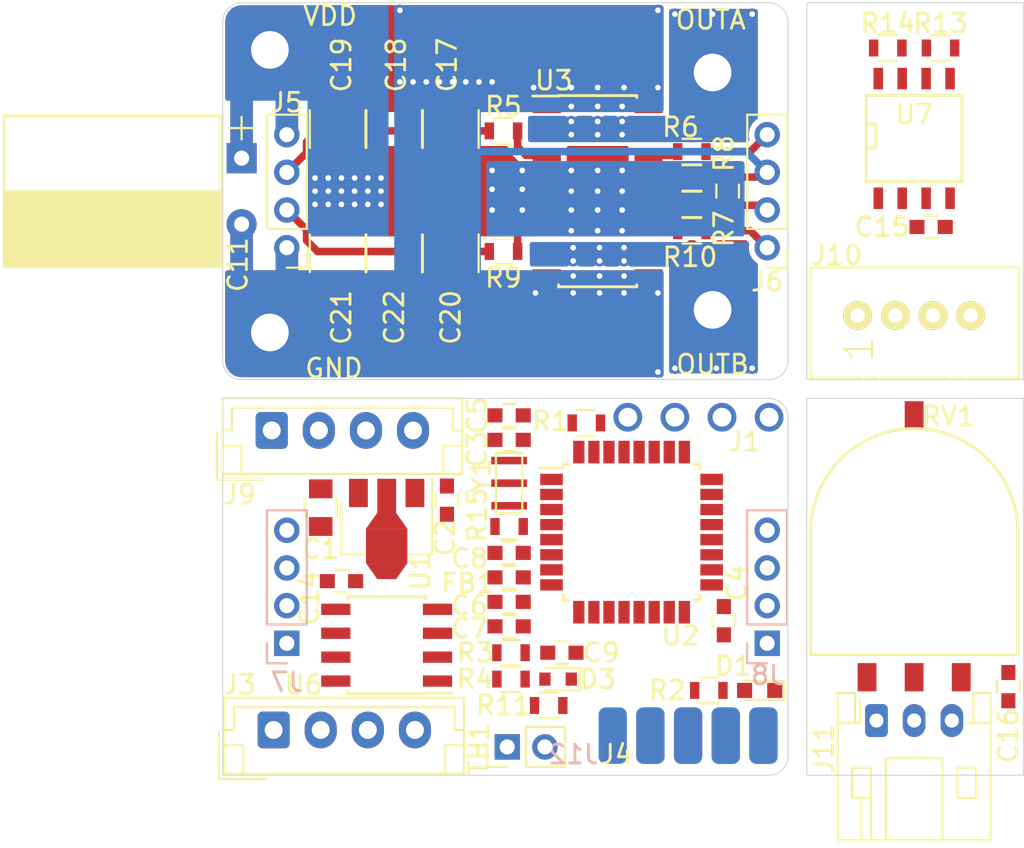
<source format=kicad_pcb>
(kicad_pcb (version 20171130) (host pcbnew "(5.1.9)-1")

  (general
    (thickness 1.6)
    (drawings 26)
    (tracks 131)
    (zones 0)
    (modules 60)
    (nets 44)
  )

  (page A4)
  (layers
    (0 F.Cu signal)
    (31 B.Cu signal)
    (32 B.Adhes user)
    (33 F.Adhes user)
    (34 B.Paste user)
    (35 F.Paste user)
    (36 B.SilkS user)
    (37 F.SilkS user)
    (38 B.Mask user)
    (39 F.Mask user)
    (40 Dwgs.User user)
    (41 Cmts.User user)
    (42 Eco1.User user)
    (43 Eco2.User user)
    (44 Edge.Cuts user)
    (45 Margin user)
    (46 B.CrtYd user)
    (47 F.CrtYd user)
    (48 B.Fab user hide)
    (49 F.Fab user hide)
  )

  (setup
    (last_trace_width 1.2)
    (user_trace_width 0.1524)
    (user_trace_width 0.2)
    (user_trace_width 0.25)
    (user_trace_width 0.4)
    (user_trace_width 0.5)
    (user_trace_width 1)
    (user_trace_width 1.2)
    (user_trace_width 2)
    (user_trace_width 3)
    (trace_clearance 0.2)
    (zone_clearance 0.1)
    (zone_45_only no)
    (trace_min 0.1524)
    (via_size 0.6)
    (via_drill 0.3)
    (via_min_size 0.4)
    (via_min_drill 0.2)
    (user_via 0.9 0.5)
    (user_via 1.2 0.8)
    (user_via 1.4 0.9)
    (user_via 1.5 1)
    (uvia_size 0.3)
    (uvia_drill 0.1)
    (uvias_allowed no)
    (uvia_min_size 0.2)
    (uvia_min_drill 0.1)
    (edge_width 0.05)
    (segment_width 0.2)
    (pcb_text_width 0.3)
    (pcb_text_size 1.5 1.5)
    (mod_edge_width 0.12)
    (mod_text_size 1 1)
    (mod_text_width 0.15)
    (pad_size 1.35 1.35)
    (pad_drill 0.8)
    (pad_to_mask_clearance 0)
    (aux_axis_origin 0 0)
    (visible_elements 7FFFFFFF)
    (pcbplotparams
      (layerselection 0x010fc_ffffffff)
      (usegerberextensions false)
      (usegerberattributes true)
      (usegerberadvancedattributes true)
      (creategerberjobfile true)
      (excludeedgelayer true)
      (linewidth 0.100000)
      (plotframeref false)
      (viasonmask false)
      (mode 1)
      (useauxorigin false)
      (hpglpennumber 1)
      (hpglpenspeed 20)
      (hpglpendiameter 15.000000)
      (psnegative false)
      (psa4output false)
      (plotreference true)
      (plotvalue true)
      (plotinvisibletext false)
      (padsonsilk false)
      (subtractmaskfromsilk false)
      (outputformat 1)
      (mirror false)
      (drillshape 1)
      (scaleselection 1)
      (outputdirectory ""))
  )

  (net 0 "")
  (net 1 RST)
  (net 2 GND)
  (net 3 Volt)
  (net 4 CS)
  (net 5 Potentiometer)
  (net 6 "Net-(D1-Pad2)")
  (net 7 "Net-(FB1-Pad2)")
  (net 8 SWDIO)
  (net 9 SWCLK)
  (net 10 RS485_D+)
  (net 11 RS485_D-)
  (net 12 ENC_B)
  (net 13 ENC_A)
  (net 14 OUTB)
  (net 15 OUTA)
  (net 16 LED)
  (net 17 "Net-(R5-Pad2)")
  (net 18 INA)
  (net 19 SEL0)
  (net 20 "Net-(R6-Pad1)")
  (net 21 "Net-(R7-Pad1)")
  (net 22 INB)
  (net 23 "Net-(R9-Pad2)")
  (net 24 "Net-(R10-Pad1)")
  (net 25 PWM)
  (net 26 TEMP)
  (net 27 SDA)
  (net 28 SCL)
  (net 29 DE)
  (net 30 "Net-(U2-Pad21)")
  (net 31 TX)
  (net 32 RX)
  (net 33 "Net-(U2-Pad14)")
  (net 34 "Net-(U2-Pad13)")
  (net 35 "Net-(U2-Pad12)")
  (net 36 "Net-(U2-Pad10)")
  (net 37 "Net-(U2-Pad3)")
  (net 38 "Net-(U2-Pad2)")
  (net 39 "Net-(U7-Pad3)")
  (net 40 "Net-(U7-Pad5)")
  (net 41 +3V3)
  (net 42 +BATT)
  (net 43 "Net-(R1-Pad1)")

  (net_class Default "This is the default net class."
    (clearance 0.2)
    (trace_width 0.2)
    (via_dia 0.6)
    (via_drill 0.3)
    (uvia_dia 0.3)
    (uvia_drill 0.1)
    (add_net +3V3)
    (add_net +BATT)
    (add_net CS)
    (add_net DE)
    (add_net ENC_A)
    (add_net ENC_B)
    (add_net GND)
    (add_net INA)
    (add_net INB)
    (add_net LED)
    (add_net "Net-(D1-Pad2)")
    (add_net "Net-(FB1-Pad2)")
    (add_net "Net-(R1-Pad1)")
    (add_net "Net-(R10-Pad1)")
    (add_net "Net-(R5-Pad2)")
    (add_net "Net-(R6-Pad1)")
    (add_net "Net-(R7-Pad1)")
    (add_net "Net-(R9-Pad2)")
    (add_net "Net-(U2-Pad10)")
    (add_net "Net-(U2-Pad12)")
    (add_net "Net-(U2-Pad13)")
    (add_net "Net-(U2-Pad14)")
    (add_net "Net-(U2-Pad2)")
    (add_net "Net-(U2-Pad21)")
    (add_net "Net-(U2-Pad3)")
    (add_net "Net-(U7-Pad3)")
    (add_net "Net-(U7-Pad5)")
    (add_net OUTA)
    (add_net OUTB)
    (add_net PWM)
    (add_net Potentiometer)
    (add_net RS485_D+)
    (add_net RS485_D-)
    (add_net RST)
    (add_net RX)
    (add_net SCL)
    (add_net SDA)
    (add_net SEL0)
    (add_net SWCLK)
    (add_net SWDIO)
    (add_net TEMP)
    (add_net TX)
    (add_net Volt)
  )

  (module Connectors_JST:JST_PH_S3B-PH-K_1x03_P2.00mm_Horizontal (layer F.Cu) (tedit 5B7745C6) (tstamp 60924B24)
    (at 149.7 97.1)
    (descr "JST PH series connector, S3B-PH-K (http://www.jst-mfg.com/product/pdf/eng/ePH.pdf), generated with kicad-footprint-generator")
    (tags "connector JST PH top entry")
    (path /6127E59A)
    (fp_text reference J11 (at -2.8 1.5 90) (layer F.SilkS)
      (effects (font (size 1 1) (thickness 0.15)))
    )
    (fp_text value S3B-PH-K (at 2 7.45) (layer F.Fab)
      (effects (font (size 1 1) (thickness 0.15)))
    )
    (fp_text user %R (at 2 2.5) (layer F.Fab)
      (effects (font (size 1 1) (thickness 0.15)))
    )
    (fp_line (start -0.86 0.14) (end -1.14 0.14) (layer F.SilkS) (width 0.12))
    (fp_line (start -1.14 0.14) (end -1.14 -1.46) (layer F.SilkS) (width 0.12))
    (fp_line (start -1.14 -1.46) (end -2.06 -1.46) (layer F.SilkS) (width 0.12))
    (fp_line (start -2.06 -1.46) (end -2.06 6.36) (layer F.SilkS) (width 0.12))
    (fp_line (start -2.06 6.36) (end 6.06 6.36) (layer F.SilkS) (width 0.12))
    (fp_line (start 6.06 6.36) (end 6.06 -1.46) (layer F.SilkS) (width 0.12))
    (fp_line (start 6.06 -1.46) (end 5.14 -1.46) (layer F.SilkS) (width 0.12))
    (fp_line (start 5.14 -1.46) (end 5.14 0.14) (layer F.SilkS) (width 0.12))
    (fp_line (start 5.14 0.14) (end 4.86 0.14) (layer F.SilkS) (width 0.12))
    (fp_line (start 0.5 6.36) (end 0.5 2) (layer F.SilkS) (width 0.12))
    (fp_line (start 0.5 2) (end 3.5 2) (layer F.SilkS) (width 0.12))
    (fp_line (start 3.5 2) (end 3.5 6.36) (layer F.SilkS) (width 0.12))
    (fp_line (start -2.06 0.14) (end -1.14 0.14) (layer F.SilkS) (width 0.12))
    (fp_line (start 6.06 0.14) (end 5.14 0.14) (layer F.SilkS) (width 0.12))
    (fp_line (start -1.3 2.5) (end -1.3 4.1) (layer F.SilkS) (width 0.12))
    (fp_line (start -1.3 4.1) (end -0.3 4.1) (layer F.SilkS) (width 0.12))
    (fp_line (start -0.3 4.1) (end -0.3 2.5) (layer F.SilkS) (width 0.12))
    (fp_line (start -0.3 2.5) (end -1.3 2.5) (layer F.SilkS) (width 0.12))
    (fp_line (start 5.3 2.5) (end 5.3 4.1) (layer F.SilkS) (width 0.12))
    (fp_line (start 5.3 4.1) (end 4.3 4.1) (layer F.SilkS) (width 0.12))
    (fp_line (start 4.3 4.1) (end 4.3 2.5) (layer F.SilkS) (width 0.12))
    (fp_line (start 4.3 2.5) (end 5.3 2.5) (layer F.SilkS) (width 0.12))
    (fp_line (start -0.3 4.1) (end -0.3 6.36) (layer F.SilkS) (width 0.12))
    (fp_line (start -0.8 4.1) (end -0.8 6.36) (layer F.SilkS) (width 0.12))
    (fp_line (start -2.45 -1.85) (end -2.45 6.75) (layer F.CrtYd) (width 0.05))
    (fp_line (start -2.45 6.75) (end 6.45 6.75) (layer F.CrtYd) (width 0.05))
    (fp_line (start 6.45 6.75) (end 6.45 -1.85) (layer F.CrtYd) (width 0.05))
    (fp_line (start 6.45 -1.85) (end -2.45 -1.85) (layer F.CrtYd) (width 0.05))
    (fp_line (start -1.25 0.25) (end -1.25 -1.35) (layer F.Fab) (width 0.1))
    (fp_line (start -1.25 -1.35) (end -1.95 -1.35) (layer F.Fab) (width 0.1))
    (fp_line (start -1.95 -1.35) (end -1.95 6.25) (layer F.Fab) (width 0.1))
    (fp_line (start -1.95 6.25) (end 5.95 6.25) (layer F.Fab) (width 0.1))
    (fp_line (start 5.95 6.25) (end 5.95 -1.35) (layer F.Fab) (width 0.1))
    (fp_line (start 5.95 -1.35) (end 5.25 -1.35) (layer F.Fab) (width 0.1))
    (fp_line (start 5.25 -1.35) (end 5.25 0.25) (layer F.Fab) (width 0.1))
    (fp_line (start 5.25 0.25) (end -1.25 0.25) (layer F.Fab) (width 0.1))
    (fp_line (start -0.86 0.14) (end -0.86 -1.075) (layer F.SilkS) (width 0.12))
    (fp_line (start 0 0.875) (end -0.5 1.375) (layer F.Fab) (width 0.1))
    (fp_line (start -0.5 1.375) (end 0.5 1.375) (layer F.Fab) (width 0.1))
    (fp_line (start 0.5 1.375) (end 0 0.875) (layer F.Fab) (width 0.1))
    (pad 3 thru_hole oval (at 4 0) (size 1.2 1.75) (drill 0.75) (layers *.Cu *.Mask)
      (net 2 GND))
    (pad 2 thru_hole oval (at 2 0) (size 1.2 1.75) (drill 0.75) (layers *.Cu *.Mask)
      (net 5 Potentiometer))
    (pad 1 thru_hole roundrect (at 0 0) (size 1.2 1.75) (drill 0.75) (layers *.Cu *.Mask) (roundrect_rratio 0.208333)
      (net 41 +3V3))
    (model ${KISYS3DMOD}/Connector_JST.3dshapes/JST_PH_S3B-PH-K_1x03_P2.00mm_Horizontal.wrl
      (at (xyz 0 0 0))
      (scale (xyz 1 1 1))
      (rotate (xyz 0 0 0))
    )
  )

  (module SMD_Pad:5_SMD_Pad (layer B.Cu) (tedit 60910256) (tstamp 60924B2D)
    (at 139.7 97.9)
    (path /611CC511)
    (fp_text reference J12 (at -6.1 1) (layer B.SilkS)
      (effects (font (size 1 1) (thickness 0.15)) (justify mirror))
    )
    (fp_text value 5_SMD_Pad (at 0 3.1) (layer B.Fab)
      (effects (font (size 1 1) (thickness 0.15)) (justify mirror))
    )
    (pad 5 smd roundrect (at 4 0) (size 1.5 3) (layers B.Cu B.Paste B.Mask) (roundrect_rratio 0.25)
      (net 5 Potentiometer))
    (pad 4 smd roundrect (at 2 0) (size 1.5 3) (layers B.Cu B.Paste B.Mask) (roundrect_rratio 0.25)
      (net 2 GND))
    (pad 3 smd roundrect (at 0 0) (size 1.5 3) (layers B.Cu B.Paste B.Mask) (roundrect_rratio 0.25)
      (net 41 +3V3))
    (pad 2 smd roundrect (at -2 0) (size 1.5 3) (layers B.Cu B.Paste B.Mask) (roundrect_rratio 0.25)
      (net 27 SDA))
    (pad 1 smd roundrect (at -4 0) (size 1.5 3) (layers B.Cu B.Paste B.Mask) (roundrect_rratio 0.25)
      (net 28 SCL))
  )

  (module Connect:Grove_1x04 (layer F.Cu) (tedit 587F9C9D) (tstamp 60924AF5)
    (at 148.7 75.6 90)
    (descr https://statics3.seeedstudio.com/images/opl/datasheet/3470130P1.pdf)
    (tags Grove-1x04)
    (path /6127D051)
    (fp_text reference J10 (at 3.2 -1.1 180) (layer F.SilkS)
      (effects (font (size 1 1) (thickness 0.15)))
    )
    (fp_text value Conn_01x04 (at 4.19 2.83) (layer F.Fab)
      (effects (font (size 1 1) (thickness 0.15)))
    )
    (fp_line (start -2.9 8.1) (end -2.9 -2.1) (layer F.Fab) (width 0.1))
    (fp_line (start 2.2 8.1) (end -2.9 8.1) (layer F.Fab) (width 0.1))
    (fp_line (start 2.2 -2.1) (end 2.2 8.1) (layer F.Fab) (width 0.1))
    (fp_line (start -2.9 -2.1) (end 2.2 -2.1) (layer F.Fab) (width 0.1))
    (fp_line (start -3.3 5.9) (end -3.3 8.55) (layer F.SilkS) (width 0.12))
    (fp_line (start -3.3 -2.5) (end -3.3 0.15) (layer F.SilkS) (width 0.12))
    (fp_line (start -3.3 8.55) (end 2.55 8.55) (layer F.SilkS) (width 0.12))
    (fp_line (start -3.3 1.25) (end -3.3 4.75) (layer F.SilkS) (width 0.12))
    (fp_line (start -3.3 -2.5) (end 2.55 -2.5) (layer F.SilkS) (width 0.12))
    (fp_line (start 2.55 -2.5) (end 2.55 8.55) (layer F.SilkS) (width 0.12))
    (fp_line (start -3.3 0.4) (end -3.3 1) (layer F.SilkS) (width 0.12))
    (fp_line (start -3.3 5) (end -3.3 5.6) (layer F.SilkS) (width 0.12))
    (fp_line (start -3.45 -2.65) (end 2.7 -2.65) (layer F.CrtYd) (width 0.05))
    (fp_line (start 2.7 8.7) (end 2.7 -2.65) (layer F.CrtYd) (width 0.05))
    (fp_line (start -3.45 8.7) (end 2.7 8.7) (layer F.CrtYd) (width 0.05))
    (fp_line (start -3.45 -2.65) (end -3.45 8.7) (layer F.CrtYd) (width 0.05))
    (fp_text user 1 (at -1.775 0.075 90) (layer F.SilkS)
      (effects (font (size 1.5 1.5) (thickness 0.12)))
    )
    (pad 1 thru_hole circle (at 0 0 90) (size 1.524 1.524) (drill 0.762) (layers *.Cu *.Mask F.SilkS)
      (net 28 SCL))
    (pad 2 thru_hole circle (at 0 2 90) (size 1.524 1.524) (drill 0.762) (layers *.Cu *.Mask F.SilkS)
      (net 27 SDA))
    (pad 3 thru_hole circle (at 0 4 90) (size 1.524 1.524) (drill 0.762) (layers *.Cu *.Mask F.SilkS)
      (net 41 +3V3))
    (pad 4 thru_hole circle (at 0 6 90) (size 1.524 1.524) (drill 0.762) (layers *.Cu *.Mask F.SilkS)
      (net 2 GND))
    (model ${KISYS3DMOD}/Connectors.3dshapes/Grove_1x04.wrl
      (at (xyz 0 0 0))
      (scale (xyz 0.3937 0.3937 0.3937))
      (rotate (xyz 0 0 -90))
    )
  )

  (module SMD_Pad:4_SMD_Pad (layer F.Cu) (tedit 609101E9) (tstamp 607BE310)
    (at 140.7 97.9 180)
    (path /60BF7D30)
    (fp_text reference J4 (at 4.8 -1) (layer F.SilkS)
      (effects (font (size 1 1) (thickness 0.15)))
    )
    (fp_text value 4_SMD_Pad (at 0 -3.1) (layer F.Fab)
      (effects (font (size 1 1) (thickness 0.15)))
    )
    (pad 4 smd roundrect (at 3 0 180) (size 1.5 3) (layers F.Cu F.Paste F.Mask) (roundrect_rratio 0.25)
      (net 12 ENC_B))
    (pad 3 smd roundrect (at 1 0 180) (size 1.5 3) (layers F.Cu F.Paste F.Mask) (roundrect_rratio 0.25)
      (net 13 ENC_A))
    (pad 2 smd roundrect (at -1 0 180) (size 1.5 3) (layers F.Cu F.Paste F.Mask) (roundrect_rratio 0.25)
      (net 41 +3V3))
    (pad 1 smd roundrect (at -3 0 180) (size 1.5 3) (layers F.Cu F.Paste F.Mask) (roundrect_rratio 0.25)
      (net 2 GND))
  )

  (module CSTNE8M00G55Z000R0:CSTNE8M00G55Z000R0 (layer F.Cu) (tedit 5E4B49F2) (tstamp 60922A35)
    (at 127.9 84.5 270)
    (path /60FF711C)
    (fp_text reference Y1 (at -0.4 -0.8 270) (layer F.SilkS)
      (effects (font (size 1 1) (thickness 0.15)))
    )
    (fp_text value Resonator (at 0 -0.5 270) (layer F.Fab)
      (effects (font (size 1 1) (thickness 0.15)))
    )
    (fp_line (start -1.6 -3) (end -1.6 -1.6) (layer F.SilkS) (width 0.12))
    (fp_line (start -1.6 -1.6) (end 1.6 -1.6) (layer F.SilkS) (width 0.12))
    (fp_line (start 1.6 -1.6) (end 1.6 -3) (layer F.SilkS) (width 0.12))
    (fp_line (start -1.6 -3) (end 1.6 -3) (layer F.SilkS) (width 0.12))
    (pad 1 smd rect (at -1.2 -2.3 270) (size 0.4 1.9) (layers F.Cu F.Paste F.Mask)
      (net 38 "Net-(U2-Pad2)"))
    (pad 2 smd rect (at 0 -2.3 270) (size 0.4 1.9) (layers F.Cu F.Paste F.Mask)
      (net 2 GND))
    (pad 3 smd rect (at 1.2 -2.3 270) (size 0.4 1.9) (layers F.Cu F.Paste F.Mask)
      (net 37 "Net-(U2-Pad3)"))
    (model ${KISYS3DMOD}/Crystal.3dshapes/Resonator_SMD_muRata_CSTxExxV-3Pin_3.0x1.1mm.step
      (offset (xyz 0 2.3 0))
      (scale (xyz 1 1 1))
      (rotate (xyz 0 0 0))
    )
  )

  (module Connectors_JST:JST_EH_B4B-EH-A_1x04_P2.50mm_Vertical (layer F.Cu) (tedit 5C28142C) (tstamp 6091F908)
    (at 117.6 81.7)
    (descr "JST EH series connector, B4B-EH-A (http://www.jst-mfg.com/product/pdf/eng/eEH.pdf), generated with kicad-footprint-generator")
    (tags "connector JST EH vertical")
    (path /60F383BD)
    (fp_text reference J9 (at -1.7 3.4) (layer F.SilkS)
      (effects (font (size 1 1) (thickness 0.15)))
    )
    (fp_text value Conn_01x04 (at 3.75 3.4) (layer F.Fab)
      (effects (font (size 1 1) (thickness 0.15)))
    )
    (fp_text user %R (at 3.75 1.5) (layer F.Fab)
      (effects (font (size 1 1) (thickness 0.15)))
    )
    (fp_line (start -2.5 -1.6) (end -2.5 2.2) (layer F.Fab) (width 0.1))
    (fp_line (start -2.5 2.2) (end 10 2.2) (layer F.Fab) (width 0.1))
    (fp_line (start 10 2.2) (end 10 -1.6) (layer F.Fab) (width 0.1))
    (fp_line (start 10 -1.6) (end -2.5 -1.6) (layer F.Fab) (width 0.1))
    (fp_line (start -3 -2.1) (end -3 2.7) (layer F.CrtYd) (width 0.05))
    (fp_line (start -3 2.7) (end 10.5 2.7) (layer F.CrtYd) (width 0.05))
    (fp_line (start 10.5 2.7) (end 10.5 -2.1) (layer F.CrtYd) (width 0.05))
    (fp_line (start 10.5 -2.1) (end -3 -2.1) (layer F.CrtYd) (width 0.05))
    (fp_line (start -2.61 -1.71) (end -2.61 2.31) (layer F.SilkS) (width 0.12))
    (fp_line (start -2.61 2.31) (end 10.11 2.31) (layer F.SilkS) (width 0.12))
    (fp_line (start 10.11 2.31) (end 10.11 -1.71) (layer F.SilkS) (width 0.12))
    (fp_line (start 10.11 -1.71) (end -2.61 -1.71) (layer F.SilkS) (width 0.12))
    (fp_line (start -2.61 0) (end -2.11 0) (layer F.SilkS) (width 0.12))
    (fp_line (start -2.11 0) (end -2.11 -1.21) (layer F.SilkS) (width 0.12))
    (fp_line (start -2.11 -1.21) (end 9.61 -1.21) (layer F.SilkS) (width 0.12))
    (fp_line (start 9.61 -1.21) (end 9.61 0) (layer F.SilkS) (width 0.12))
    (fp_line (start 9.61 0) (end 10.11 0) (layer F.SilkS) (width 0.12))
    (fp_line (start -2.61 0.81) (end -1.61 0.81) (layer F.SilkS) (width 0.12))
    (fp_line (start -1.61 0.81) (end -1.61 2.31) (layer F.SilkS) (width 0.12))
    (fp_line (start 10.11 0.81) (end 9.11 0.81) (layer F.SilkS) (width 0.12))
    (fp_line (start 9.11 0.81) (end 9.11 2.31) (layer F.SilkS) (width 0.12))
    (fp_line (start -2.91 0.11) (end -2.91 2.61) (layer F.SilkS) (width 0.12))
    (fp_line (start -2.91 2.61) (end -0.41 2.61) (layer F.SilkS) (width 0.12))
    (fp_line (start -2.91 0.11) (end -2.91 2.61) (layer F.Fab) (width 0.1))
    (fp_line (start -2.91 2.61) (end -0.41 2.61) (layer F.Fab) (width 0.1))
    (pad 4 thru_hole oval (at 7.5 0) (size 1.7 1.95) (drill 0.95) (layers *.Cu *.Mask)
      (net 11 RS485_D-))
    (pad 3 thru_hole oval (at 5 0) (size 1.7 1.95) (drill 0.95) (layers *.Cu *.Mask)
      (net 10 RS485_D+))
    (pad 2 thru_hole oval (at 2.5 0) (size 1.7 1.95) (drill 0.95) (layers *.Cu *.Mask)
      (net 42 +BATT))
    (pad 1 thru_hole roundrect (at 0 0) (size 1.7 1.95) (drill 0.95) (layers *.Cu *.Mask) (roundrect_rratio 0.147059)
      (net 2 GND))
    (model ${KISYS3DMOD}/Connector_JST.3dshapes/JST_EH_B4B-EH-A_1x04_P2.50mm_Vertical.wrl
      (at (xyz 0 0 0))
      (scale (xyz 1 1 1))
      (rotate (xyz 0 0 0))
    )
  )

  (module Socket_Strips:Socket_Strip_Straight_1x04_Pitch2.00mm (layer B.Cu) (tedit 58CD544C) (tstamp 6091DE5D)
    (at 143.9 93)
    (descr "Through hole straight socket strip, 1x04, 2.00mm pitch, single row")
    (tags "Through hole socket strip THT 1x04 2.00mm single row")
    (path /60EC7E19)
    (fp_text reference J8 (at 0 1.7) (layer B.SilkS)
      (effects (font (size 1 1) (thickness 0.15)) (justify mirror))
    )
    (fp_text value Socket_Strip_Straight_1x04_Pitch2.00mm (at 0 -8.06) (layer B.Fab)
      (effects (font (size 1 1) (thickness 0.15)) (justify mirror))
    )
    (fp_line (start 1.5 1.5) (end -1.5 1.5) (layer B.CrtYd) (width 0.05))
    (fp_line (start 1.5 -7.5) (end 1.5 1.5) (layer B.CrtYd) (width 0.05))
    (fp_line (start -1.5 -7.5) (end 1.5 -7.5) (layer B.CrtYd) (width 0.05))
    (fp_line (start -1.5 1.5) (end -1.5 -7.5) (layer B.CrtYd) (width 0.05))
    (fp_line (start -1.06 1.06) (end 0 1.06) (layer B.SilkS) (width 0.12))
    (fp_line (start -1.06 0) (end -1.06 1.06) (layer B.SilkS) (width 0.12))
    (fp_line (start 1.06 -1) (end -1.06 -1) (layer B.SilkS) (width 0.12))
    (fp_line (start 1.06 -7.06) (end 1.06 -1) (layer B.SilkS) (width 0.12))
    (fp_line (start -1.06 -7.06) (end 1.06 -7.06) (layer B.SilkS) (width 0.12))
    (fp_line (start -1.06 -1) (end -1.06 -7.06) (layer B.SilkS) (width 0.12))
    (fp_line (start 1 1) (end -1 1) (layer B.Fab) (width 0.1))
    (fp_line (start 1 -7) (end 1 1) (layer B.Fab) (width 0.1))
    (fp_line (start -1 -7) (end 1 -7) (layer B.Fab) (width 0.1))
    (fp_line (start -1 1) (end -1 -7) (layer B.Fab) (width 0.1))
    (fp_text user %R (at 0 2.06) (layer B.Fab)
      (effects (font (size 1 1) (thickness 0.15)) (justify mirror))
    )
    (pad 1 thru_hole rect (at 0 0) (size 1.35 1.35) (drill 0.8) (layers *.Cu *.Mask)
      (net 25 PWM))
    (pad 2 thru_hole oval (at 0 -2) (size 1.35 1.35) (drill 0.8) (layers *.Cu *.Mask)
      (net 4 CS))
    (pad 3 thru_hole oval (at 0 -4) (size 1.35 1.35) (drill 0.8) (layers *.Cu *.Mask)
      (net 2 GND))
    (pad 4 thru_hole oval (at 0 -6) (size 1.35 1.35) (drill 0.8) (layers *.Cu *.Mask)
      (net 19 SEL0))
    (model ${KISYS3DMOD}/Socket_Strips.3dshapes/Socket_Strip_Straight_1x04_Pitch2.00mm.wrl
      (at (xyz 0 0 0))
      (scale (xyz 1 1 1))
      (rotate (xyz 0 0 0))
    )
    (model ${KISYS3DMOD}/Connector_PinSocket_2.00mm.3dshapes/PinSocket_1x04_P2.00mm_Vertical.step
      (at (xyz 0 0 0))
      (scale (xyz 1 1 1))
      (rotate (xyz 0 0 0))
    )
  )

  (module Socket_Strips:Socket_Strip_Straight_1x04_Pitch2.00mm (layer B.Cu) (tedit 58CD544C) (tstamp 6091DE5A)
    (at 118.4 93)
    (descr "Through hole straight socket strip, 1x04, 2.00mm pitch, single row")
    (tags "Through hole socket strip THT 1x04 2.00mm single row")
    (path /60ED04C0)
    (fp_text reference J7 (at 0 2.06) (layer B.SilkS)
      (effects (font (size 1 1) (thickness 0.15)) (justify mirror))
    )
    (fp_text value Socket_Strip_Straight_1x04_Pitch2.00mm (at 0 -8.06) (layer B.Fab)
      (effects (font (size 1 1) (thickness 0.15)) (justify mirror))
    )
    (fp_line (start 1.5 1.5) (end -1.5 1.5) (layer B.CrtYd) (width 0.05))
    (fp_line (start 1.5 -7.5) (end 1.5 1.5) (layer B.CrtYd) (width 0.05))
    (fp_line (start -1.5 -7.5) (end 1.5 -7.5) (layer B.CrtYd) (width 0.05))
    (fp_line (start -1.5 1.5) (end -1.5 -7.5) (layer B.CrtYd) (width 0.05))
    (fp_line (start -1.06 1.06) (end 0 1.06) (layer B.SilkS) (width 0.12))
    (fp_line (start -1.06 0) (end -1.06 1.06) (layer B.SilkS) (width 0.12))
    (fp_line (start 1.06 -1) (end -1.06 -1) (layer B.SilkS) (width 0.12))
    (fp_line (start 1.06 -7.06) (end 1.06 -1) (layer B.SilkS) (width 0.12))
    (fp_line (start -1.06 -7.06) (end 1.06 -7.06) (layer B.SilkS) (width 0.12))
    (fp_line (start -1.06 -1) (end -1.06 -7.06) (layer B.SilkS) (width 0.12))
    (fp_line (start 1 1) (end -1 1) (layer B.Fab) (width 0.1))
    (fp_line (start 1 -7) (end 1 1) (layer B.Fab) (width 0.1))
    (fp_line (start -1 -7) (end 1 -7) (layer B.Fab) (width 0.1))
    (fp_line (start -1 1) (end -1 -7) (layer B.Fab) (width 0.1))
    (fp_text user %R (at 0 2.06) (layer B.Fab)
      (effects (font (size 1 1) (thickness 0.15)) (justify mirror))
    )
    (pad 1 thru_hole rect (at 0 0) (size 1.35 1.35) (drill 0.8) (layers *.Cu *.Mask)
      (net 2 GND))
    (pad 2 thru_hole oval (at 0 -2) (size 1.35 1.35) (drill 0.8) (layers *.Cu *.Mask)
      (net 22 INB))
    (pad 3 thru_hole oval (at 0 -4) (size 1.35 1.35) (drill 0.8) (layers *.Cu *.Mask)
      (net 18 INA))
    (pad 4 thru_hole oval (at 0 -6) (size 1.35 1.35) (drill 0.8) (layers *.Cu *.Mask)
      (net 42 +BATT))
    (model ${KISYS3DMOD}/Socket_Strips.3dshapes/Socket_Strip_Straight_1x04_Pitch2.00mm.wrl
      (at (xyz 0 0 0))
      (scale (xyz 1 1 1))
      (rotate (xyz 0 0 0))
    )
    (model ${KISYS3DMOD}/Connector_PinSocket_2.00mm.3dshapes/PinSocket_1x04_P2.00mm_Vertical.step
      (at (xyz 0 0 0))
      (scale (xyz 1 1 1))
      (rotate (xyz 0 0 0))
    )
  )

  (module Pin_Headers:Pin_Header_Straight_1x04_Pitch2.00mm (layer F.Cu) (tedit 6090E1F7) (tstamp 6091C140)
    (at 143.9 72 180)
    (descr "Through hole straight pin header, 1x04, 2.00mm pitch, single row")
    (tags "Through hole pin header THT 1x04 2.00mm single row")
    (path /60BE91B3)
    (fp_text reference J6 (at 0 -1.8) (layer F.SilkS)
      (effects (font (size 1 1) (thickness 0.15)))
    )
    (fp_text value Pin_Header_Straight_1x04_Pitch2.00mm (at 0 8.06) (layer F.Fab)
      (effects (font (size 1 1) (thickness 0.15)))
    )
    (fp_line (start 1.5 -1.5) (end -1.5 -1.5) (layer F.CrtYd) (width 0.05))
    (fp_line (start 1.5 7.5) (end 1.5 -1.5) (layer F.CrtYd) (width 0.05))
    (fp_line (start -1.5 7.5) (end 1.5 7.5) (layer F.CrtYd) (width 0.05))
    (fp_line (start -1.5 -1.5) (end -1.5 7.5) (layer F.CrtYd) (width 0.05))
    (fp_line (start -1.06 -1.06) (end 0 -1.06) (layer F.SilkS) (width 0.12))
    (fp_line (start -1.06 0) (end -1.06 -1.06) (layer F.SilkS) (width 0.12))
    (fp_line (start -1.06 1) (end 1.06 1) (layer F.SilkS) (width 0.12))
    (fp_line (start 1.06 1) (end 1.06 7.06) (layer F.SilkS) (width 0.12))
    (fp_line (start -1.06 1) (end -1.06 7.06) (layer F.SilkS) (width 0.12))
    (fp_line (start -1.06 7.06) (end 1.06 7.06) (layer F.SilkS) (width 0.12))
    (fp_line (start -1 -0.5) (end -0.5 -1) (layer F.Fab) (width 0.1))
    (fp_line (start -1 7) (end -1 -0.5) (layer F.Fab) (width 0.1))
    (fp_line (start 1 7) (end -1 7) (layer F.Fab) (width 0.1))
    (fp_line (start 1 -1) (end 1 7) (layer F.Fab) (width 0.1))
    (fp_line (start -0.5 -1) (end 1 -1) (layer F.Fab) (width 0.1))
    (fp_text user %R (at 0 3 90) (layer F.Fab)
      (effects (font (size 1 1) (thickness 0.15)))
    )
    (pad 1 thru_hole circle (at 0 0 180) (size 1.35 1.35) (drill 0.8) (layers *.Cu *.Mask)
      (net 25 PWM))
    (pad 2 thru_hole oval (at 0 2 180) (size 1.35 1.35) (drill 0.8) (layers *.Cu *.Mask)
      (net 4 CS))
    (pad 3 thru_hole oval (at 0 4 180) (size 1.35 1.35) (drill 0.8) (layers *.Cu *.Mask)
      (net 2 GND))
    (pad 4 thru_hole oval (at 0 6 180) (size 1.35 1.35) (drill 0.8) (layers *.Cu *.Mask)
      (net 19 SEL0))
    (model ${KISYS3DMOD}/Pin_Headers.3dshapes/Pin_Header_Straight_1x04_Pitch2.00mm.wrl
      (at (xyz 0 0 0))
      (scale (xyz 1 1 1))
      (rotate (xyz 0 0 0))
    )
    (model ${KISYS3DMOD}/Connector_PinHeader_2.00mm.3dshapes/PinHeader_1x04_P2.00mm_Vertical.step
      (at (xyz 0 0 0))
      (scale (xyz 1 1 1))
      (rotate (xyz 0 0 0))
    )
  )

  (module Pin_Headers:Pin_Header_Straight_1x04_Pitch2.00mm (layer F.Cu) (tedit 6090E1A8) (tstamp 6091C0FB)
    (at 118.4 72 180)
    (descr "Through hole straight pin header, 1x04, 2.00mm pitch, single row")
    (tags "Through hole pin header THT 1x04 2.00mm single row")
    (path /60C4E243)
    (fp_text reference J5 (at 0 7.7) (layer F.SilkS)
      (effects (font (size 1 1) (thickness 0.15)))
    )
    (fp_text value Pin_Header_Straight_1x04_Pitch2.00mm (at 0 8.06) (layer F.Fab)
      (effects (font (size 1 1) (thickness 0.15)))
    )
    (fp_line (start 1.5 -1.5) (end -1.5 -1.5) (layer F.CrtYd) (width 0.05))
    (fp_line (start 1.5 7.5) (end 1.5 -1.5) (layer F.CrtYd) (width 0.05))
    (fp_line (start -1.5 7.5) (end 1.5 7.5) (layer F.CrtYd) (width 0.05))
    (fp_line (start -1.5 -1.5) (end -1.5 7.5) (layer F.CrtYd) (width 0.05))
    (fp_line (start -1.06 -1.06) (end 0 -1.06) (layer F.SilkS) (width 0.12))
    (fp_line (start -1.06 0) (end -1.06 -1.06) (layer F.SilkS) (width 0.12))
    (fp_line (start -1.06 1) (end 1.06 1) (layer F.SilkS) (width 0.12))
    (fp_line (start 1.06 1) (end 1.06 7.06) (layer F.SilkS) (width 0.12))
    (fp_line (start -1.06 1) (end -1.06 7.06) (layer F.SilkS) (width 0.12))
    (fp_line (start -1.06 7.06) (end 1.06 7.06) (layer F.SilkS) (width 0.12))
    (fp_line (start -1 -0.5) (end -0.5 -1) (layer F.Fab) (width 0.1))
    (fp_line (start -1 7) (end -1 -0.5) (layer F.Fab) (width 0.1))
    (fp_line (start 1 7) (end -1 7) (layer F.Fab) (width 0.1))
    (fp_line (start 1 -1) (end 1 7) (layer F.Fab) (width 0.1))
    (fp_line (start -0.5 -1) (end 1 -1) (layer F.Fab) (width 0.1))
    (fp_text user %R (at 0 3 90) (layer F.Fab)
      (effects (font (size 1 1) (thickness 0.15)))
    )
    (pad 1 thru_hole circle (at 0 0 180) (size 1.35 1.35) (drill 0.8) (layers *.Cu *.Mask)
      (net 2 GND))
    (pad 2 thru_hole oval (at 0 2 180) (size 1.35 1.35) (drill 0.8) (layers *.Cu *.Mask)
      (net 22 INB))
    (pad 3 thru_hole oval (at 0 4 180) (size 1.35 1.35) (drill 0.8) (layers *.Cu *.Mask)
      (net 18 INA))
    (pad 4 thru_hole oval (at 0 6 180) (size 1.35 1.35) (drill 0.8) (layers *.Cu *.Mask)
      (net 42 +BATT))
    (model ${KISYS3DMOD}/Pin_Headers.3dshapes/Pin_Header_Straight_1x04_Pitch2.00mm.wrl
      (at (xyz 0 0 0))
      (scale (xyz 1 1 1))
      (rotate (xyz 0 0 0))
    )
    (model ${KISYS3DMOD}/Connector_PinHeader_2.00mm.3dshapes/PinHeader_1x04_P2.00mm_Vertical.step
      (at (xyz 0 0 0))
      (scale (xyz 1 1 1))
      (rotate (xyz 0 0 0))
    )
  )

  (module 35ZLH220MEFC8X11.5:CP_Radial_D8.0mm_P3.50mm (layer F.Cu) (tedit 6090D26A) (tstamp 607BE1B7)
    (at 116 69 270)
    (descr "CP, Radial series, Radial, pin pitch=3.50mm, , diameter=8mm, Electrolytic Capacitor")
    (tags "CP Radial series Radial pin pitch 3.50mm  diameter 8mm Electrolytic Capacitor")
    (path /6069A5D6)
    (fp_text reference C11 (at 3.9 0.2 90) (layer F.SilkS)
      (effects (font (size 1 1) (thickness 0.15)))
    )
    (fp_text value 220u35V (at 0.1 -2.9 90) (layer F.Fab)
      (effects (font (size 1 1) (thickness 0.15)))
    )
    (fp_text user %R (at 0 -1.5 90) (layer F.Fab)
      (effects (font (size 1 1) (thickness 0.15)))
    )
    (fp_line (start -3.95 0) (end -2.75 0) (layer F.Fab) (width 0.1))
    (fp_line (start -3.35 -0.65) (end -3.35 0.65) (layer F.Fab) (width 0.1))
    (fp_line (start -3.95 0) (end -2.75 0) (layer F.SilkS) (width 0.12))
    (fp_line (start -3.35 -0.65) (end -3.35 0.65) (layer F.SilkS) (width 0.12))
    (fp_line (start -4.35 -0.9) (end -4.35 12.8) (layer F.CrtYd) (width 0.05))
    (fp_line (start -4.35 12.8) (end 4.35 12.8) (layer F.CrtYd) (width 0.05))
    (fp_line (start 4.35 12.8) (end 4.35 -0.9) (layer F.CrtYd) (width 0.05))
    (fp_line (start 4.35 -0.9) (end -4.35 -0.9) (layer F.CrtYd) (width 0.05))
    (fp_line (start -4 1.1) (end 4 1.1) (layer F.SilkS) (width 0.15))
    (fp_line (start 4 1.1) (end 4 12.6) (layer F.SilkS) (width 0.15))
    (fp_line (start 4 12.6) (end -4 12.6) (layer F.SilkS) (width 0.15))
    (fp_line (start -4 12.6) (end -4 1.1) (layer F.SilkS) (width 0.15))
    (fp_poly (pts (xy 4 12.6) (xy 0 12.6) (xy 0 1.1) (xy 4 1.1)) (layer F.SilkS) (width 0.1))
    (pad 1 thru_hole rect (at -1.75 0 270) (size 1.6 1.6) (drill 0.8) (layers *.Cu *.Mask)
      (net 42 +BATT))
    (pad 2 thru_hole circle (at 1.75 0 270) (size 1.6 1.6) (drill 0.8) (layers *.Cu *.Mask)
      (net 2 GND))
    (model ${KISYS3DMOD}/Capacitors_THT.3dshapes/CP_Radial_D8.0mm_P3.50mm.wrl
      (at (xyz 0 0 0))
      (scale (xyz 1 1 1))
      (rotate (xyz 0 0 0))
    )
    (model ${KIPRJMOD}/35ZLH220MEFC8X11.5/CP_Radial_L_D8.0mm_P3.50mm.step
      (offset (xyz -1.8 -1.1 0.5))
      (scale (xyz 1 1 1))
      (rotate (xyz -90 0 0))
    )
  )

  (module Capacitors_SMD:C_1210 (layer F.Cu) (tedit 58AA84E2) (tstamp 6090E666)
    (at 124.1 72.3 270)
    (descr "Capacitor SMD 1210, reflow soldering, AVX (see smccp.pdf)")
    (tags "capacitor 1210")
    (path /60B89CF4)
    (attr smd)
    (fp_text reference C22 (at 3.4 0 270) (layer F.SilkS)
      (effects (font (size 1 1) (thickness 0.15)))
    )
    (fp_text value 10u35V (at 0 2.5 90) (layer F.Fab)
      (effects (font (size 1 1) (thickness 0.15)))
    )
    (fp_line (start 2.25 1.5) (end -2.25 1.5) (layer F.CrtYd) (width 0.05))
    (fp_line (start 2.25 1.5) (end 2.25 -1.5) (layer F.CrtYd) (width 0.05))
    (fp_line (start -2.25 -1.5) (end -2.25 1.5) (layer F.CrtYd) (width 0.05))
    (fp_line (start -2.25 -1.5) (end 2.25 -1.5) (layer F.CrtYd) (width 0.05))
    (fp_line (start -1 1.48) (end 1 1.48) (layer F.SilkS) (width 0.12))
    (fp_line (start 1 -1.48) (end -1 -1.48) (layer F.SilkS) (width 0.12))
    (fp_line (start -1.6 -1.25) (end 1.6 -1.25) (layer F.Fab) (width 0.1))
    (fp_line (start 1.6 -1.25) (end 1.6 1.25) (layer F.Fab) (width 0.1))
    (fp_line (start 1.6 1.25) (end -1.6 1.25) (layer F.Fab) (width 0.1))
    (fp_line (start -1.6 1.25) (end -1.6 -1.25) (layer F.Fab) (width 0.1))
    (fp_text user %R (at 0 -2.25 90) (layer F.Fab)
      (effects (font (size 1 1) (thickness 0.15)))
    )
    (pad 1 smd rect (at -1.5 0 270) (size 1 2.5) (layers F.Cu F.Paste F.Mask)
      (net 42 +BATT))
    (pad 2 smd rect (at 1.5 0 270) (size 1 2.5) (layers F.Cu F.Paste F.Mask)
      (net 2 GND))
    (model Capacitors_SMD.3dshapes/C_1210.wrl
      (at (xyz 0 0 0))
      (scale (xyz 1 1 1))
      (rotate (xyz 0 0 0))
    )
    (model ${KISYS3DMOD}/Capacitor_SMD.3dshapes/C_1210_3225Metric.step
      (at (xyz 0 0 0))
      (scale (xyz 1 1 1))
      (rotate (xyz 0 0 0))
    )
  )

  (module Wire_Pads:SolderWirePad_single_2mmDrill (layer F.Cu) (tedit 0) (tstamp 6090CCFA)
    (at 117.5 76.5)
    (path /60B1CA7E)
    (fp_text reference H4 (at 2.9 1.9) (layer F.SilkS) hide
      (effects (font (size 1 1) (thickness 0.15)))
    )
    (fp_text value MountingHole_Pad (at -0.635 3.81) (layer F.Fab)
      (effects (font (size 1 1) (thickness 0.15)))
    )
    (pad 1 thru_hole circle (at 0 0) (size 4.50088 4.50088) (drill 1.99898) (layers *.Cu *.Mask)
      (net 2 GND))
  )

  (module Wire_Pads:SolderWirePad_single_2mmDrill (layer F.Cu) (tedit 0) (tstamp 6090CCF7)
    (at 117.5 61.5)
    (path /60B24851)
    (fp_text reference H3 (at 2.7 -1.8) (layer F.SilkS) hide
      (effects (font (size 1 1) (thickness 0.15)))
    )
    (fp_text value MountingHole_Pad (at -0.635 3.81) (layer F.Fab)
      (effects (font (size 1 1) (thickness 0.15)))
    )
    (pad 1 thru_hole circle (at 0 0) (size 4.50088 4.50088) (drill 1.99898) (layers *.Cu *.Mask)
      (net 42 +BATT))
  )

  (module Wire_Pads:SolderWirePad_single_2mmDrill (layer F.Cu) (tedit 0) (tstamp 608D5BF4)
    (at 141 75.3)
    (path /60943A89)
    (fp_text reference H2 (at 0 2.9) (layer F.SilkS) hide
      (effects (font (size 1 1) (thickness 0.15)))
    )
    (fp_text value MountingHole_Pad (at -0.635 3.81) (layer F.Fab)
      (effects (font (size 1 1) (thickness 0.15)))
    )
    (pad 1 thru_hole circle (at 0 0) (size 4.50088 4.50088) (drill 1.99898) (layers *.Cu *.Mask)
      (net 14 OUTB))
  )

  (module Wire_Pads:SolderWirePad_single_2mmDrill (layer F.Cu) (tedit 0) (tstamp 608D5BF1)
    (at 141 62.7)
    (path /609235B3)
    (fp_text reference H1 (at 0 -2.8) (layer F.SilkS) hide
      (effects (font (size 1 1) (thickness 0.15)))
    )
    (fp_text value MountingHole_Pad (at -0.635 3.81) (layer F.Fab)
      (effects (font (size 1 1) (thickness 0.15)))
    )
    (pad 1 thru_hole circle (at 0 0) (size 4.50088 4.50088) (drill 1.99898) (layers *.Cu *.Mask)
      (net 15 OUTA))
  )

  (module Pin_Headers:Pin_Header_Straight_1x02_Pitch2.00mm (layer F.Cu) (tedit 59650533) (tstamp 607BE43B)
    (at 130.1 98.5 90)
    (descr "Through hole straight pin header, 1x02, 2.00mm pitch, single row")
    (tags "Through hole pin header THT 1x02 2.00mm single row")
    (path /608060C8)
    (fp_text reference TH1 (at -0.1 -1.5 90) (layer F.SilkS)
      (effects (font (size 1 1) (thickness 0.15)))
    )
    (fp_text value RTH103AT (at 0 4.06 90) (layer F.Fab)
      (effects (font (size 1 1) (thickness 0.15)))
    )
    (fp_line (start 1.5 -1.5) (end -1.5 -1.5) (layer F.CrtYd) (width 0.05))
    (fp_line (start 1.5 3.5) (end 1.5 -1.5) (layer F.CrtYd) (width 0.05))
    (fp_line (start -1.5 3.5) (end 1.5 3.5) (layer F.CrtYd) (width 0.05))
    (fp_line (start -1.5 -1.5) (end -1.5 3.5) (layer F.CrtYd) (width 0.05))
    (fp_line (start -1.06 -1.06) (end 0 -1.06) (layer F.SilkS) (width 0.12))
    (fp_line (start -1.06 0) (end -1.06 -1.06) (layer F.SilkS) (width 0.12))
    (fp_line (start -1.06 1) (end 1.06 1) (layer F.SilkS) (width 0.12))
    (fp_line (start 1.06 1) (end 1.06 3.06) (layer F.SilkS) (width 0.12))
    (fp_line (start -1.06 1) (end -1.06 3.06) (layer F.SilkS) (width 0.12))
    (fp_line (start -1.06 3.06) (end 1.06 3.06) (layer F.SilkS) (width 0.12))
    (fp_line (start -1 -0.5) (end -0.5 -1) (layer F.Fab) (width 0.1))
    (fp_line (start -1 3) (end -1 -0.5) (layer F.Fab) (width 0.1))
    (fp_line (start 1 3) (end -1 3) (layer F.Fab) (width 0.1))
    (fp_line (start 1 -1) (end 1 3) (layer F.Fab) (width 0.1))
    (fp_line (start -0.5 -1) (end 1 -1) (layer F.Fab) (width 0.1))
    (fp_text user %R (at 0 1) (layer F.Fab)
      (effects (font (size 1 1) (thickness 0.15)))
    )
    (pad 1 thru_hole rect (at 0 0 90) (size 1.35 1.35) (drill 0.8) (layers *.Cu *.Mask)
      (net 26 TEMP))
    (pad 2 thru_hole oval (at 0 2 90) (size 1.35 1.35) (drill 0.8) (layers *.Cu *.Mask)
      (net 2 GND))
    (model ${KISYS3DMOD}/Pin_Headers.3dshapes/Pin_Header_Straight_1x02_Pitch2.00mm.wrl
      (at (xyz 0 0 0))
      (scale (xyz 1 1 1))
      (rotate (xyz 0 0 0))
    )
  )

  (module Capacitors_SMD:C_0805 (layer F.Cu) (tedit 58AA8463) (tstamp 607BE075)
    (at 120.2 85.8 270)
    (descr "Capacitor SMD 0805, reflow soldering, AVX (see smccp.pdf)")
    (tags "capacitor 0805")
    (path /60755499)
    (attr smd)
    (fp_text reference C1 (at 2.2 0 180) (layer F.SilkS)
      (effects (font (size 1 1) (thickness 0.15)))
    )
    (fp_text value 1u35V (at 0 1.75 90) (layer F.Fab)
      (effects (font (size 1 1) (thickness 0.15)))
    )
    (fp_line (start 1.75 0.87) (end -1.75 0.87) (layer F.CrtYd) (width 0.05))
    (fp_line (start 1.75 0.87) (end 1.75 -0.88) (layer F.CrtYd) (width 0.05))
    (fp_line (start -1.75 -0.88) (end -1.75 0.87) (layer F.CrtYd) (width 0.05))
    (fp_line (start -1.75 -0.88) (end 1.75 -0.88) (layer F.CrtYd) (width 0.05))
    (fp_line (start -0.5 0.85) (end 0.5 0.85) (layer F.SilkS) (width 0.12))
    (fp_line (start 0.5 -0.85) (end -0.5 -0.85) (layer F.SilkS) (width 0.12))
    (fp_line (start -1 -0.62) (end 1 -0.62) (layer F.Fab) (width 0.1))
    (fp_line (start 1 -0.62) (end 1 0.62) (layer F.Fab) (width 0.1))
    (fp_line (start 1 0.62) (end -1 0.62) (layer F.Fab) (width 0.1))
    (fp_line (start -1 0.62) (end -1 -0.62) (layer F.Fab) (width 0.1))
    (fp_text user %R (at 0 -1.5 90) (layer F.Fab)
      (effects (font (size 1 1) (thickness 0.15)))
    )
    (pad 1 smd rect (at -1 0 270) (size 1 1.25) (layers F.Cu F.Paste F.Mask)
      (net 42 +BATT))
    (pad 2 smd rect (at 1 0 270) (size 1 1.25) (layers F.Cu F.Paste F.Mask)
      (net 2 GND))
    (model Capacitors_SMD.3dshapes/C_0805.wrl
      (at (xyz 0 0 0))
      (scale (xyz 1 1 1))
      (rotate (xyz 0 0 0))
    )
    (model ${KISYS3DMOD}/Capacitor_SMD.3dshapes/C_0805_2012Metric.step
      (at (xyz 0 0 0))
      (scale (xyz 1 1 1))
      (rotate (xyz 0 0 0))
    )
  )

  (module Capacitors_SMD:C_1210 (layer F.Cu) (tedit 58AA84E2) (tstamp 607BE261)
    (at 121.1 72.3 270)
    (descr "Capacitor SMD 1210, reflow soldering, AVX (see smccp.pdf)")
    (tags "capacitor 1210")
    (path /60AC8534)
    (attr smd)
    (fp_text reference C21 (at 3.4 -0.2 270) (layer F.SilkS)
      (effects (font (size 1 1) (thickness 0.15)))
    )
    (fp_text value 10u35V (at 0 2.5 90) (layer F.Fab)
      (effects (font (size 1 1) (thickness 0.15)))
    )
    (fp_line (start 2.25 1.5) (end -2.25 1.5) (layer F.CrtYd) (width 0.05))
    (fp_line (start 2.25 1.5) (end 2.25 -1.5) (layer F.CrtYd) (width 0.05))
    (fp_line (start -2.25 -1.5) (end -2.25 1.5) (layer F.CrtYd) (width 0.05))
    (fp_line (start -2.25 -1.5) (end 2.25 -1.5) (layer F.CrtYd) (width 0.05))
    (fp_line (start -1 1.48) (end 1 1.48) (layer F.SilkS) (width 0.12))
    (fp_line (start 1 -1.48) (end -1 -1.48) (layer F.SilkS) (width 0.12))
    (fp_line (start -1.6 -1.25) (end 1.6 -1.25) (layer F.Fab) (width 0.1))
    (fp_line (start 1.6 -1.25) (end 1.6 1.25) (layer F.Fab) (width 0.1))
    (fp_line (start 1.6 1.25) (end -1.6 1.25) (layer F.Fab) (width 0.1))
    (fp_line (start -1.6 1.25) (end -1.6 -1.25) (layer F.Fab) (width 0.1))
    (fp_text user %R (at 0 -2.25 90) (layer F.Fab)
      (effects (font (size 1 1) (thickness 0.15)))
    )
    (pad 1 smd rect (at -1.5 0 270) (size 1 2.5) (layers F.Cu F.Paste F.Mask)
      (net 42 +BATT))
    (pad 2 smd rect (at 1.5 0 270) (size 1 2.5) (layers F.Cu F.Paste F.Mask)
      (net 2 GND))
    (model Capacitors_SMD.3dshapes/C_1210.wrl
      (at (xyz 0 0 0))
      (scale (xyz 1 1 1))
      (rotate (xyz 0 0 0))
    )
    (model ${KISYS3DMOD}/Capacitor_SMD.3dshapes/C_1210_3225Metric.step
      (at (xyz 0 0 0))
      (scale (xyz 1 1 1))
      (rotate (xyz 0 0 0))
    )
  )

  (module Capacitors_SMD:C_1210 (layer F.Cu) (tedit 58AA84E2) (tstamp 607BE250)
    (at 127.1 72.3 270)
    (descr "Capacitor SMD 1210, reflow soldering, AVX (see smccp.pdf)")
    (tags "capacitor 1210")
    (path /60ABD4F6)
    (attr smd)
    (fp_text reference C20 (at 3.4 0 270) (layer F.SilkS)
      (effects (font (size 1 1) (thickness 0.15)))
    )
    (fp_text value 10u35V (at 0 2.5 90) (layer F.Fab)
      (effects (font (size 1 1) (thickness 0.15)))
    )
    (fp_line (start 2.25 1.5) (end -2.25 1.5) (layer F.CrtYd) (width 0.05))
    (fp_line (start 2.25 1.5) (end 2.25 -1.5) (layer F.CrtYd) (width 0.05))
    (fp_line (start -2.25 -1.5) (end -2.25 1.5) (layer F.CrtYd) (width 0.05))
    (fp_line (start -2.25 -1.5) (end 2.25 -1.5) (layer F.CrtYd) (width 0.05))
    (fp_line (start -1 1.48) (end 1 1.48) (layer F.SilkS) (width 0.12))
    (fp_line (start 1 -1.48) (end -1 -1.48) (layer F.SilkS) (width 0.12))
    (fp_line (start -1.6 -1.25) (end 1.6 -1.25) (layer F.Fab) (width 0.1))
    (fp_line (start 1.6 -1.25) (end 1.6 1.25) (layer F.Fab) (width 0.1))
    (fp_line (start 1.6 1.25) (end -1.6 1.25) (layer F.Fab) (width 0.1))
    (fp_line (start -1.6 1.25) (end -1.6 -1.25) (layer F.Fab) (width 0.1))
    (fp_text user %R (at 0 -2.25 90) (layer F.Fab)
      (effects (font (size 1 1) (thickness 0.15)))
    )
    (pad 1 smd rect (at -1.5 0 270) (size 1 2.5) (layers F.Cu F.Paste F.Mask)
      (net 42 +BATT))
    (pad 2 smd rect (at 1.5 0 270) (size 1 2.5) (layers F.Cu F.Paste F.Mask)
      (net 2 GND))
    (model Capacitors_SMD.3dshapes/C_1210.wrl
      (at (xyz 0 0 0))
      (scale (xyz 1 1 1))
      (rotate (xyz 0 0 0))
    )
    (model ${KISYS3DMOD}/Capacitor_SMD.3dshapes/C_1210_3225Metric.step
      (at (xyz 0 0 0))
      (scale (xyz 1 1 1))
      (rotate (xyz 0 0 0))
    )
  )

  (module Capacitors_SMD:C_1210 (layer F.Cu) (tedit 58AA84E2) (tstamp 607BE23F)
    (at 121.1 65.7 90)
    (descr "Capacitor SMD 1210, reflow soldering, AVX (see smccp.pdf)")
    (tags "capacitor 1210")
    (path /60AB8B9E)
    (attr smd)
    (fp_text reference C19 (at 3.4 0.2 270) (layer F.SilkS)
      (effects (font (size 1 1) (thickness 0.15)))
    )
    (fp_text value 10u35V (at 0 2.5 90) (layer F.Fab)
      (effects (font (size 1 1) (thickness 0.15)))
    )
    (fp_line (start 2.25 1.5) (end -2.25 1.5) (layer F.CrtYd) (width 0.05))
    (fp_line (start 2.25 1.5) (end 2.25 -1.5) (layer F.CrtYd) (width 0.05))
    (fp_line (start -2.25 -1.5) (end -2.25 1.5) (layer F.CrtYd) (width 0.05))
    (fp_line (start -2.25 -1.5) (end 2.25 -1.5) (layer F.CrtYd) (width 0.05))
    (fp_line (start -1 1.48) (end 1 1.48) (layer F.SilkS) (width 0.12))
    (fp_line (start 1 -1.48) (end -1 -1.48) (layer F.SilkS) (width 0.12))
    (fp_line (start -1.6 -1.25) (end 1.6 -1.25) (layer F.Fab) (width 0.1))
    (fp_line (start 1.6 -1.25) (end 1.6 1.25) (layer F.Fab) (width 0.1))
    (fp_line (start 1.6 1.25) (end -1.6 1.25) (layer F.Fab) (width 0.1))
    (fp_line (start -1.6 1.25) (end -1.6 -1.25) (layer F.Fab) (width 0.1))
    (fp_text user %R (at 0 -2.25 90) (layer F.Fab)
      (effects (font (size 1 1) (thickness 0.15)))
    )
    (pad 1 smd rect (at -1.5 0 90) (size 1 2.5) (layers F.Cu F.Paste F.Mask)
      (net 42 +BATT))
    (pad 2 smd rect (at 1.5 0 90) (size 1 2.5) (layers F.Cu F.Paste F.Mask)
      (net 2 GND))
    (model Capacitors_SMD.3dshapes/C_1210.wrl
      (at (xyz 0 0 0))
      (scale (xyz 1 1 1))
      (rotate (xyz 0 0 0))
    )
    (model ${KISYS3DMOD}/Capacitor_SMD.3dshapes/C_1210_3225Metric.step
      (at (xyz 0 0 0))
      (scale (xyz 1 1 1))
      (rotate (xyz 0 0 0))
    )
  )

  (module Capacitors_SMD:C_1210 (layer F.Cu) (tedit 58AA84E2) (tstamp 607BE22E)
    (at 124.1 65.7 90)
    (descr "Capacitor SMD 1210, reflow soldering, AVX (see smccp.pdf)")
    (tags "capacitor 1210")
    (path /60AB425B)
    (attr smd)
    (fp_text reference C18 (at 3.4 0.1 270) (layer F.SilkS)
      (effects (font (size 1 1) (thickness 0.15)))
    )
    (fp_text value 10u35V (at 0 2.5 90) (layer F.Fab)
      (effects (font (size 1 1) (thickness 0.15)))
    )
    (fp_line (start 2.25 1.5) (end -2.25 1.5) (layer F.CrtYd) (width 0.05))
    (fp_line (start 2.25 1.5) (end 2.25 -1.5) (layer F.CrtYd) (width 0.05))
    (fp_line (start -2.25 -1.5) (end -2.25 1.5) (layer F.CrtYd) (width 0.05))
    (fp_line (start -2.25 -1.5) (end 2.25 -1.5) (layer F.CrtYd) (width 0.05))
    (fp_line (start -1 1.48) (end 1 1.48) (layer F.SilkS) (width 0.12))
    (fp_line (start 1 -1.48) (end -1 -1.48) (layer F.SilkS) (width 0.12))
    (fp_line (start -1.6 -1.25) (end 1.6 -1.25) (layer F.Fab) (width 0.1))
    (fp_line (start 1.6 -1.25) (end 1.6 1.25) (layer F.Fab) (width 0.1))
    (fp_line (start 1.6 1.25) (end -1.6 1.25) (layer F.Fab) (width 0.1))
    (fp_line (start -1.6 1.25) (end -1.6 -1.25) (layer F.Fab) (width 0.1))
    (fp_text user %R (at 0 -2.25 90) (layer F.Fab)
      (effects (font (size 1 1) (thickness 0.15)))
    )
    (pad 1 smd rect (at -1.5 0 90) (size 1 2.5) (layers F.Cu F.Paste F.Mask)
      (net 42 +BATT))
    (pad 2 smd rect (at 1.5 0 90) (size 1 2.5) (layers F.Cu F.Paste F.Mask)
      (net 2 GND))
    (model Capacitors_SMD.3dshapes/C_1210.wrl
      (at (xyz 0 0 0))
      (scale (xyz 1 1 1))
      (rotate (xyz 0 0 0))
    )
    (model ${KISYS3DMOD}/Capacitor_SMD.3dshapes/C_1210_3225Metric.step
      (at (xyz 0 0 0))
      (scale (xyz 1 1 1))
      (rotate (xyz 0 0 0))
    )
  )

  (module Capacitors_SMD:C_1210 (layer F.Cu) (tedit 58AA84E2) (tstamp 6091AA28)
    (at 127.1 65.7 90)
    (descr "Capacitor SMD 1210, reflow soldering, AVX (see smccp.pdf)")
    (tags "capacitor 1210")
    (path /60A2BE1E)
    (attr smd)
    (fp_text reference C17 (at 3.4 -0.2 270) (layer F.SilkS)
      (effects (font (size 1 1) (thickness 0.15)))
    )
    (fp_text value 10u35V (at 0 2.5 90) (layer F.Fab)
      (effects (font (size 1 1) (thickness 0.15)))
    )
    (fp_line (start 2.25 1.5) (end -2.25 1.5) (layer F.CrtYd) (width 0.05))
    (fp_line (start 2.25 1.5) (end 2.25 -1.5) (layer F.CrtYd) (width 0.05))
    (fp_line (start -2.25 -1.5) (end -2.25 1.5) (layer F.CrtYd) (width 0.05))
    (fp_line (start -2.25 -1.5) (end 2.25 -1.5) (layer F.CrtYd) (width 0.05))
    (fp_line (start -1 1.48) (end 1 1.48) (layer F.SilkS) (width 0.12))
    (fp_line (start 1 -1.48) (end -1 -1.48) (layer F.SilkS) (width 0.12))
    (fp_line (start -1.6 -1.25) (end 1.6 -1.25) (layer F.Fab) (width 0.1))
    (fp_line (start 1.6 -1.25) (end 1.6 1.25) (layer F.Fab) (width 0.1))
    (fp_line (start 1.6 1.25) (end -1.6 1.25) (layer F.Fab) (width 0.1))
    (fp_line (start -1.6 1.25) (end -1.6 -1.25) (layer F.Fab) (width 0.1))
    (fp_text user %R (at 0 -2.25 90) (layer F.Fab)
      (effects (font (size 1 1) (thickness 0.15)))
    )
    (pad 1 smd rect (at -1.5 0 90) (size 1 2.5) (layers F.Cu F.Paste F.Mask)
      (net 42 +BATT))
    (pad 2 smd rect (at 1.5 0 90) (size 1 2.5) (layers F.Cu F.Paste F.Mask)
      (net 2 GND))
    (model Capacitors_SMD.3dshapes/C_1210.wrl
      (at (xyz 0 0 0))
      (scale (xyz 1 1 1))
      (rotate (xyz 0 0 0))
    )
    (model ${KISYS3DMOD}/Capacitor_SMD.3dshapes/C_1210_3225Metric.step
      (at (xyz 0 0 0))
      (scale (xyz 1 1 1))
      (rotate (xyz 0 0 0))
    )
  )

  (module Capacitors_SMD:C_0603 (layer F.Cu) (tedit 59958EE7) (tstamp 607BE086)
    (at 126.9 85.4 270)
    (descr "Capacitor SMD 0603, reflow soldering, AVX (see smccp.pdf)")
    (tags "capacitor 0603")
    (path /607559C5)
    (attr smd)
    (fp_text reference C2 (at 2 0.1 90) (layer F.SilkS)
      (effects (font (size 1 1) (thickness 0.15)))
    )
    (fp_text value 2.2u (at 0 1.5 90) (layer F.Fab)
      (effects (font (size 1 1) (thickness 0.15)))
    )
    (fp_line (start 1.4 0.65) (end -1.4 0.65) (layer F.CrtYd) (width 0.05))
    (fp_line (start 1.4 0.65) (end 1.4 -0.65) (layer F.CrtYd) (width 0.05))
    (fp_line (start -1.4 -0.65) (end -1.4 0.65) (layer F.CrtYd) (width 0.05))
    (fp_line (start -1.4 -0.65) (end 1.4 -0.65) (layer F.CrtYd) (width 0.05))
    (fp_line (start 0.35 0.6) (end -0.35 0.6) (layer F.SilkS) (width 0.12))
    (fp_line (start -0.35 -0.6) (end 0.35 -0.6) (layer F.SilkS) (width 0.12))
    (fp_line (start -0.8 -0.4) (end 0.8 -0.4) (layer F.Fab) (width 0.1))
    (fp_line (start 0.8 -0.4) (end 0.8 0.4) (layer F.Fab) (width 0.1))
    (fp_line (start 0.8 0.4) (end -0.8 0.4) (layer F.Fab) (width 0.1))
    (fp_line (start -0.8 0.4) (end -0.8 -0.4) (layer F.Fab) (width 0.1))
    (fp_text user %R (at 0 0 90) (layer F.Fab)
      (effects (font (size 0.3 0.3) (thickness 0.075)))
    )
    (pad 1 smd rect (at -0.75 0 270) (size 0.8 0.75) (layers F.Cu F.Paste F.Mask)
      (net 41 +3V3))
    (pad 2 smd rect (at 0.75 0 270) (size 0.8 0.75) (layers F.Cu F.Paste F.Mask)
      (net 2 GND))
    (model Capacitors_SMD.3dshapes/C_0603.wrl
      (at (xyz 0 0 0))
      (scale (xyz 1 1 1))
      (rotate (xyz 0 0 0))
    )
    (model ${KISYS3DMOD}/Capacitor_SMD.3dshapes/C_0603_1608Metric.step
      (at (xyz 0 0 0))
      (scale (xyz 1 1 1))
      (rotate (xyz 0 0 0))
    )
  )

  (module Capacitors_SMD:C_0603 (layer F.Cu) (tedit 59958EE7) (tstamp 607BE097)
    (at 130.2 82.2 180)
    (descr "Capacitor SMD 0603, reflow soldering, AVX (see smccp.pdf)")
    (tags "capacitor 0603")
    (path /6076FD47)
    (attr smd)
    (fp_text reference C3 (at 1.7 -0.5 90) (layer F.SilkS)
      (effects (font (size 1 1) (thickness 0.15)))
    )
    (fp_text value 1u (at 0 1.5) (layer F.Fab)
      (effects (font (size 1 1) (thickness 0.15)))
    )
    (fp_line (start 1.4 0.65) (end -1.4 0.65) (layer F.CrtYd) (width 0.05))
    (fp_line (start 1.4 0.65) (end 1.4 -0.65) (layer F.CrtYd) (width 0.05))
    (fp_line (start -1.4 -0.65) (end -1.4 0.65) (layer F.CrtYd) (width 0.05))
    (fp_line (start -1.4 -0.65) (end 1.4 -0.65) (layer F.CrtYd) (width 0.05))
    (fp_line (start 0.35 0.6) (end -0.35 0.6) (layer F.SilkS) (width 0.12))
    (fp_line (start -0.35 -0.6) (end 0.35 -0.6) (layer F.SilkS) (width 0.12))
    (fp_line (start -0.8 -0.4) (end 0.8 -0.4) (layer F.Fab) (width 0.1))
    (fp_line (start 0.8 -0.4) (end 0.8 0.4) (layer F.Fab) (width 0.1))
    (fp_line (start 0.8 0.4) (end -0.8 0.4) (layer F.Fab) (width 0.1))
    (fp_line (start -0.8 0.4) (end -0.8 -0.4) (layer F.Fab) (width 0.1))
    (fp_text user %R (at 0 0) (layer F.Fab)
      (effects (font (size 0.3 0.3) (thickness 0.075)))
    )
    (pad 1 smd rect (at -0.75 0 180) (size 0.8 0.75) (layers F.Cu F.Paste F.Mask)
      (net 41 +3V3))
    (pad 2 smd rect (at 0.75 0 180) (size 0.8 0.75) (layers F.Cu F.Paste F.Mask)
      (net 2 GND))
    (model Capacitors_SMD.3dshapes/C_0603.wrl
      (at (xyz 0 0 0))
      (scale (xyz 1 1 1))
      (rotate (xyz 0 0 0))
    )
    (model ${KISYS3DMOD}/Capacitor_SMD.3dshapes/C_0603_1608Metric.step
      (at (xyz 0 0 0))
      (scale (xyz 1 1 1))
      (rotate (xyz 0 0 0))
    )
  )

  (module Capacitors_SMD:C_0603 (layer F.Cu) (tedit 59958EE7) (tstamp 607BE0A8)
    (at 141.6 91.8 270)
    (descr "Capacitor SMD 0603, reflow soldering, AVX (see smccp.pdf)")
    (tags "capacitor 0603")
    (path /6076C0B4)
    (attr smd)
    (fp_text reference C4 (at -2 -0.7 90) (layer F.SilkS)
      (effects (font (size 1 1) (thickness 0.15)))
    )
    (fp_text value 0.1u (at 0 1.5 90) (layer F.Fab)
      (effects (font (size 1 1) (thickness 0.15)))
    )
    (fp_line (start 1.4 0.65) (end -1.4 0.65) (layer F.CrtYd) (width 0.05))
    (fp_line (start 1.4 0.65) (end 1.4 -0.65) (layer F.CrtYd) (width 0.05))
    (fp_line (start -1.4 -0.65) (end -1.4 0.65) (layer F.CrtYd) (width 0.05))
    (fp_line (start -1.4 -0.65) (end 1.4 -0.65) (layer F.CrtYd) (width 0.05))
    (fp_line (start 0.35 0.6) (end -0.35 0.6) (layer F.SilkS) (width 0.12))
    (fp_line (start -0.35 -0.6) (end 0.35 -0.6) (layer F.SilkS) (width 0.12))
    (fp_line (start -0.8 -0.4) (end 0.8 -0.4) (layer F.Fab) (width 0.1))
    (fp_line (start 0.8 -0.4) (end 0.8 0.4) (layer F.Fab) (width 0.1))
    (fp_line (start 0.8 0.4) (end -0.8 0.4) (layer F.Fab) (width 0.1))
    (fp_line (start -0.8 0.4) (end -0.8 -0.4) (layer F.Fab) (width 0.1))
    (fp_text user %R (at 0 0 90) (layer F.Fab)
      (effects (font (size 0.3 0.3) (thickness 0.075)))
    )
    (pad 1 smd rect (at -0.75 0 270) (size 0.8 0.75) (layers F.Cu F.Paste F.Mask)
      (net 41 +3V3))
    (pad 2 smd rect (at 0.75 0 270) (size 0.8 0.75) (layers F.Cu F.Paste F.Mask)
      (net 2 GND))
    (model Capacitors_SMD.3dshapes/C_0603.wrl
      (at (xyz 0 0 0))
      (scale (xyz 1 1 1))
      (rotate (xyz 0 0 0))
    )
    (model ${KISYS3DMOD}/Capacitor_SMD.3dshapes/C_0603_1608Metric.step
      (at (xyz 0 0 0))
      (scale (xyz 1 1 1))
      (rotate (xyz 0 0 0))
    )
  )

  (module Capacitors_SMD:C_0603 (layer F.Cu) (tedit 59958EE7) (tstamp 607BE0B9)
    (at 130.2 80.9 180)
    (descr "Capacitor SMD 0603, reflow soldering, AVX (see smccp.pdf)")
    (tags "capacitor 0603")
    (path /6076C0BA)
    (attr smd)
    (fp_text reference C5 (at 1.7 0 90) (layer F.SilkS)
      (effects (font (size 1 1) (thickness 0.15)))
    )
    (fp_text value 0.1u (at 0 1.5) (layer F.Fab)
      (effects (font (size 1 1) (thickness 0.15)))
    )
    (fp_line (start -0.8 0.4) (end -0.8 -0.4) (layer F.Fab) (width 0.1))
    (fp_line (start 0.8 0.4) (end -0.8 0.4) (layer F.Fab) (width 0.1))
    (fp_line (start 0.8 -0.4) (end 0.8 0.4) (layer F.Fab) (width 0.1))
    (fp_line (start -0.8 -0.4) (end 0.8 -0.4) (layer F.Fab) (width 0.1))
    (fp_line (start -0.35 -0.6) (end 0.35 -0.6) (layer F.SilkS) (width 0.12))
    (fp_line (start 0.35 0.6) (end -0.35 0.6) (layer F.SilkS) (width 0.12))
    (fp_line (start -1.4 -0.65) (end 1.4 -0.65) (layer F.CrtYd) (width 0.05))
    (fp_line (start -1.4 -0.65) (end -1.4 0.65) (layer F.CrtYd) (width 0.05))
    (fp_line (start 1.4 0.65) (end 1.4 -0.65) (layer F.CrtYd) (width 0.05))
    (fp_line (start 1.4 0.65) (end -1.4 0.65) (layer F.CrtYd) (width 0.05))
    (fp_text user %R (at 0 0) (layer F.Fab)
      (effects (font (size 0.3 0.3) (thickness 0.075)))
    )
    (pad 2 smd rect (at 0.75 0 180) (size 0.8 0.75) (layers F.Cu F.Paste F.Mask)
      (net 2 GND))
    (pad 1 smd rect (at -0.75 0 180) (size 0.8 0.75) (layers F.Cu F.Paste F.Mask)
      (net 41 +3V3))
    (model Capacitors_SMD.3dshapes/C_0603.wrl
      (at (xyz 0 0 0))
      (scale (xyz 1 1 1))
      (rotate (xyz 0 0 0))
    )
    (model ${KISYS3DMOD}/Capacitor_SMD.3dshapes/C_0603_1608Metric.step
      (at (xyz 0 0 0))
      (scale (xyz 1 1 1))
      (rotate (xyz 0 0 0))
    )
  )

  (module Capacitors_SMD:C_0603 (layer F.Cu) (tedit 59958EE7) (tstamp 607BE0CA)
    (at 130.2 90.8)
    (descr "Capacitor SMD 0603, reflow soldering, AVX (see smccp.pdf)")
    (tags "capacitor 0603")
    (path /60745082)
    (attr smd)
    (fp_text reference C6 (at -2.1 0.2) (layer F.SilkS)
      (effects (font (size 1 1) (thickness 0.15)))
    )
    (fp_text value 0.01u (at 0 1.5) (layer F.Fab)
      (effects (font (size 1 1) (thickness 0.15)))
    )
    (fp_line (start 1.4 0.65) (end -1.4 0.65) (layer F.CrtYd) (width 0.05))
    (fp_line (start 1.4 0.65) (end 1.4 -0.65) (layer F.CrtYd) (width 0.05))
    (fp_line (start -1.4 -0.65) (end -1.4 0.65) (layer F.CrtYd) (width 0.05))
    (fp_line (start -1.4 -0.65) (end 1.4 -0.65) (layer F.CrtYd) (width 0.05))
    (fp_line (start 0.35 0.6) (end -0.35 0.6) (layer F.SilkS) (width 0.12))
    (fp_line (start -0.35 -0.6) (end 0.35 -0.6) (layer F.SilkS) (width 0.12))
    (fp_line (start -0.8 -0.4) (end 0.8 -0.4) (layer F.Fab) (width 0.1))
    (fp_line (start 0.8 -0.4) (end 0.8 0.4) (layer F.Fab) (width 0.1))
    (fp_line (start 0.8 0.4) (end -0.8 0.4) (layer F.Fab) (width 0.1))
    (fp_line (start -0.8 0.4) (end -0.8 -0.4) (layer F.Fab) (width 0.1))
    (fp_text user %R (at 0 0) (layer F.Fab)
      (effects (font (size 0.3 0.3) (thickness 0.075)))
    )
    (pad 1 smd rect (at -0.75 0) (size 0.8 0.75) (layers F.Cu F.Paste F.Mask)
      (net 41 +3V3))
    (pad 2 smd rect (at 0.75 0) (size 0.8 0.75) (layers F.Cu F.Paste F.Mask)
      (net 2 GND))
    (model Capacitors_SMD.3dshapes/C_0603.wrl
      (at (xyz 0 0 0))
      (scale (xyz 1 1 1))
      (rotate (xyz 0 0 0))
    )
    (model ${KISYS3DMOD}/Capacitor_SMD.3dshapes/C_0603_1608Metric.step
      (at (xyz 0 0 0))
      (scale (xyz 1 1 1))
      (rotate (xyz 0 0 0))
    )
  )

  (module Capacitors_SMD:C_0603 (layer F.Cu) (tedit 59958EE7) (tstamp 607BE0DB)
    (at 130.2 92.1)
    (descr "Capacitor SMD 0603, reflow soldering, AVX (see smccp.pdf)")
    (tags "capacitor 0603")
    (path /60748466)
    (attr smd)
    (fp_text reference C7 (at -2.1 0.1) (layer F.SilkS)
      (effects (font (size 1 1) (thickness 0.15)))
    )
    (fp_text value 0.1u (at 0 1.5) (layer F.Fab)
      (effects (font (size 1 1) (thickness 0.15)))
    )
    (fp_line (start 1.4 0.65) (end -1.4 0.65) (layer F.CrtYd) (width 0.05))
    (fp_line (start 1.4 0.65) (end 1.4 -0.65) (layer F.CrtYd) (width 0.05))
    (fp_line (start -1.4 -0.65) (end -1.4 0.65) (layer F.CrtYd) (width 0.05))
    (fp_line (start -1.4 -0.65) (end 1.4 -0.65) (layer F.CrtYd) (width 0.05))
    (fp_line (start 0.35 0.6) (end -0.35 0.6) (layer F.SilkS) (width 0.12))
    (fp_line (start -0.35 -0.6) (end 0.35 -0.6) (layer F.SilkS) (width 0.12))
    (fp_line (start -0.8 -0.4) (end 0.8 -0.4) (layer F.Fab) (width 0.1))
    (fp_line (start 0.8 -0.4) (end 0.8 0.4) (layer F.Fab) (width 0.1))
    (fp_line (start 0.8 0.4) (end -0.8 0.4) (layer F.Fab) (width 0.1))
    (fp_line (start -0.8 0.4) (end -0.8 -0.4) (layer F.Fab) (width 0.1))
    (fp_text user %R (at 0 0) (layer F.Fab)
      (effects (font (size 0.3 0.3) (thickness 0.075)))
    )
    (pad 1 smd rect (at -0.75 0) (size 0.8 0.75) (layers F.Cu F.Paste F.Mask)
      (net 41 +3V3))
    (pad 2 smd rect (at 0.75 0) (size 0.8 0.75) (layers F.Cu F.Paste F.Mask)
      (net 2 GND))
    (model Capacitors_SMD.3dshapes/C_0603.wrl
      (at (xyz 0 0 0))
      (scale (xyz 1 1 1))
      (rotate (xyz 0 0 0))
    )
    (model ${KISYS3DMOD}/Capacitor_SMD.3dshapes/C_0603_1608Metric.step
      (at (xyz 0 0 0))
      (scale (xyz 1 1 1))
      (rotate (xyz 0 0 0))
    )
  )

  (module Capacitors_SMD:C_0603 (layer F.Cu) (tedit 59958EE7) (tstamp 607BE0EC)
    (at 130.2 88.2 180)
    (descr "Capacitor SMD 0603, reflow soldering, AVX (see smccp.pdf)")
    (tags "capacitor 0603")
    (path /60775B0D)
    (attr smd)
    (fp_text reference C8 (at 2.1 -0.3 180) (layer F.SilkS)
      (effects (font (size 1 1) (thickness 0.15)))
    )
    (fp_text value 0.1u (at 0 1.5) (layer F.Fab)
      (effects (font (size 1 1) (thickness 0.15)))
    )
    (fp_line (start -0.8 0.4) (end -0.8 -0.4) (layer F.Fab) (width 0.1))
    (fp_line (start 0.8 0.4) (end -0.8 0.4) (layer F.Fab) (width 0.1))
    (fp_line (start 0.8 -0.4) (end 0.8 0.4) (layer F.Fab) (width 0.1))
    (fp_line (start -0.8 -0.4) (end 0.8 -0.4) (layer F.Fab) (width 0.1))
    (fp_line (start -0.35 -0.6) (end 0.35 -0.6) (layer F.SilkS) (width 0.12))
    (fp_line (start 0.35 0.6) (end -0.35 0.6) (layer F.SilkS) (width 0.12))
    (fp_line (start -1.4 -0.65) (end 1.4 -0.65) (layer F.CrtYd) (width 0.05))
    (fp_line (start -1.4 -0.65) (end -1.4 0.65) (layer F.CrtYd) (width 0.05))
    (fp_line (start 1.4 0.65) (end 1.4 -0.65) (layer F.CrtYd) (width 0.05))
    (fp_line (start 1.4 0.65) (end -1.4 0.65) (layer F.CrtYd) (width 0.05))
    (fp_text user %R (at 0 0) (layer F.Fab)
      (effects (font (size 0.3 0.3) (thickness 0.075)))
    )
    (pad 2 smd rect (at 0.75 0 180) (size 0.8 0.75) (layers F.Cu F.Paste F.Mask)
      (net 2 GND))
    (pad 1 smd rect (at -0.75 0 180) (size 0.8 0.75) (layers F.Cu F.Paste F.Mask)
      (net 41 +3V3))
    (model Capacitors_SMD.3dshapes/C_0603.wrl
      (at (xyz 0 0 0))
      (scale (xyz 1 1 1))
      (rotate (xyz 0 0 0))
    )
    (model ${KISYS3DMOD}/Capacitor_SMD.3dshapes/C_0603_1608Metric.step
      (at (xyz 0 0 0))
      (scale (xyz 1 1 1))
      (rotate (xyz 0 0 0))
    )
  )

  (module Capacitors_SMD:C_0603 (layer F.Cu) (tedit 59958EE7) (tstamp 607BE0FD)
    (at 133 93.5)
    (descr "Capacitor SMD 0603, reflow soldering, AVX (see smccp.pdf)")
    (tags "capacitor 0603")
    (path /607F4660)
    (attr smd)
    (fp_text reference C9 (at 2.1 0) (layer F.SilkS)
      (effects (font (size 1 1) (thickness 0.15)))
    )
    (fp_text value 0.1u (at 0 1.5) (layer F.Fab)
      (effects (font (size 1 1) (thickness 0.15)))
    )
    (fp_line (start 1.4 0.65) (end -1.4 0.65) (layer F.CrtYd) (width 0.05))
    (fp_line (start 1.4 0.65) (end 1.4 -0.65) (layer F.CrtYd) (width 0.05))
    (fp_line (start -1.4 -0.65) (end -1.4 0.65) (layer F.CrtYd) (width 0.05))
    (fp_line (start -1.4 -0.65) (end 1.4 -0.65) (layer F.CrtYd) (width 0.05))
    (fp_line (start 0.35 0.6) (end -0.35 0.6) (layer F.SilkS) (width 0.12))
    (fp_line (start -0.35 -0.6) (end 0.35 -0.6) (layer F.SilkS) (width 0.12))
    (fp_line (start -0.8 -0.4) (end 0.8 -0.4) (layer F.Fab) (width 0.1))
    (fp_line (start 0.8 -0.4) (end 0.8 0.4) (layer F.Fab) (width 0.1))
    (fp_line (start 0.8 0.4) (end -0.8 0.4) (layer F.Fab) (width 0.1))
    (fp_line (start -0.8 0.4) (end -0.8 -0.4) (layer F.Fab) (width 0.1))
    (fp_text user %R (at 0 0) (layer F.Fab)
      (effects (font (size 0.3 0.3) (thickness 0.075)))
    )
    (pad 1 smd rect (at -0.75 0) (size 0.8 0.75) (layers F.Cu F.Paste F.Mask)
      (net 3 Volt))
    (pad 2 smd rect (at 0.75 0) (size 0.8 0.75) (layers F.Cu F.Paste F.Mask)
      (net 2 GND))
    (model Capacitors_SMD.3dshapes/C_0603.wrl
      (at (xyz 0 0 0))
      (scale (xyz 1 1 1))
      (rotate (xyz 0 0 0))
    )
    (model ${KISYS3DMOD}/Capacitor_SMD.3dshapes/C_0603_1608Metric.step
      (at (xyz 0 0 0))
      (scale (xyz 1 1 1))
      (rotate (xyz 0 0 0))
    )
  )

  (module Capacitors_SMD:C_0603 (layer F.Cu) (tedit 59958EE7) (tstamp 607BE10E)
    (at 141.8 69 90)
    (descr "Capacitor SMD 0603, reflow soldering, AVX (see smccp.pdf)")
    (tags "capacitor 0603")
    (path /6069FAEC)
    (attr smd)
    (fp_text reference C10 (at 0.2 1 270) (layer F.SilkS) hide
      (effects (font (size 1 1) (thickness 0.15)))
    )
    (fp_text value 33n (at 0 1.5 90) (layer F.Fab)
      (effects (font (size 1 1) (thickness 0.15)))
    )
    (fp_line (start 1.4 0.65) (end -1.4 0.65) (layer F.CrtYd) (width 0.05))
    (fp_line (start 1.4 0.65) (end 1.4 -0.65) (layer F.CrtYd) (width 0.05))
    (fp_line (start -1.4 -0.65) (end -1.4 0.65) (layer F.CrtYd) (width 0.05))
    (fp_line (start -1.4 -0.65) (end 1.4 -0.65) (layer F.CrtYd) (width 0.05))
    (fp_line (start 0.35 0.6) (end -0.35 0.6) (layer F.SilkS) (width 0.12))
    (fp_line (start -0.35 -0.6) (end 0.35 -0.6) (layer F.SilkS) (width 0.12))
    (fp_line (start -0.8 -0.4) (end 0.8 -0.4) (layer F.Fab) (width 0.1))
    (fp_line (start 0.8 -0.4) (end 0.8 0.4) (layer F.Fab) (width 0.1))
    (fp_line (start 0.8 0.4) (end -0.8 0.4) (layer F.Fab) (width 0.1))
    (fp_line (start -0.8 0.4) (end -0.8 -0.4) (layer F.Fab) (width 0.1))
    (fp_text user %R (at 0 0 90) (layer F.Fab)
      (effects (font (size 0.3 0.3) (thickness 0.075)))
    )
    (pad 1 smd rect (at -0.75 0 90) (size 0.8 0.75) (layers F.Cu F.Paste F.Mask)
      (net 4 CS))
    (pad 2 smd rect (at 0.75 0 90) (size 0.8 0.75) (layers F.Cu F.Paste F.Mask)
      (net 2 GND))
    (model Capacitors_SMD.3dshapes/C_0603.wrl
      (at (xyz 0 0 0))
      (scale (xyz 1 1 1))
      (rotate (xyz 0 0 0))
    )
    (model ${KISYS3DMOD}/Capacitor_SMD.3dshapes/C_0603_1608Metric.step
      (at (xyz 0 0 0))
      (scale (xyz 1 1 1))
      (rotate (xyz 0 0 0))
    )
  )

  (module Capacitors_SMD:C_0603 (layer F.Cu) (tedit 59958EE7) (tstamp 607BE1EA)
    (at 121.3 89.7 180)
    (descr "Capacitor SMD 0603, reflow soldering, AVX (see smccp.pdf)")
    (tags "capacitor 0603")
    (path /6083FE8E)
    (attr smd)
    (fp_text reference C14 (at 1.7 -0.9 270) (layer F.SilkS)
      (effects (font (size 1 1) (thickness 0.15)))
    )
    (fp_text value 0.1u (at 0 1.5) (layer F.Fab)
      (effects (font (size 1 1) (thickness 0.15)))
    )
    (fp_line (start -0.8 0.4) (end -0.8 -0.4) (layer F.Fab) (width 0.1))
    (fp_line (start 0.8 0.4) (end -0.8 0.4) (layer F.Fab) (width 0.1))
    (fp_line (start 0.8 -0.4) (end 0.8 0.4) (layer F.Fab) (width 0.1))
    (fp_line (start -0.8 -0.4) (end 0.8 -0.4) (layer F.Fab) (width 0.1))
    (fp_line (start -0.35 -0.6) (end 0.35 -0.6) (layer F.SilkS) (width 0.12))
    (fp_line (start 0.35 0.6) (end -0.35 0.6) (layer F.SilkS) (width 0.12))
    (fp_line (start -1.4 -0.65) (end 1.4 -0.65) (layer F.CrtYd) (width 0.05))
    (fp_line (start -1.4 -0.65) (end -1.4 0.65) (layer F.CrtYd) (width 0.05))
    (fp_line (start 1.4 0.65) (end 1.4 -0.65) (layer F.CrtYd) (width 0.05))
    (fp_line (start 1.4 0.65) (end -1.4 0.65) (layer F.CrtYd) (width 0.05))
    (fp_text user %R (at 0 0) (layer F.Fab)
      (effects (font (size 0.3 0.3) (thickness 0.075)))
    )
    (pad 2 smd rect (at 0.75 0 180) (size 0.8 0.75) (layers F.Cu F.Paste F.Mask)
      (net 2 GND))
    (pad 1 smd rect (at -0.75 0 180) (size 0.8 0.75) (layers F.Cu F.Paste F.Mask)
      (net 41 +3V3))
    (model Capacitors_SMD.3dshapes/C_0603.wrl
      (at (xyz 0 0 0))
      (scale (xyz 1 1 1))
      (rotate (xyz 0 0 0))
    )
    (model ${KISYS3DMOD}/Capacitor_SMD.3dshapes/C_0603_1608Metric.step
      (at (xyz 0 0 0))
      (scale (xyz 1 1 1))
      (rotate (xyz 0 0 0))
    )
  )

  (module Capacitors_SMD:C_0603 (layer F.Cu) (tedit 59958EE7) (tstamp 607BE1FB)
    (at 152.6 70.9)
    (descr "Capacitor SMD 0603, reflow soldering, AVX (see smccp.pdf)")
    (tags "capacitor 0603")
    (path /60CAEE0E)
    (attr smd)
    (fp_text reference C15 (at -2.6 0) (layer F.SilkS)
      (effects (font (size 1 1) (thickness 0.15)))
    )
    (fp_text value 0.1u (at 0 1.5) (layer F.Fab)
      (effects (font (size 1 1) (thickness 0.15)))
    )
    (fp_line (start -0.8 0.4) (end -0.8 -0.4) (layer F.Fab) (width 0.1))
    (fp_line (start 0.8 0.4) (end -0.8 0.4) (layer F.Fab) (width 0.1))
    (fp_line (start 0.8 -0.4) (end 0.8 0.4) (layer F.Fab) (width 0.1))
    (fp_line (start -0.8 -0.4) (end 0.8 -0.4) (layer F.Fab) (width 0.1))
    (fp_line (start -0.35 -0.6) (end 0.35 -0.6) (layer F.SilkS) (width 0.12))
    (fp_line (start 0.35 0.6) (end -0.35 0.6) (layer F.SilkS) (width 0.12))
    (fp_line (start -1.4 -0.65) (end 1.4 -0.65) (layer F.CrtYd) (width 0.05))
    (fp_line (start -1.4 -0.65) (end -1.4 0.65) (layer F.CrtYd) (width 0.05))
    (fp_line (start 1.4 0.65) (end 1.4 -0.65) (layer F.CrtYd) (width 0.05))
    (fp_line (start 1.4 0.65) (end -1.4 0.65) (layer F.CrtYd) (width 0.05))
    (fp_text user %R (at 0 0) (layer F.Fab)
      (effects (font (size 0.3 0.3) (thickness 0.075)))
    )
    (pad 2 smd rect (at 0.75 0) (size 0.8 0.75) (layers F.Cu F.Paste F.Mask)
      (net 2 GND))
    (pad 1 smd rect (at -0.75 0) (size 0.8 0.75) (layers F.Cu F.Paste F.Mask)
      (net 41 +3V3))
    (model Capacitors_SMD.3dshapes/C_0603.wrl
      (at (xyz 0 0 0))
      (scale (xyz 1 1 1))
      (rotate (xyz 0 0 0))
    )
    (model ${KISYS3DMOD}/Capacitor_SMD.3dshapes/C_0603_1608Metric.step
      (at (xyz 0 0 0))
      (scale (xyz 1 1 1))
      (rotate (xyz 0 0 0))
    )
  )

  (module Capacitors_SMD:C_0603 (layer F.Cu) (tedit 59958EE7) (tstamp 607BE20C)
    (at 156.7 95.3 90)
    (descr "Capacitor SMD 0603, reflow soldering, AVX (see smccp.pdf)")
    (tags "capacitor 0603")
    (path /60D73285)
    (attr smd)
    (fp_text reference C16 (at -2.6 0 90) (layer F.SilkS)
      (effects (font (size 1 1) (thickness 0.15)))
    )
    (fp_text value 0.1u (at 0 1.5 90) (layer F.Fab)
      (effects (font (size 1 1) (thickness 0.15)))
    )
    (fp_line (start -0.8 0.4) (end -0.8 -0.4) (layer F.Fab) (width 0.1))
    (fp_line (start 0.8 0.4) (end -0.8 0.4) (layer F.Fab) (width 0.1))
    (fp_line (start 0.8 -0.4) (end 0.8 0.4) (layer F.Fab) (width 0.1))
    (fp_line (start -0.8 -0.4) (end 0.8 -0.4) (layer F.Fab) (width 0.1))
    (fp_line (start -0.35 -0.6) (end 0.35 -0.6) (layer F.SilkS) (width 0.12))
    (fp_line (start 0.35 0.6) (end -0.35 0.6) (layer F.SilkS) (width 0.12))
    (fp_line (start -1.4 -0.65) (end 1.4 -0.65) (layer F.CrtYd) (width 0.05))
    (fp_line (start -1.4 -0.65) (end -1.4 0.65) (layer F.CrtYd) (width 0.05))
    (fp_line (start 1.4 0.65) (end 1.4 -0.65) (layer F.CrtYd) (width 0.05))
    (fp_line (start 1.4 0.65) (end -1.4 0.65) (layer F.CrtYd) (width 0.05))
    (fp_text user %R (at 0 0 90) (layer F.Fab)
      (effects (font (size 0.3 0.3) (thickness 0.075)))
    )
    (pad 2 smd rect (at 0.75 0 90) (size 0.8 0.75) (layers F.Cu F.Paste F.Mask)
      (net 2 GND))
    (pad 1 smd rect (at -0.75 0 90) (size 0.8 0.75) (layers F.Cu F.Paste F.Mask)
      (net 5 Potentiometer))
    (model Capacitors_SMD.3dshapes/C_0603.wrl
      (at (xyz 0 0 0))
      (scale (xyz 1 1 1))
      (rotate (xyz 0 0 0))
    )
    (model ${KISYS3DMOD}/Capacitor_SMD.3dshapes/C_0603_1608Metric.step
      (at (xyz 0 0 0))
      (scale (xyz 1 1 1))
      (rotate (xyz 0 0 0))
    )
  )

  (module LEDs:LED_0603 (layer F.Cu) (tedit 57FE93A5) (tstamp 607BE276)
    (at 143.5 95.5 180)
    (descr "LED 0603 smd package")
    (tags "LED led 0603 SMD smd SMT smt smdled SMDLED smtled SMTLED")
    (path /6074B038)
    (attr smd)
    (fp_text reference D1 (at 1.4 1.3) (layer F.SilkS)
      (effects (font (size 1 1) (thickness 0.15)))
    )
    (fp_text value LED (at 0 1.35) (layer F.Fab)
      (effects (font (size 1 1) (thickness 0.15)))
    )
    (fp_line (start -1.3 -0.5) (end -1.3 0.5) (layer F.SilkS) (width 0.12))
    (fp_line (start -0.2 -0.2) (end -0.2 0.2) (layer F.Fab) (width 0.1))
    (fp_line (start -0.15 0) (end 0.15 -0.2) (layer F.Fab) (width 0.1))
    (fp_line (start 0.15 0.2) (end -0.15 0) (layer F.Fab) (width 0.1))
    (fp_line (start 0.15 -0.2) (end 0.15 0.2) (layer F.Fab) (width 0.1))
    (fp_line (start 0.8 0.4) (end -0.8 0.4) (layer F.Fab) (width 0.1))
    (fp_line (start 0.8 -0.4) (end 0.8 0.4) (layer F.Fab) (width 0.1))
    (fp_line (start -0.8 -0.4) (end 0.8 -0.4) (layer F.Fab) (width 0.1))
    (fp_line (start -0.8 0.4) (end -0.8 -0.4) (layer F.Fab) (width 0.1))
    (fp_line (start -1.3 0.5) (end 0.8 0.5) (layer F.SilkS) (width 0.12))
    (fp_line (start -1.3 -0.5) (end 0.8 -0.5) (layer F.SilkS) (width 0.12))
    (fp_line (start 1.45 -0.65) (end 1.45 0.65) (layer F.CrtYd) (width 0.05))
    (fp_line (start 1.45 0.65) (end -1.45 0.65) (layer F.CrtYd) (width 0.05))
    (fp_line (start -1.45 0.65) (end -1.45 -0.65) (layer F.CrtYd) (width 0.05))
    (fp_line (start -1.45 -0.65) (end 1.45 -0.65) (layer F.CrtYd) (width 0.05))
    (pad 1 smd rect (at -0.8 0) (size 0.8 0.8) (layers F.Cu F.Paste F.Mask)
      (net 2 GND))
    (pad 2 smd rect (at 0.8 0) (size 0.8 0.8) (layers F.Cu F.Paste F.Mask)
      (net 6 "Net-(D1-Pad2)"))
    (model ${KISYS3DMOD}/LEDs.3dshapes/LED_0603.wrl
      (at (xyz 0 0 0))
      (scale (xyz 1 1 1))
      (rotate (xyz 0 0 180))
    )
    (model ${KISYS3DMOD}/LED_SMD.3dshapes/LED_0603_1608Metric.step
      (at (xyz 0 0 0))
      (scale (xyz 1 1 1))
      (rotate (xyz 0 0 0))
    )
  )

  (module Diodes_SMD:D_SOD-523 (layer F.Cu) (tedit 586419F0) (tstamp 607BE2A6)
    (at 132.8 94.9 180)
    (descr "http://www.diodes.com/datasheets/ap02001.pdf p.144")
    (tags "Diode SOD523")
    (path /60AE8F30)
    (attr smd)
    (fp_text reference D3 (at -2.1 0) (layer F.SilkS)
      (effects (font (size 1 1) (thickness 0.15)))
    )
    (fp_text value D_TVS (at 0 1.4) (layer F.Fab)
      (effects (font (size 1 1) (thickness 0.15)))
    )
    (fp_line (start 0.7 0.6) (end -1.15 0.6) (layer F.SilkS) (width 0.12))
    (fp_line (start 0.7 -0.6) (end -1.15 -0.6) (layer F.SilkS) (width 0.12))
    (fp_line (start 0.65 0.45) (end -0.65 0.45) (layer F.Fab) (width 0.1))
    (fp_line (start -0.65 0.45) (end -0.65 -0.45) (layer F.Fab) (width 0.1))
    (fp_line (start -0.65 -0.45) (end 0.65 -0.45) (layer F.Fab) (width 0.1))
    (fp_line (start 0.65 -0.45) (end 0.65 0.45) (layer F.Fab) (width 0.1))
    (fp_line (start -0.2 0.2) (end -0.2 -0.2) (layer F.Fab) (width 0.1))
    (fp_line (start -0.2 0) (end -0.35 0) (layer F.Fab) (width 0.1))
    (fp_line (start -0.2 0) (end 0.1 0.2) (layer F.Fab) (width 0.1))
    (fp_line (start 0.1 0.2) (end 0.1 -0.2) (layer F.Fab) (width 0.1))
    (fp_line (start 0.1 -0.2) (end -0.2 0) (layer F.Fab) (width 0.1))
    (fp_line (start 0.1 0) (end 0.25 0) (layer F.Fab) (width 0.1))
    (fp_line (start 1.25 0.7) (end -1.25 0.7) (layer F.CrtYd) (width 0.05))
    (fp_line (start -1.25 0.7) (end -1.25 -0.7) (layer F.CrtYd) (width 0.05))
    (fp_line (start -1.25 -0.7) (end 1.25 -0.7) (layer F.CrtYd) (width 0.05))
    (fp_line (start 1.25 -0.7) (end 1.25 0.7) (layer F.CrtYd) (width 0.05))
    (fp_line (start -1.15 -0.6) (end -1.15 0.6) (layer F.SilkS) (width 0.12))
    (fp_text user %R (at 0 -1.3) (layer F.Fab)
      (effects (font (size 1 1) (thickness 0.15)))
    )
    (pad 2 smd rect (at 0.7 0) (size 0.6 0.7) (layers F.Cu F.Paste F.Mask)
      (net 3 Volt))
    (pad 1 smd rect (at -0.7 0) (size 0.6 0.7) (layers F.Cu F.Paste F.Mask)
      (net 2 GND))
    (model ${KISYS3DMOD}/Diodes_SMD.3dshapes/D_SOD-523.wrl
      (at (xyz 0 0 0))
      (scale (xyz 1 1 1))
      (rotate (xyz 0 0 0))
    )
    (model ${KISYS3DMOD}/Diode_SMD.3dshapes/D_0603_1608Metric.wrl
      (at (xyz 0 0 0))
      (scale (xyz 1 1 1))
      (rotate (xyz 0 0 0))
    )
  )

  (module Capacitors_SMD:C_0603 (layer F.Cu) (tedit 59958EE7) (tstamp 607BE2B7)
    (at 130.2 89.5)
    (descr "Capacitor SMD 0603, reflow soldering, AVX (see smccp.pdf)")
    (tags "capacitor 0603")
    (path /60746C0C)
    (attr smd)
    (fp_text reference FB1 (at -2.2 0.3 180) (layer F.SilkS)
      (effects (font (size 1 1) (thickness 0.15)))
    )
    (fp_text value Ferrite_Bead (at 0 1.5) (layer F.Fab)
      (effects (font (size 1 1) (thickness 0.15)))
    )
    (fp_line (start -0.8 0.4) (end -0.8 -0.4) (layer F.Fab) (width 0.1))
    (fp_line (start 0.8 0.4) (end -0.8 0.4) (layer F.Fab) (width 0.1))
    (fp_line (start 0.8 -0.4) (end 0.8 0.4) (layer F.Fab) (width 0.1))
    (fp_line (start -0.8 -0.4) (end 0.8 -0.4) (layer F.Fab) (width 0.1))
    (fp_line (start -0.35 -0.6) (end 0.35 -0.6) (layer F.SilkS) (width 0.12))
    (fp_line (start 0.35 0.6) (end -0.35 0.6) (layer F.SilkS) (width 0.12))
    (fp_line (start -1.4 -0.65) (end 1.4 -0.65) (layer F.CrtYd) (width 0.05))
    (fp_line (start -1.4 -0.65) (end -1.4 0.65) (layer F.CrtYd) (width 0.05))
    (fp_line (start 1.4 0.65) (end 1.4 -0.65) (layer F.CrtYd) (width 0.05))
    (fp_line (start 1.4 0.65) (end -1.4 0.65) (layer F.CrtYd) (width 0.05))
    (fp_text user %R (at 0 0) (layer F.Fab)
      (effects (font (size 0.3 0.3) (thickness 0.075)))
    )
    (pad 2 smd rect (at 0.75 0) (size 0.8 0.75) (layers F.Cu F.Paste F.Mask)
      (net 7 "Net-(FB1-Pad2)"))
    (pad 1 smd rect (at -0.75 0) (size 0.8 0.75) (layers F.Cu F.Paste F.Mask)
      (net 41 +3V3))
    (model Capacitors_SMD.3dshapes/C_0603.wrl
      (at (xyz 0 0 0))
      (scale (xyz 1 1 1))
      (rotate (xyz 0 0 0))
    )
    (model ${KISYS3DMOD}/Inductor_SMD.3dshapes/L_0603_1608Metric.step
      (at (xyz 0 0 0))
      (scale (xyz 1 1 1))
      (rotate (xyz 0 0 0))
    )
  )

  (module 4P-SBN:4P-SBN (layer F.Cu) (tedit 607BC15C) (tstamp 607BE2BF)
    (at 140.25 81 180)
    (path /6079ACA8)
    (fp_text reference J1 (at -2.45 -1.3) (layer F.SilkS)
      (effects (font (size 1 1) (thickness 0.15)))
    )
    (fp_text value 4P-SBN (at 0 -2.9) (layer F.Fab)
      (effects (font (size 1 1) (thickness 0.15)))
    )
    (pad 1 thru_hole circle (at -3.75 0 180) (size 1.524 1.524) (drill 1) (layers *.Cu *.Mask)
      (net 2 GND))
    (pad 2 thru_hole circle (at -1.25 0 180) (size 1.524 1.524) (drill 1) (layers *.Cu *.Mask)
      (net 8 SWDIO))
    (pad 3 thru_hole circle (at 1.25 0 180) (size 1.524 1.524) (drill 1) (layers *.Cu *.Mask)
      (net 9 SWCLK))
    (pad 4 thru_hole circle (at 3.75 0 180) (size 1.524 1.524) (drill 1) (layers *.Cu *.Mask)
      (net 1 RST))
  )

  (module Connectors_JST:JST_EH_B4B-EH-A_1x04_P2.50mm_Vertical (layer F.Cu) (tedit 5C28142C) (tstamp 607BEEFE)
    (at 117.7 97.6)
    (descr "JST EH series connector, B4B-EH-A (http://www.jst-mfg.com/product/pdf/eng/eEH.pdf), generated with kicad-footprint-generator")
    (tags "connector JST EH vertical")
    (path /60867A2F)
    (fp_text reference J3 (at -1.8 -2.4) (layer F.SilkS)
      (effects (font (size 1 1) (thickness 0.15)))
    )
    (fp_text value Conn_01x04 (at 3.75 3.4) (layer F.Fab)
      (effects (font (size 1 1) (thickness 0.15)))
    )
    (fp_line (start -2.91 2.61) (end -0.41 2.61) (layer F.Fab) (width 0.1))
    (fp_line (start -2.91 0.11) (end -2.91 2.61) (layer F.Fab) (width 0.1))
    (fp_line (start -2.91 2.61) (end -0.41 2.61) (layer F.SilkS) (width 0.12))
    (fp_line (start -2.91 0.11) (end -2.91 2.61) (layer F.SilkS) (width 0.12))
    (fp_line (start 9.11 0.81) (end 9.11 2.31) (layer F.SilkS) (width 0.12))
    (fp_line (start 10.11 0.81) (end 9.11 0.81) (layer F.SilkS) (width 0.12))
    (fp_line (start -1.61 0.81) (end -1.61 2.31) (layer F.SilkS) (width 0.12))
    (fp_line (start -2.61 0.81) (end -1.61 0.81) (layer F.SilkS) (width 0.12))
    (fp_line (start 9.61 0) (end 10.11 0) (layer F.SilkS) (width 0.12))
    (fp_line (start 9.61 -1.21) (end 9.61 0) (layer F.SilkS) (width 0.12))
    (fp_line (start -2.11 -1.21) (end 9.61 -1.21) (layer F.SilkS) (width 0.12))
    (fp_line (start -2.11 0) (end -2.11 -1.21) (layer F.SilkS) (width 0.12))
    (fp_line (start -2.61 0) (end -2.11 0) (layer F.SilkS) (width 0.12))
    (fp_line (start 10.11 -1.71) (end -2.61 -1.71) (layer F.SilkS) (width 0.12))
    (fp_line (start 10.11 2.31) (end 10.11 -1.71) (layer F.SilkS) (width 0.12))
    (fp_line (start -2.61 2.31) (end 10.11 2.31) (layer F.SilkS) (width 0.12))
    (fp_line (start -2.61 -1.71) (end -2.61 2.31) (layer F.SilkS) (width 0.12))
    (fp_line (start 10.5 -2.1) (end -3 -2.1) (layer F.CrtYd) (width 0.05))
    (fp_line (start 10.5 2.7) (end 10.5 -2.1) (layer F.CrtYd) (width 0.05))
    (fp_line (start -3 2.7) (end 10.5 2.7) (layer F.CrtYd) (width 0.05))
    (fp_line (start -3 -2.1) (end -3 2.7) (layer F.CrtYd) (width 0.05))
    (fp_line (start 10 -1.6) (end -2.5 -1.6) (layer F.Fab) (width 0.1))
    (fp_line (start 10 2.2) (end 10 -1.6) (layer F.Fab) (width 0.1))
    (fp_line (start -2.5 2.2) (end 10 2.2) (layer F.Fab) (width 0.1))
    (fp_line (start -2.5 -1.6) (end -2.5 2.2) (layer F.Fab) (width 0.1))
    (fp_text user %R (at 3.75 1.5) (layer F.Fab)
      (effects (font (size 1 1) (thickness 0.15)))
    )
    (pad 1 thru_hole roundrect (at 0 0) (size 1.7 1.95) (drill 0.95) (layers *.Cu *.Mask) (roundrect_rratio 0.147059)
      (net 2 GND))
    (pad 2 thru_hole oval (at 2.5 0) (size 1.7 1.95) (drill 0.95) (layers *.Cu *.Mask)
      (net 42 +BATT))
    (pad 3 thru_hole oval (at 5 0) (size 1.7 1.95) (drill 0.95) (layers *.Cu *.Mask)
      (net 10 RS485_D+))
    (pad 4 thru_hole oval (at 7.5 0) (size 1.7 1.95) (drill 0.95) (layers *.Cu *.Mask)
      (net 11 RS485_D-))
    (model ${KISYS3DMOD}/Connector_JST.3dshapes/JST_EH_B4B-EH-A_1x04_P2.50mm_Vertical.wrl
      (at (xyz 0 0 0))
      (scale (xyz 1 1 1))
      (rotate (xyz 0 0 0))
    )
  )

  (module Resistors_SMD:R_0603 (layer F.Cu) (tedit 58E0A804) (tstamp 607BE337)
    (at 134.3 81.3 180)
    (descr "Resistor SMD 0603, reflow soldering, Vishay (see dcrcw.pdf)")
    (tags "resistor 0603")
    (path /607400D2)
    (attr smd)
    (fp_text reference R1 (at 1.9 0.1) (layer F.SilkS)
      (effects (font (size 1 1) (thickness 0.15)))
    )
    (fp_text value 10k (at 0 1.5) (layer F.Fab)
      (effects (font (size 1 1) (thickness 0.15)))
    )
    (fp_line (start -0.8 0.4) (end -0.8 -0.4) (layer F.Fab) (width 0.1))
    (fp_line (start 0.8 0.4) (end -0.8 0.4) (layer F.Fab) (width 0.1))
    (fp_line (start 0.8 -0.4) (end 0.8 0.4) (layer F.Fab) (width 0.1))
    (fp_line (start -0.8 -0.4) (end 0.8 -0.4) (layer F.Fab) (width 0.1))
    (fp_line (start 0.5 0.68) (end -0.5 0.68) (layer F.SilkS) (width 0.12))
    (fp_line (start -0.5 -0.68) (end 0.5 -0.68) (layer F.SilkS) (width 0.12))
    (fp_line (start -1.25 -0.7) (end 1.25 -0.7) (layer F.CrtYd) (width 0.05))
    (fp_line (start -1.25 -0.7) (end -1.25 0.7) (layer F.CrtYd) (width 0.05))
    (fp_line (start 1.25 0.7) (end 1.25 -0.7) (layer F.CrtYd) (width 0.05))
    (fp_line (start 1.25 0.7) (end -1.25 0.7) (layer F.CrtYd) (width 0.05))
    (fp_text user %R (at 0 0) (layer F.Fab)
      (effects (font (size 0.4 0.4) (thickness 0.075)))
    )
    (pad 2 smd rect (at 0.75 0 180) (size 0.5 0.9) (layers F.Cu F.Paste F.Mask)
      (net 2 GND))
    (pad 1 smd rect (at -0.75 0 180) (size 0.5 0.9) (layers F.Cu F.Paste F.Mask)
      (net 43 "Net-(R1-Pad1)"))
    (model ${KISYS3DMOD}/Resistors_SMD.3dshapes/R_0603.wrl
      (at (xyz 0 0 0))
      (scale (xyz 1 1 1))
      (rotate (xyz 0 0 0))
    )
    (model ${KISYS3DMOD}/Resistor_SMD.3dshapes/R_0603_1608Metric.step
      (at (xyz 0 0 0))
      (scale (xyz 1 1 1))
      (rotate (xyz 0 0 0))
    )
  )

  (module Resistors_SMD:R_0603 (layer F.Cu) (tedit 58E0A804) (tstamp 607BE348)
    (at 140.8 95.5)
    (descr "Resistor SMD 0603, reflow soldering, Vishay (see dcrcw.pdf)")
    (tags "resistor 0603")
    (path /6074B84A)
    (attr smd)
    (fp_text reference R2 (at -2.2 0) (layer F.SilkS)
      (effects (font (size 1 1) (thickness 0.15)))
    )
    (fp_text value 10k (at 0 1.5) (layer F.Fab)
      (effects (font (size 1 1) (thickness 0.15)))
    )
    (fp_line (start -0.8 0.4) (end -0.8 -0.4) (layer F.Fab) (width 0.1))
    (fp_line (start 0.8 0.4) (end -0.8 0.4) (layer F.Fab) (width 0.1))
    (fp_line (start 0.8 -0.4) (end 0.8 0.4) (layer F.Fab) (width 0.1))
    (fp_line (start -0.8 -0.4) (end 0.8 -0.4) (layer F.Fab) (width 0.1))
    (fp_line (start 0.5 0.68) (end -0.5 0.68) (layer F.SilkS) (width 0.12))
    (fp_line (start -0.5 -0.68) (end 0.5 -0.68) (layer F.SilkS) (width 0.12))
    (fp_line (start -1.25 -0.7) (end 1.25 -0.7) (layer F.CrtYd) (width 0.05))
    (fp_line (start -1.25 -0.7) (end -1.25 0.7) (layer F.CrtYd) (width 0.05))
    (fp_line (start 1.25 0.7) (end 1.25 -0.7) (layer F.CrtYd) (width 0.05))
    (fp_line (start 1.25 0.7) (end -1.25 0.7) (layer F.CrtYd) (width 0.05))
    (fp_text user %R (at 0 0) (layer F.Fab)
      (effects (font (size 0.4 0.4) (thickness 0.075)))
    )
    (pad 2 smd rect (at 0.75 0) (size 0.5 0.9) (layers F.Cu F.Paste F.Mask)
      (net 6 "Net-(D1-Pad2)"))
    (pad 1 smd rect (at -0.75 0) (size 0.5 0.9) (layers F.Cu F.Paste F.Mask)
      (net 16 LED))
    (model ${KISYS3DMOD}/Resistors_SMD.3dshapes/R_0603.wrl
      (at (xyz 0 0 0))
      (scale (xyz 1 1 1))
      (rotate (xyz 0 0 0))
    )
    (model ${KISYS3DMOD}/Resistor_SMD.3dshapes/R_0603_1608Metric.step
      (at (xyz 0 0 0))
      (scale (xyz 1 1 1))
      (rotate (xyz 0 0 0))
    )
  )

  (module Resistors_SMD:R_0603 (layer F.Cu) (tedit 58E0A804) (tstamp 607BE359)
    (at 130.3 93.5)
    (descr "Resistor SMD 0603, reflow soldering, Vishay (see dcrcw.pdf)")
    (tags "resistor 0603")
    (path /607F1045)
    (attr smd)
    (fp_text reference R3 (at -1.9 0) (layer F.SilkS)
      (effects (font (size 1 1) (thickness 0.15)))
    )
    (fp_text value "6.8k 1%" (at 0 1.5) (layer F.Fab)
      (effects (font (size 1 1) (thickness 0.15)))
    )
    (fp_line (start 1.25 0.7) (end -1.25 0.7) (layer F.CrtYd) (width 0.05))
    (fp_line (start 1.25 0.7) (end 1.25 -0.7) (layer F.CrtYd) (width 0.05))
    (fp_line (start -1.25 -0.7) (end -1.25 0.7) (layer F.CrtYd) (width 0.05))
    (fp_line (start -1.25 -0.7) (end 1.25 -0.7) (layer F.CrtYd) (width 0.05))
    (fp_line (start -0.5 -0.68) (end 0.5 -0.68) (layer F.SilkS) (width 0.12))
    (fp_line (start 0.5 0.68) (end -0.5 0.68) (layer F.SilkS) (width 0.12))
    (fp_line (start -0.8 -0.4) (end 0.8 -0.4) (layer F.Fab) (width 0.1))
    (fp_line (start 0.8 -0.4) (end 0.8 0.4) (layer F.Fab) (width 0.1))
    (fp_line (start 0.8 0.4) (end -0.8 0.4) (layer F.Fab) (width 0.1))
    (fp_line (start -0.8 0.4) (end -0.8 -0.4) (layer F.Fab) (width 0.1))
    (fp_text user %R (at 0 0) (layer F.Fab)
      (effects (font (size 0.4 0.4) (thickness 0.075)))
    )
    (pad 1 smd rect (at -0.75 0) (size 0.5 0.9) (layers F.Cu F.Paste F.Mask)
      (net 42 +BATT))
    (pad 2 smd rect (at 0.75 0) (size 0.5 0.9) (layers F.Cu F.Paste F.Mask)
      (net 3 Volt))
    (model ${KISYS3DMOD}/Resistors_SMD.3dshapes/R_0603.wrl
      (at (xyz 0 0 0))
      (scale (xyz 1 1 1))
      (rotate (xyz 0 0 0))
    )
    (model ${KISYS3DMOD}/Resistor_SMD.3dshapes/R_0603_1608Metric.step
      (at (xyz 0 0 0))
      (scale (xyz 1 1 1))
      (rotate (xyz 0 0 0))
    )
  )

  (module Resistors_SMD:R_0603 (layer F.Cu) (tedit 58E0A804) (tstamp 607BE36A)
    (at 130.3 94.9 180)
    (descr "Resistor SMD 0603, reflow soldering, Vishay (see dcrcw.pdf)")
    (tags "resistor 0603")
    (path /607EF3A6)
    (attr smd)
    (fp_text reference R4 (at 1.9 0) (layer F.SilkS)
      (effects (font (size 1 1) (thickness 0.15)))
    )
    (fp_text value "910 1%" (at 0 1.5) (layer F.Fab)
      (effects (font (size 1 1) (thickness 0.15)))
    )
    (fp_line (start 1.25 0.7) (end -1.25 0.7) (layer F.CrtYd) (width 0.05))
    (fp_line (start 1.25 0.7) (end 1.25 -0.7) (layer F.CrtYd) (width 0.05))
    (fp_line (start -1.25 -0.7) (end -1.25 0.7) (layer F.CrtYd) (width 0.05))
    (fp_line (start -1.25 -0.7) (end 1.25 -0.7) (layer F.CrtYd) (width 0.05))
    (fp_line (start -0.5 -0.68) (end 0.5 -0.68) (layer F.SilkS) (width 0.12))
    (fp_line (start 0.5 0.68) (end -0.5 0.68) (layer F.SilkS) (width 0.12))
    (fp_line (start -0.8 -0.4) (end 0.8 -0.4) (layer F.Fab) (width 0.1))
    (fp_line (start 0.8 -0.4) (end 0.8 0.4) (layer F.Fab) (width 0.1))
    (fp_line (start 0.8 0.4) (end -0.8 0.4) (layer F.Fab) (width 0.1))
    (fp_line (start -0.8 0.4) (end -0.8 -0.4) (layer F.Fab) (width 0.1))
    (fp_text user %R (at 0 0) (layer F.Fab)
      (effects (font (size 0.4 0.4) (thickness 0.075)))
    )
    (pad 1 smd rect (at -0.75 0 180) (size 0.5 0.9) (layers F.Cu F.Paste F.Mask)
      (net 3 Volt))
    (pad 2 smd rect (at 0.75 0 180) (size 0.5 0.9) (layers F.Cu F.Paste F.Mask)
      (net 2 GND))
    (model ${KISYS3DMOD}/Resistors_SMD.3dshapes/R_0603.wrl
      (at (xyz 0 0 0))
      (scale (xyz 1 1 1))
      (rotate (xyz 0 0 0))
    )
    (model ${KISYS3DMOD}/Resistor_SMD.3dshapes/R_0603_1608Metric.step
      (at (xyz 0 0 0))
      (scale (xyz 1 1 1))
      (rotate (xyz 0 0 0))
    )
  )

  (module Resistors_SMD:R_0603 (layer F.Cu) (tedit 58E0A804) (tstamp 607BE37B)
    (at 129.9 65.8)
    (descr "Resistor SMD 0603, reflow soldering, Vishay (see dcrcw.pdf)")
    (tags "resistor 0603")
    (path /6069BCA4)
    (attr smd)
    (fp_text reference R5 (at 0 -1.3) (layer F.SilkS)
      (effects (font (size 1 1) (thickness 0.15)))
    )
    (fp_text value 1k (at 0 1.5) (layer F.Fab)
      (effects (font (size 1 1) (thickness 0.15)))
    )
    (fp_line (start -0.8 0.4) (end -0.8 -0.4) (layer F.Fab) (width 0.1))
    (fp_line (start 0.8 0.4) (end -0.8 0.4) (layer F.Fab) (width 0.1))
    (fp_line (start 0.8 -0.4) (end 0.8 0.4) (layer F.Fab) (width 0.1))
    (fp_line (start -0.8 -0.4) (end 0.8 -0.4) (layer F.Fab) (width 0.1))
    (fp_line (start 0.5 0.68) (end -0.5 0.68) (layer F.SilkS) (width 0.12))
    (fp_line (start -0.5 -0.68) (end 0.5 -0.68) (layer F.SilkS) (width 0.12))
    (fp_line (start -1.25 -0.7) (end 1.25 -0.7) (layer F.CrtYd) (width 0.05))
    (fp_line (start -1.25 -0.7) (end -1.25 0.7) (layer F.CrtYd) (width 0.05))
    (fp_line (start 1.25 0.7) (end 1.25 -0.7) (layer F.CrtYd) (width 0.05))
    (fp_line (start 1.25 0.7) (end -1.25 0.7) (layer F.CrtYd) (width 0.05))
    (fp_text user %R (at 0 0) (layer F.Fab)
      (effects (font (size 0.4 0.4) (thickness 0.075)))
    )
    (pad 2 smd rect (at 0.75 0) (size 0.5 0.9) (layers F.Cu F.Paste F.Mask)
      (net 17 "Net-(R5-Pad2)"))
    (pad 1 smd rect (at -0.75 0) (size 0.5 0.9) (layers F.Cu F.Paste F.Mask)
      (net 18 INA))
    (model ${KISYS3DMOD}/Resistors_SMD.3dshapes/R_0603.wrl
      (at (xyz 0 0 0))
      (scale (xyz 1 1 1))
      (rotate (xyz 0 0 0))
    )
    (model ${KISYS3DMOD}/Resistor_SMD.3dshapes/R_0603_1608Metric.step
      (at (xyz 0 0 0))
      (scale (xyz 1 1 1))
      (rotate (xyz 0 0 0))
    )
  )

  (module Resistors_SMD:R_0603 (layer F.Cu) (tedit 58E0A804) (tstamp 607BE38C)
    (at 139.9 66.9)
    (descr "Resistor SMD 0603, reflow soldering, Vishay (see dcrcw.pdf)")
    (tags "resistor 0603")
    (path /6069D5F9)
    (attr smd)
    (fp_text reference R6 (at -0.6 -1.3) (layer F.SilkS)
      (effects (font (size 1 1) (thickness 0.15)))
    )
    (fp_text value 1k (at 0 1.5) (layer F.Fab)
      (effects (font (size 1 1) (thickness 0.15)))
    )
    (fp_line (start -0.8 0.4) (end -0.8 -0.4) (layer F.Fab) (width 0.1))
    (fp_line (start 0.8 0.4) (end -0.8 0.4) (layer F.Fab) (width 0.1))
    (fp_line (start 0.8 -0.4) (end 0.8 0.4) (layer F.Fab) (width 0.1))
    (fp_line (start -0.8 -0.4) (end 0.8 -0.4) (layer F.Fab) (width 0.1))
    (fp_line (start 0.5 0.68) (end -0.5 0.68) (layer F.SilkS) (width 0.12))
    (fp_line (start -0.5 -0.68) (end 0.5 -0.68) (layer F.SilkS) (width 0.12))
    (fp_line (start -1.25 -0.7) (end 1.25 -0.7) (layer F.CrtYd) (width 0.05))
    (fp_line (start -1.25 -0.7) (end -1.25 0.7) (layer F.CrtYd) (width 0.05))
    (fp_line (start 1.25 0.7) (end 1.25 -0.7) (layer F.CrtYd) (width 0.05))
    (fp_line (start 1.25 0.7) (end -1.25 0.7) (layer F.CrtYd) (width 0.05))
    (fp_text user %R (at 0 0) (layer F.Fab)
      (effects (font (size 0.4 0.4) (thickness 0.075)))
    )
    (pad 2 smd rect (at 0.75 0) (size 0.5 0.9) (layers F.Cu F.Paste F.Mask)
      (net 19 SEL0))
    (pad 1 smd rect (at -0.75 0) (size 0.5 0.9) (layers F.Cu F.Paste F.Mask)
      (net 20 "Net-(R6-Pad1)"))
    (model ${KISYS3DMOD}/Resistors_SMD.3dshapes/R_0603.wrl
      (at (xyz 0 0 0))
      (scale (xyz 1 1 1))
      (rotate (xyz 0 0 0))
    )
    (model ${KISYS3DMOD}/Resistor_SMD.3dshapes/R_0603_1608Metric.step
      (at (xyz 0 0 0))
      (scale (xyz 1 1 1))
      (rotate (xyz 0 0 0))
    )
  )

  (module Resistors_SMD:R_0603 (layer F.Cu) (tedit 58E0A804) (tstamp 607BE39D)
    (at 139.9 69.7)
    (descr "Resistor SMD 0603, reflow soldering, Vishay (see dcrcw.pdf)")
    (tags "resistor 0603")
    (path /6069DFE9)
    (attr smd)
    (fp_text reference R7 (at 1.7 1.3 90) (layer F.SilkS)
      (effects (font (size 1 1) (thickness 0.15)))
    )
    (fp_text value 10k (at 0 1.5) (layer F.Fab)
      (effects (font (size 1 1) (thickness 0.15)))
    )
    (fp_line (start -0.8 0.4) (end -0.8 -0.4) (layer F.Fab) (width 0.1))
    (fp_line (start 0.8 0.4) (end -0.8 0.4) (layer F.Fab) (width 0.1))
    (fp_line (start 0.8 -0.4) (end 0.8 0.4) (layer F.Fab) (width 0.1))
    (fp_line (start -0.8 -0.4) (end 0.8 -0.4) (layer F.Fab) (width 0.1))
    (fp_line (start 0.5 0.68) (end -0.5 0.68) (layer F.SilkS) (width 0.12))
    (fp_line (start -0.5 -0.68) (end 0.5 -0.68) (layer F.SilkS) (width 0.12))
    (fp_line (start -1.25 -0.7) (end 1.25 -0.7) (layer F.CrtYd) (width 0.05))
    (fp_line (start -1.25 -0.7) (end -1.25 0.7) (layer F.CrtYd) (width 0.05))
    (fp_line (start 1.25 0.7) (end 1.25 -0.7) (layer F.CrtYd) (width 0.05))
    (fp_line (start 1.25 0.7) (end -1.25 0.7) (layer F.CrtYd) (width 0.05))
    (fp_text user %R (at 0 0) (layer F.Fab)
      (effects (font (size 0.4 0.4) (thickness 0.075)))
    )
    (pad 2 smd rect (at 0.75 0) (size 0.5 0.9) (layers F.Cu F.Paste F.Mask)
      (net 4 CS))
    (pad 1 smd rect (at -0.75 0) (size 0.5 0.9) (layers F.Cu F.Paste F.Mask)
      (net 21 "Net-(R7-Pad1)"))
    (model ${KISYS3DMOD}/Resistors_SMD.3dshapes/R_0603.wrl
      (at (xyz 0 0 0))
      (scale (xyz 1 1 1))
      (rotate (xyz 0 0 0))
    )
    (model ${KISYS3DMOD}/Resistor_SMD.3dshapes/R_0603_1608Metric.step
      (at (xyz 0 0 0))
      (scale (xyz 1 1 1))
      (rotate (xyz 0 0 0))
    )
  )

  (module Resistors_SMD:R_0603 (layer F.Cu) (tedit 58E0A804) (tstamp 607BE3AE)
    (at 139.9 68.3 180)
    (descr "Resistor SMD 0603, reflow soldering, Vishay (see dcrcw.pdf)")
    (tags "resistor 0603")
    (path /6069E2E0)
    (attr smd)
    (fp_text reference R8 (at -1.7 1.3 270) (layer F.SilkS)
      (effects (font (size 1 1) (thickness 0.15)))
    )
    (fp_text value "1.5k 1%" (at 0 1.5) (layer F.Fab)
      (effects (font (size 1 1) (thickness 0.15)))
    )
    (fp_line (start 1.25 0.7) (end -1.25 0.7) (layer F.CrtYd) (width 0.05))
    (fp_line (start 1.25 0.7) (end 1.25 -0.7) (layer F.CrtYd) (width 0.05))
    (fp_line (start -1.25 -0.7) (end -1.25 0.7) (layer F.CrtYd) (width 0.05))
    (fp_line (start -1.25 -0.7) (end 1.25 -0.7) (layer F.CrtYd) (width 0.05))
    (fp_line (start -0.5 -0.68) (end 0.5 -0.68) (layer F.SilkS) (width 0.12))
    (fp_line (start 0.5 0.68) (end -0.5 0.68) (layer F.SilkS) (width 0.12))
    (fp_line (start -0.8 -0.4) (end 0.8 -0.4) (layer F.Fab) (width 0.1))
    (fp_line (start 0.8 -0.4) (end 0.8 0.4) (layer F.Fab) (width 0.1))
    (fp_line (start 0.8 0.4) (end -0.8 0.4) (layer F.Fab) (width 0.1))
    (fp_line (start -0.8 0.4) (end -0.8 -0.4) (layer F.Fab) (width 0.1))
    (fp_text user %R (at 0 0) (layer F.Fab)
      (effects (font (size 0.4 0.4) (thickness 0.075)))
    )
    (pad 1 smd rect (at -0.75 0 180) (size 0.5 0.9) (layers F.Cu F.Paste F.Mask)
      (net 2 GND))
    (pad 2 smd rect (at 0.75 0 180) (size 0.5 0.9) (layers F.Cu F.Paste F.Mask)
      (net 21 "Net-(R7-Pad1)"))
    (model ${KISYS3DMOD}/Resistors_SMD.3dshapes/R_0603.wrl
      (at (xyz 0 0 0))
      (scale (xyz 1 1 1))
      (rotate (xyz 0 0 0))
    )
    (model ${KISYS3DMOD}/Resistor_SMD.3dshapes/R_0603_1608Metric.step
      (at (xyz 0 0 0))
      (scale (xyz 1 1 1))
      (rotate (xyz 0 0 0))
    )
  )

  (module Resistors_SMD:R_0603 (layer F.Cu) (tedit 58E0A804) (tstamp 607BE3BF)
    (at 129.9 72.2)
    (descr "Resistor SMD 0603, reflow soldering, Vishay (see dcrcw.pdf)")
    (tags "resistor 0603")
    (path /6069D033)
    (attr smd)
    (fp_text reference R9 (at 0 1.4) (layer F.SilkS)
      (effects (font (size 1 1) (thickness 0.15)))
    )
    (fp_text value 1k (at 0 1.5) (layer F.Fab)
      (effects (font (size 1 1) (thickness 0.15)))
    )
    (fp_line (start 1.25 0.7) (end -1.25 0.7) (layer F.CrtYd) (width 0.05))
    (fp_line (start 1.25 0.7) (end 1.25 -0.7) (layer F.CrtYd) (width 0.05))
    (fp_line (start -1.25 -0.7) (end -1.25 0.7) (layer F.CrtYd) (width 0.05))
    (fp_line (start -1.25 -0.7) (end 1.25 -0.7) (layer F.CrtYd) (width 0.05))
    (fp_line (start -0.5 -0.68) (end 0.5 -0.68) (layer F.SilkS) (width 0.12))
    (fp_line (start 0.5 0.68) (end -0.5 0.68) (layer F.SilkS) (width 0.12))
    (fp_line (start -0.8 -0.4) (end 0.8 -0.4) (layer F.Fab) (width 0.1))
    (fp_line (start 0.8 -0.4) (end 0.8 0.4) (layer F.Fab) (width 0.1))
    (fp_line (start 0.8 0.4) (end -0.8 0.4) (layer F.Fab) (width 0.1))
    (fp_line (start -0.8 0.4) (end -0.8 -0.4) (layer F.Fab) (width 0.1))
    (fp_text user %R (at 0 0) (layer F.Fab)
      (effects (font (size 0.4 0.4) (thickness 0.075)))
    )
    (pad 1 smd rect (at -0.75 0) (size 0.5 0.9) (layers F.Cu F.Paste F.Mask)
      (net 22 INB))
    (pad 2 smd rect (at 0.75 0) (size 0.5 0.9) (layers F.Cu F.Paste F.Mask)
      (net 23 "Net-(R9-Pad2)"))
    (model ${KISYS3DMOD}/Resistors_SMD.3dshapes/R_0603.wrl
      (at (xyz 0 0 0))
      (scale (xyz 1 1 1))
      (rotate (xyz 0 0 0))
    )
    (model ${KISYS3DMOD}/Resistor_SMD.3dshapes/R_0603_1608Metric.step
      (at (xyz 0 0 0))
      (scale (xyz 1 1 1))
      (rotate (xyz 0 0 0))
    )
  )

  (module Resistors_SMD:R_0603 (layer F.Cu) (tedit 58E0A804) (tstamp 607BE3D0)
    (at 139.9 71.1)
    (descr "Resistor SMD 0603, reflow soldering, Vishay (see dcrcw.pdf)")
    (tags "resistor 0603")
    (path /6069D997)
    (attr smd)
    (fp_text reference R10 (at -0.1 1.4) (layer F.SilkS)
      (effects (font (size 1 1) (thickness 0.15)))
    )
    (fp_text value 1k (at 0 1.5) (layer F.Fab)
      (effects (font (size 1 1) (thickness 0.15)))
    )
    (fp_line (start 1.25 0.7) (end -1.25 0.7) (layer F.CrtYd) (width 0.05))
    (fp_line (start 1.25 0.7) (end 1.25 -0.7) (layer F.CrtYd) (width 0.05))
    (fp_line (start -1.25 -0.7) (end -1.25 0.7) (layer F.CrtYd) (width 0.05))
    (fp_line (start -1.25 -0.7) (end 1.25 -0.7) (layer F.CrtYd) (width 0.05))
    (fp_line (start -0.5 -0.68) (end 0.5 -0.68) (layer F.SilkS) (width 0.12))
    (fp_line (start 0.5 0.68) (end -0.5 0.68) (layer F.SilkS) (width 0.12))
    (fp_line (start -0.8 -0.4) (end 0.8 -0.4) (layer F.Fab) (width 0.1))
    (fp_line (start 0.8 -0.4) (end 0.8 0.4) (layer F.Fab) (width 0.1))
    (fp_line (start 0.8 0.4) (end -0.8 0.4) (layer F.Fab) (width 0.1))
    (fp_line (start -0.8 0.4) (end -0.8 -0.4) (layer F.Fab) (width 0.1))
    (fp_text user %R (at 0 0) (layer F.Fab)
      (effects (font (size 0.4 0.4) (thickness 0.075)))
    )
    (pad 1 smd rect (at -0.75 0) (size 0.5 0.9) (layers F.Cu F.Paste F.Mask)
      (net 24 "Net-(R10-Pad1)"))
    (pad 2 smd rect (at 0.75 0) (size 0.5 0.9) (layers F.Cu F.Paste F.Mask)
      (net 25 PWM))
    (model ${KISYS3DMOD}/Resistors_SMD.3dshapes/R_0603.wrl
      (at (xyz 0 0 0))
      (scale (xyz 1 1 1))
      (rotate (xyz 0 0 0))
    )
    (model ${KISYS3DMOD}/Resistor_SMD.3dshapes/R_0603_1608Metric.step
      (at (xyz 0 0 0))
      (scale (xyz 1 1 1))
      (rotate (xyz 0 0 0))
    )
  )

  (module Resistors_SMD:R_0603 (layer F.Cu) (tedit 58E0A804) (tstamp 607BE3E1)
    (at 132.3 96.3 180)
    (descr "Resistor SMD 0603, reflow soldering, Vishay (see dcrcw.pdf)")
    (tags "resistor 0603")
    (path /60731CCB)
    (attr smd)
    (fp_text reference R11 (at 2.4 0) (layer F.SilkS)
      (effects (font (size 1 1) (thickness 0.15)))
    )
    (fp_text value "6.8k 1%" (at 0 1.5) (layer F.Fab)
      (effects (font (size 1 1) (thickness 0.15)))
    )
    (fp_line (start 1.25 0.7) (end -1.25 0.7) (layer F.CrtYd) (width 0.05))
    (fp_line (start 1.25 0.7) (end 1.25 -0.7) (layer F.CrtYd) (width 0.05))
    (fp_line (start -1.25 -0.7) (end -1.25 0.7) (layer F.CrtYd) (width 0.05))
    (fp_line (start -1.25 -0.7) (end 1.25 -0.7) (layer F.CrtYd) (width 0.05))
    (fp_line (start -0.5 -0.68) (end 0.5 -0.68) (layer F.SilkS) (width 0.12))
    (fp_line (start 0.5 0.68) (end -0.5 0.68) (layer F.SilkS) (width 0.12))
    (fp_line (start -0.8 -0.4) (end 0.8 -0.4) (layer F.Fab) (width 0.1))
    (fp_line (start 0.8 -0.4) (end 0.8 0.4) (layer F.Fab) (width 0.1))
    (fp_line (start 0.8 0.4) (end -0.8 0.4) (layer F.Fab) (width 0.1))
    (fp_line (start -0.8 0.4) (end -0.8 -0.4) (layer F.Fab) (width 0.1))
    (fp_text user %R (at 0 0) (layer F.Fab)
      (effects (font (size 0.4 0.4) (thickness 0.075)))
    )
    (pad 1 smd rect (at -0.75 0 180) (size 0.5 0.9) (layers F.Cu F.Paste F.Mask)
      (net 41 +3V3))
    (pad 2 smd rect (at 0.75 0 180) (size 0.5 0.9) (layers F.Cu F.Paste F.Mask)
      (net 26 TEMP))
    (model ${KISYS3DMOD}/Resistors_SMD.3dshapes/R_0603.wrl
      (at (xyz 0 0 0))
      (scale (xyz 1 1 1))
      (rotate (xyz 0 0 0))
    )
    (model ${KISYS3DMOD}/Resistor_SMD.3dshapes/R_0603_1608Metric.step
      (at (xyz 0 0 0))
      (scale (xyz 1 1 1))
      (rotate (xyz 0 0 0))
    )
  )

  (module Resistors_SMD:R_0603 (layer F.Cu) (tedit 58E0A804) (tstamp 607BE403)
    (at 153.1 61.4 180)
    (descr "Resistor SMD 0603, reflow soldering, Vishay (see dcrcw.pdf)")
    (tags "resistor 0603")
    (path /60CD276D)
    (attr smd)
    (fp_text reference R13 (at 0 1.3) (layer F.SilkS)
      (effects (font (size 1 1) (thickness 0.15)))
    )
    (fp_text value 10k (at 0 1.5) (layer F.Fab)
      (effects (font (size 1 1) (thickness 0.15)))
    )
    (fp_line (start -0.8 0.4) (end -0.8 -0.4) (layer F.Fab) (width 0.1))
    (fp_line (start 0.8 0.4) (end -0.8 0.4) (layer F.Fab) (width 0.1))
    (fp_line (start 0.8 -0.4) (end 0.8 0.4) (layer F.Fab) (width 0.1))
    (fp_line (start -0.8 -0.4) (end 0.8 -0.4) (layer F.Fab) (width 0.1))
    (fp_line (start 0.5 0.68) (end -0.5 0.68) (layer F.SilkS) (width 0.12))
    (fp_line (start -0.5 -0.68) (end 0.5 -0.68) (layer F.SilkS) (width 0.12))
    (fp_line (start -1.25 -0.7) (end 1.25 -0.7) (layer F.CrtYd) (width 0.05))
    (fp_line (start -1.25 -0.7) (end -1.25 0.7) (layer F.CrtYd) (width 0.05))
    (fp_line (start 1.25 0.7) (end 1.25 -0.7) (layer F.CrtYd) (width 0.05))
    (fp_line (start 1.25 0.7) (end -1.25 0.7) (layer F.CrtYd) (width 0.05))
    (fp_text user %R (at 0 0) (layer F.Fab)
      (effects (font (size 0.4 0.4) (thickness 0.075)))
    )
    (pad 2 smd rect (at 0.75 0 180) (size 0.5 0.9) (layers F.Cu F.Paste F.Mask)
      (net 27 SDA))
    (pad 1 smd rect (at -0.75 0 180) (size 0.5 0.9) (layers F.Cu F.Paste F.Mask)
      (net 41 +3V3))
    (model ${KISYS3DMOD}/Resistors_SMD.3dshapes/R_0603.wrl
      (at (xyz 0 0 0))
      (scale (xyz 1 1 1))
      (rotate (xyz 0 0 0))
    )
    (model ${KISYS3DMOD}/Resistor_SMD.3dshapes/R_0603_1608Metric.step
      (at (xyz 0 0 0))
      (scale (xyz 1 1 1))
      (rotate (xyz 0 0 0))
    )
  )

  (module Resistors_SMD:R_0603 (layer F.Cu) (tedit 58E0A804) (tstamp 607BE414)
    (at 150.3 61.4)
    (descr "Resistor SMD 0603, reflow soldering, Vishay (see dcrcw.pdf)")
    (tags "resistor 0603")
    (path /60CBEF1E)
    (attr smd)
    (fp_text reference R14 (at 0 -1.3) (layer F.SilkS)
      (effects (font (size 1 1) (thickness 0.15)))
    )
    (fp_text value 10k (at 0 1.5) (layer F.Fab)
      (effects (font (size 1 1) (thickness 0.15)))
    )
    (fp_line (start 1.25 0.7) (end -1.25 0.7) (layer F.CrtYd) (width 0.05))
    (fp_line (start 1.25 0.7) (end 1.25 -0.7) (layer F.CrtYd) (width 0.05))
    (fp_line (start -1.25 -0.7) (end -1.25 0.7) (layer F.CrtYd) (width 0.05))
    (fp_line (start -1.25 -0.7) (end 1.25 -0.7) (layer F.CrtYd) (width 0.05))
    (fp_line (start -0.5 -0.68) (end 0.5 -0.68) (layer F.SilkS) (width 0.12))
    (fp_line (start 0.5 0.68) (end -0.5 0.68) (layer F.SilkS) (width 0.12))
    (fp_line (start -0.8 -0.4) (end 0.8 -0.4) (layer F.Fab) (width 0.1))
    (fp_line (start 0.8 -0.4) (end 0.8 0.4) (layer F.Fab) (width 0.1))
    (fp_line (start 0.8 0.4) (end -0.8 0.4) (layer F.Fab) (width 0.1))
    (fp_line (start -0.8 0.4) (end -0.8 -0.4) (layer F.Fab) (width 0.1))
    (fp_text user %R (at 0 0) (layer F.Fab)
      (effects (font (size 0.4 0.4) (thickness 0.075)))
    )
    (pad 1 smd rect (at -0.75 0) (size 0.5 0.9) (layers F.Cu F.Paste F.Mask)
      (net 41 +3V3))
    (pad 2 smd rect (at 0.75 0) (size 0.5 0.9) (layers F.Cu F.Paste F.Mask)
      (net 28 SCL))
    (model ${KISYS3DMOD}/Resistors_SMD.3dshapes/R_0603.wrl
      (at (xyz 0 0 0))
      (scale (xyz 1 1 1))
      (rotate (xyz 0 0 0))
    )
    (model ${KISYS3DMOD}/Resistor_SMD.3dshapes/R_0603_1608Metric.step
      (at (xyz 0 0 0))
      (scale (xyz 1 1 1))
      (rotate (xyz 0 0 0))
    )
  )

  (module RDC503052A:RDC503052A (layer F.Cu) (tedit 607BC893) (tstamp 607BE425)
    (at 151.7 87.1)
    (path /60D68B42)
    (fp_text reference RV1 (at 1.824999 -6.15) (layer F.SilkS)
      (effects (font (size 1 1) (thickness 0.15)))
    )
    (fp_text value RDC503052A (at 0 -9.1) (layer F.Fab)
      (effects (font (size 1 1) (thickness 0.15)))
    )
    (fp_line (start -5.5 6.5) (end -5.5 0) (layer F.SilkS) (width 0.15))
    (fp_line (start 5.5 6.5) (end -5.5 6.5) (layer F.SilkS) (width 0.15))
    (fp_line (start 5.5 0) (end 5.5 6.5) (layer F.SilkS) (width 0.15))
    (fp_arc (start 0 0) (end 5.5 0) (angle -180) (layer F.SilkS) (width 0.15))
    (pad 1 smd rect (at -2.5 7.7) (size 1 1.5) (layers F.Cu F.Paste F.Mask)
      (net 41 +3V3))
    (pad "" np_thru_hole circle (at 0 0) (size 4 4) (drill 4) (layers *.Cu *.Mask))
    (pad "" np_thru_hole circle (at 2.5 -3) (size 1 1) (drill 1) (layers *.Cu *.Mask))
    (pad "" np_thru_hole circle (at -2.5 -3) (size 1 1) (drill 1) (layers *.Cu *.Mask))
    (pad "" np_thru_hole circle (at 2.6 3.7) (size 1 1) (drill 1) (layers *.Cu *.Mask))
    (pad "" np_thru_hole circle (at -2.4 3.7) (size 1 1) (drill 1) (layers *.Cu *.Mask))
    (pad 2 smd rect (at 0 7.7) (size 1 1.5) (layers F.Cu F.Paste F.Mask)
      (net 5 Potentiometer))
    (pad 3 smd rect (at 2.5 7.7) (size 1 1.5) (layers F.Cu F.Paste F.Mask)
      (net 2 GND))
    (pad 2 smd rect (at 0 -6.2) (size 1 1.5) (layers F.Cu F.Paste F.Mask)
      (net 5 Potentiometer))
    (model ${KIPRJMOD}/RDC503052A/RDC503052A.STEP
      (offset (xyz 0 0 2.65))
      (scale (xyz 1 1 1))
      (rotate (xyz 0 0 0))
    )
  )

  (module TO_SOT_Packages_SMD:SOT-89-3 (layer F.Cu) (tedit 591F0203) (tstamp 607BE453)
    (at 123.7 86.5 270)
    (descr SOT-89-3)
    (tags SOT-89-3)
    (path /60753DA5)
    (attr smd)
    (fp_text reference U1 (at 2.7 -1.8 90) (layer F.SilkS)
      (effects (font (size 1 1) (thickness 0.15)))
    )
    (fp_text value AP7381-33Y-13 (at 0.45 3.25 90) (layer F.Fab)
      (effects (font (size 1 1) (thickness 0.15)))
    )
    (fp_line (start 1.78 1.2) (end 1.78 2.4) (layer F.SilkS) (width 0.12))
    (fp_line (start 1.78 2.4) (end -0.92 2.4) (layer F.SilkS) (width 0.12))
    (fp_line (start -2.22 -2.4) (end 1.78 -2.4) (layer F.SilkS) (width 0.12))
    (fp_line (start 1.78 -2.4) (end 1.78 -1.2) (layer F.SilkS) (width 0.12))
    (fp_line (start -0.92 -1.51) (end -0.13 -2.3) (layer F.Fab) (width 0.1))
    (fp_line (start 1.68 -2.3) (end 1.68 2.3) (layer F.Fab) (width 0.1))
    (fp_line (start 1.68 2.3) (end -0.92 2.3) (layer F.Fab) (width 0.1))
    (fp_line (start -0.92 2.3) (end -0.92 -1.51) (layer F.Fab) (width 0.1))
    (fp_line (start -0.13 -2.3) (end 1.68 -2.3) (layer F.Fab) (width 0.1))
    (fp_line (start 3.23 -2.55) (end 3.23 2.55) (layer F.CrtYd) (width 0.05))
    (fp_line (start 3.23 -2.55) (end -2.48 -2.55) (layer F.CrtYd) (width 0.05))
    (fp_line (start -2.48 2.55) (end 3.23 2.55) (layer F.CrtYd) (width 0.05))
    (fp_line (start -2.48 2.55) (end -2.48 -2.55) (layer F.CrtYd) (width 0.05))
    (fp_text user %R (at 0.38 0) (layer F.Fab)
      (effects (font (size 0.6 0.6) (thickness 0.09)))
    )
    (pad 2 smd trapezoid (at -0.0762 0) (size 1.5 1) (rect_delta 0 0.7 ) (layers F.Cu F.Paste F.Mask)
      (net 2 GND))
    (pad 2 smd rect (at 1.3335 0 180) (size 2.2 1.84) (layers F.Cu F.Paste F.Mask)
      (net 2 GND))
    (pad 3 smd rect (at -1.48 1.5 180) (size 1 1.5) (layers F.Cu F.Paste F.Mask)
      (net 42 +BATT))
    (pad 2 smd rect (at -1.3335 0 180) (size 1 1.8) (layers F.Cu F.Paste F.Mask)
      (net 2 GND))
    (pad 1 smd rect (at -1.48 -1.5 180) (size 1 1.5) (layers F.Cu F.Paste F.Mask)
      (net 41 +3V3))
    (pad 2 smd trapezoid (at 2.667 0 180) (size 1.6 0.85) (rect_delta 0 0.6 ) (layers F.Cu F.Paste F.Mask)
      (net 2 GND))
    (model ${KISYS3DMOD}/TO_SOT_Packages_SMD.3dshapes/SOT-89-3.wrl
      (at (xyz 0 0 0))
      (scale (xyz 1 1 1))
      (rotate (xyz 0 0 0))
    )
    (model ${KISYS3DMOD}/Package_TO_SOT_SMD.3dshapes/SOT-89-3.step
      (at (xyz 0 0 0))
      (scale (xyz 1 1 1))
      (rotate (xyz 0 0 0))
    )
  )

  (module Housings_QFP:LQFP-32_7x7mm_Pitch0.8mm (layer F.Cu) (tedit 54130A77) (tstamp 607BE48A)
    (at 136.7 87.1)
    (descr "LQFP32: plastic low profile quad flat package; 32 leads; body 7 x 7 x 1.4 mm (see NXP sot358-1_po.pdf and sot358-1_fr.pdf)")
    (tags "QFP 0.8")
    (path /606BC937)
    (attr smd)
    (fp_text reference U2 (at 2.6 5.5) (layer F.SilkS)
      (effects (font (size 1 1) (thickness 0.15)))
    )
    (fp_text value STM32F303K8Tx (at 0 5.85) (layer F.Fab)
      (effects (font (size 1 1) (thickness 0.15)))
    )
    (fp_line (start -2.5 -3.5) (end 3.5 -3.5) (layer F.Fab) (width 0.15))
    (fp_line (start 3.5 -3.5) (end 3.5 3.5) (layer F.Fab) (width 0.15))
    (fp_line (start 3.5 3.5) (end -3.5 3.5) (layer F.Fab) (width 0.15))
    (fp_line (start -3.5 3.5) (end -3.5 -2.5) (layer F.Fab) (width 0.15))
    (fp_line (start -3.5 -2.5) (end -2.5 -3.5) (layer F.Fab) (width 0.15))
    (fp_line (start -5.1 -5.1) (end -5.1 5.1) (layer F.CrtYd) (width 0.05))
    (fp_line (start 5.1 -5.1) (end 5.1 5.1) (layer F.CrtYd) (width 0.05))
    (fp_line (start -5.1 -5.1) (end 5.1 -5.1) (layer F.CrtYd) (width 0.05))
    (fp_line (start -5.1 5.1) (end 5.1 5.1) (layer F.CrtYd) (width 0.05))
    (fp_line (start -3.625 -3.625) (end -3.625 -3.4) (layer F.SilkS) (width 0.15))
    (fp_line (start 3.625 -3.625) (end 3.625 -3.325) (layer F.SilkS) (width 0.15))
    (fp_line (start 3.625 3.625) (end 3.625 3.325) (layer F.SilkS) (width 0.15))
    (fp_line (start -3.625 3.625) (end -3.625 3.325) (layer F.SilkS) (width 0.15))
    (fp_line (start -3.625 -3.625) (end -3.325 -3.625) (layer F.SilkS) (width 0.15))
    (fp_line (start -3.625 3.625) (end -3.325 3.625) (layer F.SilkS) (width 0.15))
    (fp_line (start 3.625 3.625) (end 3.325 3.625) (layer F.SilkS) (width 0.15))
    (fp_line (start 3.625 -3.625) (end 3.325 -3.625) (layer F.SilkS) (width 0.15))
    (fp_line (start -3.625 -3.4) (end -4.85 -3.4) (layer F.SilkS) (width 0.15))
    (fp_text user %R (at 0 0) (layer F.Fab)
      (effects (font (size 1 1) (thickness 0.15)))
    )
    (pad 32 smd rect (at -2.8 -4.25 90) (size 1.2 0.6) (layers F.Cu F.Paste F.Mask)
      (net 2 GND))
    (pad 31 smd rect (at -2 -4.25 90) (size 1.2 0.6) (layers F.Cu F.Paste F.Mask)
      (net 43 "Net-(R1-Pad1)"))
    (pad 30 smd rect (at -1.2 -4.25 90) (size 1.2 0.6) (layers F.Cu F.Paste F.Mask)
      (net 27 SDA))
    (pad 29 smd rect (at -0.4 -4.25 90) (size 1.2 0.6) (layers F.Cu F.Paste F.Mask)
      (net 22 INB))
    (pad 28 smd rect (at 0.4 -4.25 90) (size 1.2 0.6) (layers F.Cu F.Paste F.Mask)
      (net 19 SEL0))
    (pad 27 smd rect (at 1.2 -4.25 90) (size 1.2 0.6) (layers F.Cu F.Paste F.Mask)
      (net 18 INA))
    (pad 26 smd rect (at 2 -4.25 90) (size 1.2 0.6) (layers F.Cu F.Paste F.Mask)
      (net 12 ENC_B))
    (pad 25 smd rect (at 2.8 -4.25 90) (size 1.2 0.6) (layers F.Cu F.Paste F.Mask)
      (net 28 SCL))
    (pad 24 smd rect (at 4.25 -2.8) (size 1.2 0.6) (layers F.Cu F.Paste F.Mask)
      (net 9 SWCLK))
    (pad 23 smd rect (at 4.25 -2) (size 1.2 0.6) (layers F.Cu F.Paste F.Mask)
      (net 8 SWDIO))
    (pad 22 smd rect (at 4.25 -1.2) (size 1.2 0.6) (layers F.Cu F.Paste F.Mask)
      (net 29 DE))
    (pad 21 smd rect (at 4.25 -0.4) (size 1.2 0.6) (layers F.Cu F.Paste F.Mask)
      (net 30 "Net-(U2-Pad21)"))
    (pad 20 smd rect (at 4.25 0.4) (size 1.2 0.6) (layers F.Cu F.Paste F.Mask)
      (net 31 TX))
    (pad 19 smd rect (at 4.25 1.2) (size 1.2 0.6) (layers F.Cu F.Paste F.Mask)
      (net 32 RX))
    (pad 18 smd rect (at 4.25 2) (size 1.2 0.6) (layers F.Cu F.Paste F.Mask)
      (net 25 PWM))
    (pad 17 smd rect (at 4.25 2.8) (size 1.2 0.6) (layers F.Cu F.Paste F.Mask)
      (net 41 +3V3))
    (pad 16 smd rect (at 2.8 4.25 90) (size 1.2 0.6) (layers F.Cu F.Paste F.Mask)
      (net 2 GND))
    (pad 15 smd rect (at 2 4.25 90) (size 1.2 0.6) (layers F.Cu F.Paste F.Mask)
      (net 16 LED))
    (pad 14 smd rect (at 1.2 4.25 90) (size 1.2 0.6) (layers F.Cu F.Paste F.Mask)
      (net 33 "Net-(U2-Pad14)"))
    (pad 13 smd rect (at 0.4 4.25 90) (size 1.2 0.6) (layers F.Cu F.Paste F.Mask)
      (net 34 "Net-(U2-Pad13)"))
    (pad 12 smd rect (at -0.4 4.25 90) (size 1.2 0.6) (layers F.Cu F.Paste F.Mask)
      (net 35 "Net-(U2-Pad12)"))
    (pad 11 smd rect (at -1.2 4.25 90) (size 1.2 0.6) (layers F.Cu F.Paste F.Mask)
      (net 13 ENC_A))
    (pad 10 smd rect (at -2 4.25 90) (size 1.2 0.6) (layers F.Cu F.Paste F.Mask)
      (net 36 "Net-(U2-Pad10)"))
    (pad 9 smd rect (at -2.8 4.25 90) (size 1.2 0.6) (layers F.Cu F.Paste F.Mask)
      (net 5 Potentiometer))
    (pad 8 smd rect (at -4.25 2.8) (size 1.2 0.6) (layers F.Cu F.Paste F.Mask)
      (net 26 TEMP))
    (pad 7 smd rect (at -4.25 2) (size 1.2 0.6) (layers F.Cu F.Paste F.Mask)
      (net 4 CS))
    (pad 6 smd rect (at -4.25 1.2) (size 1.2 0.6) (layers F.Cu F.Paste F.Mask)
      (net 3 Volt))
    (pad 5 smd rect (at -4.25 0.4) (size 1.2 0.6) (layers F.Cu F.Paste F.Mask)
      (net 7 "Net-(FB1-Pad2)"))
    (pad 4 smd rect (at -4.25 -0.4) (size 1.2 0.6) (layers F.Cu F.Paste F.Mask)
      (net 41 +3V3))
    (pad 3 smd rect (at -4.25 -1.2) (size 1.2 0.6) (layers F.Cu F.Paste F.Mask)
      (net 37 "Net-(U2-Pad3)"))
    (pad 2 smd rect (at -4.25 -2) (size 1.2 0.6) (layers F.Cu F.Paste F.Mask)
      (net 38 "Net-(U2-Pad2)"))
    (pad 1 smd rect (at -4.25 -2.8) (size 1.2 0.6) (layers F.Cu F.Paste F.Mask)
      (net 41 +3V3))
    (model ${KISYS3DMOD}/Housings_QFP.3dshapes/LQFP-32_7x7mm_Pitch0.8mm.wrl
      (at (xyz 0 0 0))
      (scale (xyz 1 1 1))
      (rotate (xyz 0 0 0))
    )
    (model ${KISYS3DMOD}/Package_QFP.3dshapes/LQFP-32_7x7mm_P0.8mm.step
      (at (xyz 0 0 0))
      (scale (xyz 1 1 1))
      (rotate (xyz 0 0 0))
    )
  )

  (module Housings_SOIC:SOIC-16_3.9x9.9mm_Pitch1.27mm (layer F.Cu) (tedit 58CC8F64) (tstamp 6091BC4E)
    (at 134.9 69)
    (descr "16-Lead Plastic Small Outline (SL) - Narrow, 3.90 mm Body [SOIC] (see Microchip Packaging Specification 00000049BS.pdf)")
    (tags "SOIC 1.27")
    (path /60699989)
    (attr smd)
    (fp_text reference U3 (at -2.325001 -5.875001) (layer F.SilkS)
      (effects (font (size 1 1) (thickness 0.15)))
    )
    (fp_text value VNH7070BASTR (at 0 6) (layer F.Fab)
      (effects (font (size 1 1) (thickness 0.15)))
    )
    (fp_line (start -0.95 -4.95) (end 1.95 -4.95) (layer F.Fab) (width 0.15))
    (fp_line (start 1.95 -4.95) (end 1.95 4.95) (layer F.Fab) (width 0.15))
    (fp_line (start 1.95 4.95) (end -1.95 4.95) (layer F.Fab) (width 0.15))
    (fp_line (start -1.95 4.95) (end -1.95 -3.95) (layer F.Fab) (width 0.15))
    (fp_line (start -1.95 -3.95) (end -0.95 -4.95) (layer F.Fab) (width 0.15))
    (fp_line (start -3.7 -5.25) (end -3.7 5.25) (layer F.CrtYd) (width 0.05))
    (fp_line (start 3.7 -5.25) (end 3.7 5.25) (layer F.CrtYd) (width 0.05))
    (fp_line (start -3.7 -5.25) (end 3.7 -5.25) (layer F.CrtYd) (width 0.05))
    (fp_line (start -3.7 5.25) (end 3.7 5.25) (layer F.CrtYd) (width 0.05))
    (fp_line (start -2.075 -5.075) (end -2.075 -5.05) (layer F.SilkS) (width 0.15))
    (fp_line (start 2.075 -5.075) (end 2.075 -4.97) (layer F.SilkS) (width 0.15))
    (fp_line (start 2.075 5.075) (end 2.075 4.97) (layer F.SilkS) (width 0.15))
    (fp_line (start -2.075 5.075) (end -2.075 4.97) (layer F.SilkS) (width 0.15))
    (fp_line (start -2.075 -5.075) (end 2.075 -5.075) (layer F.SilkS) (width 0.15))
    (fp_line (start -2.075 5.075) (end 2.075 5.075) (layer F.SilkS) (width 0.15))
    (fp_line (start -2.075 -5.05) (end -3.45 -5.05) (layer F.SilkS) (width 0.15))
    (fp_text user %R (at 0 0) (layer F.Fab)
      (effects (font (size 0.9 0.9) (thickness 0.135)))
    )
    (pad 16 smd rect (at 2.7 -4.445) (size 1.5 0.6) (layers F.Cu F.Paste F.Mask)
      (net 2 GND))
    (pad 15 smd rect (at 2.7 -3.175) (size 1.5 0.6) (layers F.Cu F.Paste F.Mask)
      (net 15 OUTA))
    (pad 14 smd rect (at 2.7 -1.905) (size 1.5 0.6) (layers F.Cu F.Paste F.Mask)
      (net 20 "Net-(R6-Pad1)"))
    (pad 13 smd rect (at 2.7 -0.635) (size 1.5 0.6) (layers F.Cu F.Paste F.Mask)
      (net 21 "Net-(R7-Pad1)"))
    (pad 12 smd rect (at 2.7 0.635) (size 1.5 0.6) (layers F.Cu F.Paste F.Mask)
      (net 42 +BATT))
    (pad 11 smd rect (at 2.7 1.905) (size 1.5 0.6) (layers F.Cu F.Paste F.Mask)
      (net 24 "Net-(R10-Pad1)"))
    (pad 10 smd rect (at 2.7 3.175) (size 1.5 0.6) (layers F.Cu F.Paste F.Mask)
      (net 14 OUTB))
    (pad 9 smd rect (at 2.7 4.445) (size 1.5 0.6) (layers F.Cu F.Paste F.Mask)
      (net 2 GND))
    (pad 8 smd rect (at -2.7 4.445) (size 1.5 0.6) (layers F.Cu F.Paste F.Mask)
      (net 2 GND))
    (pad 7 smd rect (at -2.7 3.175) (size 1.5 0.6) (layers F.Cu F.Paste F.Mask)
      (net 14 OUTB))
    (pad 6 smd rect (at -2.7 1.905) (size 1.5 0.6) (layers F.Cu F.Paste F.Mask)
      (net 23 "Net-(R9-Pad2)"))
    (pad 5 smd rect (at -2.7 0.635) (size 1.5 0.6) (layers F.Cu F.Paste F.Mask)
      (net 42 +BATT))
    (pad 4 smd rect (at -2.7 -0.635) (size 1.5 0.6) (layers F.Cu F.Paste F.Mask)
      (net 42 +BATT))
    (pad 3 smd rect (at -2.7 -1.905) (size 1.5 0.6) (layers F.Cu F.Paste F.Mask)
      (net 17 "Net-(R5-Pad2)"))
    (pad 2 smd rect (at -2.7 -3.175) (size 1.5 0.6) (layers F.Cu F.Paste F.Mask)
      (net 15 OUTA))
    (pad 1 smd rect (at -2.7 -4.445) (size 1.5 0.6) (layers F.Cu F.Paste F.Mask)
      (net 2 GND))
    (model ${KISYS3DMOD}/Housings_SOIC.3dshapes/SOIC-16_3.9x9.9mm_Pitch1.27mm.wrl
      (at (xyz 0 0 0))
      (scale (xyz 1 1 1))
      (rotate (xyz 0 0 0))
    )
    (model ${KISYS3DMOD}/Package_SO.3dshapes/SOIC-16_3.9x9.9mm_P1.27mm.step
      (at (xyz 0 0 0))
      (scale (xyz 1 1 1))
      (rotate (xyz 0 0 0))
    )
  )

  (module Housings_SOIC:SOIC-8_3.9x4.9mm_Pitch1.27mm (layer F.Cu) (tedit 58CD0CDA) (tstamp 607BE4F6)
    (at 123.7 93.1 180)
    (descr "8-Lead Plastic Small Outline (SN) - Narrow, 3.90 mm Body [SOIC] (see Microchip Packaging Specification 00000049BS.pdf)")
    (tags "SOIC 1.27")
    (path /60822E83)
    (attr smd)
    (fp_text reference U6 (at 4.4 -2.1) (layer F.SilkS)
      (effects (font (size 1 1) (thickness 0.15)))
    )
    (fp_text value ST1480ACDR (at 0 3.5) (layer F.Fab)
      (effects (font (size 1 1) (thickness 0.15)))
    )
    (fp_line (start -0.95 -2.45) (end 1.95 -2.45) (layer F.Fab) (width 0.1))
    (fp_line (start 1.95 -2.45) (end 1.95 2.45) (layer F.Fab) (width 0.1))
    (fp_line (start 1.95 2.45) (end -1.95 2.45) (layer F.Fab) (width 0.1))
    (fp_line (start -1.95 2.45) (end -1.95 -1.45) (layer F.Fab) (width 0.1))
    (fp_line (start -1.95 -1.45) (end -0.95 -2.45) (layer F.Fab) (width 0.1))
    (fp_line (start -3.73 -2.7) (end -3.73 2.7) (layer F.CrtYd) (width 0.05))
    (fp_line (start 3.73 -2.7) (end 3.73 2.7) (layer F.CrtYd) (width 0.05))
    (fp_line (start -3.73 -2.7) (end 3.73 -2.7) (layer F.CrtYd) (width 0.05))
    (fp_line (start -3.73 2.7) (end 3.73 2.7) (layer F.CrtYd) (width 0.05))
    (fp_line (start -2.075 -2.575) (end -2.075 -2.525) (layer F.SilkS) (width 0.15))
    (fp_line (start 2.075 -2.575) (end 2.075 -2.43) (layer F.SilkS) (width 0.15))
    (fp_line (start 2.075 2.575) (end 2.075 2.43) (layer F.SilkS) (width 0.15))
    (fp_line (start -2.075 2.575) (end -2.075 2.43) (layer F.SilkS) (width 0.15))
    (fp_line (start -2.075 -2.575) (end 2.075 -2.575) (layer F.SilkS) (width 0.15))
    (fp_line (start -2.075 2.575) (end 2.075 2.575) (layer F.SilkS) (width 0.15))
    (fp_line (start -2.075 -2.525) (end -3.475 -2.525) (layer F.SilkS) (width 0.15))
    (fp_text user %R (at 0 0) (layer F.Fab)
      (effects (font (size 1 1) (thickness 0.15)))
    )
    (pad 8 smd rect (at 2.7 -1.905 180) (size 1.55 0.6) (layers F.Cu F.Paste F.Mask)
      (net 41 +3V3))
    (pad 7 smd rect (at 2.7 -0.635 180) (size 1.55 0.6) (layers F.Cu F.Paste F.Mask)
      (net 11 RS485_D-))
    (pad 6 smd rect (at 2.7 0.635 180) (size 1.55 0.6) (layers F.Cu F.Paste F.Mask)
      (net 10 RS485_D+))
    (pad 5 smd rect (at 2.7 1.905 180) (size 1.55 0.6) (layers F.Cu F.Paste F.Mask)
      (net 2 GND))
    (pad 4 smd rect (at -2.7 1.905 180) (size 1.55 0.6) (layers F.Cu F.Paste F.Mask)
      (net 31 TX))
    (pad 3 smd rect (at -2.7 0.635 180) (size 1.55 0.6) (layers F.Cu F.Paste F.Mask)
      (net 29 DE))
    (pad 2 smd rect (at -2.7 -0.635 180) (size 1.55 0.6) (layers F.Cu F.Paste F.Mask)
      (net 29 DE))
    (pad 1 smd rect (at -2.7 -1.905 180) (size 1.55 0.6) (layers F.Cu F.Paste F.Mask)
      (net 32 RX))
    (model ${KISYS3DMOD}/Housings_SOIC.3dshapes/SOIC-8_3.9x4.9mm_Pitch1.27mm.wrl
      (at (xyz 0 0 0))
      (scale (xyz 1 1 1))
      (rotate (xyz 0 0 0))
    )
    (model ${KISYS3DMOD}/Package_SO.3dshapes/SOIC-8-1EP_3.9x4.9mm_P1.27mm_EP2.35x2.35mm.step
      (at (xyz 0 0 0))
      (scale (xyz 1 1 1))
      (rotate (xyz 0 0 0))
    )
  )

  (module SMD_Packages:SOIC-8-N (layer F.Cu) (tedit 0) (tstamp 607BE509)
    (at 151.7 66.2)
    (descr "Module Narrow CMS SOJ 8 pins large")
    (tags "CMS SOJ")
    (path /60C87618)
    (attr smd)
    (fp_text reference U7 (at 0 -1.27) (layer F.SilkS)
      (effects (font (size 1 1) (thickness 0.15)))
    )
    (fp_text value AS5600-ASOM (at 0 1.27) (layer F.Fab)
      (effects (font (size 1 1) (thickness 0.15)))
    )
    (fp_line (start -2.54 -2.286) (end 2.54 -2.286) (layer F.SilkS) (width 0.15))
    (fp_line (start 2.54 -2.286) (end 2.54 2.286) (layer F.SilkS) (width 0.15))
    (fp_line (start 2.54 2.286) (end -2.54 2.286) (layer F.SilkS) (width 0.15))
    (fp_line (start -2.54 2.286) (end -2.54 -2.286) (layer F.SilkS) (width 0.15))
    (fp_line (start -2.54 -0.762) (end -2.032 -0.762) (layer F.SilkS) (width 0.15))
    (fp_line (start -2.032 -0.762) (end -2.032 0.508) (layer F.SilkS) (width 0.15))
    (fp_line (start -2.032 0.508) (end -2.54 0.508) (layer F.SilkS) (width 0.15))
    (pad 1 smd rect (at -1.905 3.175) (size 0.508 1.143) (layers F.Cu F.Paste F.Mask)
      (net 41 +3V3))
    (pad 2 smd rect (at -0.635 3.175) (size 0.508 1.143) (layers F.Cu F.Paste F.Mask)
      (net 41 +3V3))
    (pad 3 smd rect (at 0.635 3.175) (size 0.508 1.143) (layers F.Cu F.Paste F.Mask)
      (net 39 "Net-(U7-Pad3)"))
    (pad 4 smd rect (at 1.905 3.175) (size 0.508 1.143) (layers F.Cu F.Paste F.Mask)
      (net 2 GND))
    (pad 5 smd rect (at 1.905 -3.175) (size 0.508 1.143) (layers F.Cu F.Paste F.Mask)
      (net 40 "Net-(U7-Pad5)"))
    (pad 6 smd rect (at 0.635 -3.175) (size 0.508 1.143) (layers F.Cu F.Paste F.Mask)
      (net 27 SDA))
    (pad 7 smd rect (at -0.635 -3.175) (size 0.508 1.143) (layers F.Cu F.Paste F.Mask)
      (net 28 SCL))
    (pad 8 smd rect (at -1.905 -3.175) (size 0.508 1.143) (layers F.Cu F.Paste F.Mask)
      (net 2 GND))
    (model SMD_Packages.3dshapes/SOIC-8-N.wrl
      (at (xyz 0 0 0))
      (scale (xyz 0.5 0.38 0.5))
      (rotate (xyz 0 0 0))
    )
    (model ${KISYS3DMOD}/Package_SO.3dshapes/SOIC-8-1EP_3.9x4.9mm_P1.27mm_EP2.35x2.35mm.step
      (at (xyz 0 0 0))
      (scale (xyz 1 1 1))
      (rotate (xyz 0 0 -90))
    )
  )

  (module Resistors_SMD:R_0603 (layer F.Cu) (tedit 58E0A804) (tstamp 607BEE78)
    (at 130.2 86.8)
    (descr "Resistor SMD 0603, reflow soldering, Vishay (see dcrcw.pdf)")
    (tags "resistor 0603")
    (path /60AECA00)
    (attr smd)
    (fp_text reference R15 (at -1.7 -0.6 90) (layer F.SilkS)
      (effects (font (size 1 1) (thickness 0.15)))
    )
    (fp_text value 10k (at 0 1.5) (layer F.Fab)
      (effects (font (size 1 1) (thickness 0.15)))
    )
    (fp_line (start -0.8 0.4) (end -0.8 -0.4) (layer F.Fab) (width 0.1))
    (fp_line (start 0.8 0.4) (end -0.8 0.4) (layer F.Fab) (width 0.1))
    (fp_line (start 0.8 -0.4) (end 0.8 0.4) (layer F.Fab) (width 0.1))
    (fp_line (start -0.8 -0.4) (end 0.8 -0.4) (layer F.Fab) (width 0.1))
    (fp_line (start 0.5 0.68) (end -0.5 0.68) (layer F.SilkS) (width 0.12))
    (fp_line (start -0.5 -0.68) (end 0.5 -0.68) (layer F.SilkS) (width 0.12))
    (fp_line (start -1.25 -0.7) (end 1.25 -0.7) (layer F.CrtYd) (width 0.05))
    (fp_line (start -1.25 -0.7) (end -1.25 0.7) (layer F.CrtYd) (width 0.05))
    (fp_line (start 1.25 0.7) (end 1.25 -0.7) (layer F.CrtYd) (width 0.05))
    (fp_line (start 1.25 0.7) (end -1.25 0.7) (layer F.CrtYd) (width 0.05))
    (fp_text user %R (at 0 0) (layer F.Fab)
      (effects (font (size 0.4 0.4) (thickness 0.075)))
    )
    (pad 2 smd rect (at 0.75 0) (size 0.5 0.9) (layers F.Cu F.Paste F.Mask)
      (net 41 +3V3))
    (pad 1 smd rect (at -0.75 0) (size 0.5 0.9) (layers F.Cu F.Paste F.Mask)
      (net 1 RST))
    (model ${KISYS3DMOD}/Resistors_SMD.3dshapes/R_0603.wrl
      (at (xyz 0 0 0))
      (scale (xyz 1 1 1))
      (rotate (xyz 0 0 0))
    )
    (model ${KISYS3DMOD}/Resistor_SMD.3dshapes/R_0603_1608Metric.step
      (at (xyz 0 0 0))
      (scale (xyz 1 1 1))
      (rotate (xyz 0 0 0))
    )
  )

  (gr_arc (start 144 99) (end 144 100) (angle -90) (layer Edge.Cuts) (width 0.05))
  (gr_arc (start 144 81) (end 145 81) (angle -90) (layer Edge.Cuts) (width 0.05))
  (gr_arc (start 116 78) (end 115 78) (angle -90) (layer Edge.Cuts) (width 0.05))
  (gr_arc (start 116 60) (end 116 59) (angle -90) (layer Edge.Cuts) (width 0.05))
  (gr_arc (start 144 60) (end 145 60) (angle -90) (layer Edge.Cuts) (width 0.05))
  (gr_arc (start 144 78) (end 144 79) (angle -90) (layer Edge.Cuts) (width 0.05))
  (gr_line (start 157.5 59) (end 146 59) (layer Edge.Cuts) (width 0.05) (tstamp 60914199))
  (gr_line (start 157.5 79) (end 157.5 59) (layer Edge.Cuts) (width 0.05))
  (gr_line (start 146 79) (end 157.5 79) (layer Edge.Cuts) (width 0.05))
  (gr_line (start 146 59) (end 146 79) (layer Edge.Cuts) (width 0.05))
  (gr_text GND (at 120.9 78.4) (layer F.SilkS)
    (effects (font (size 1 1) (thickness 0.15)))
  )
  (gr_text VDD (at 120.7 59.7) (layer F.SilkS)
    (effects (font (size 1 1) (thickness 0.15)))
  )
  (gr_text OUTB (at 141 78.2) (layer F.SilkS)
    (effects (font (size 1 1) (thickness 0.15)))
  )
  (gr_text OUTA (at 140.9 59.9) (layer F.SilkS)
    (effects (font (size 1 1) (thickness 0.15)))
  )
  (gr_line (start 145 78) (end 145 60) (layer Edge.Cuts) (width 0.05) (tstamp 608E8395))
  (gr_line (start 116 79) (end 144 79) (layer Edge.Cuts) (width 0.05) (tstamp 608E8394))
  (gr_line (start 144 59) (end 116 59) (layer Edge.Cuts) (width 0.05) (tstamp 608E838C))
  (gr_line (start 115 60) (end 115 78) (layer Edge.Cuts) (width 0.05) (tstamp 608E838B))
  (gr_line (start 157.5 80) (end 146 80) (layer Edge.Cuts) (width 0.05) (tstamp 608DAA4E))
  (gr_line (start 157.5 100) (end 157.5 80) (layer Edge.Cuts) (width 0.05))
  (gr_line (start 146 100) (end 157.5 100) (layer Edge.Cuts) (width 0.05))
  (gr_line (start 146 80) (end 146 100) (layer Edge.Cuts) (width 0.05))
  (gr_line (start 115 80) (end 115 100) (layer Edge.Cuts) (width 0.05) (tstamp 608D45BC))
  (gr_line (start 144 80) (end 115 80) (layer Edge.Cuts) (width 0.05))
  (gr_line (start 145 99) (end 145 81) (layer Edge.Cuts) (width 0.05))
  (gr_line (start 115 100) (end 144 100) (layer Edge.Cuts) (width 0.05))

  (via (at 133.5 64.5) (size 0.6) (drill 0.3) (layers F.Cu B.Cu) (net 2) (tstamp 6091BC01))
  (via (at 134.9 64.5) (size 0.6) (drill 0.3) (layers F.Cu B.Cu) (net 2) (tstamp 6091BC1C))
  (via (at 136.2 64.5) (size 0.6) (drill 0.3) (layers F.Cu B.Cu) (net 2) (tstamp 6091BC13))
  (via (at 133.5 63.5) (size 0.6) (drill 0.3) (layers F.Cu B.Cu) (net 2) (tstamp 6091BC28))
  (via (at 134.9 63.5) (size 0.6) (drill 0.3) (layers F.Cu B.Cu) (net 2) (tstamp 6091BC22))
  (via (at 136.3 63.5) (size 0.6) (drill 0.3) (layers F.Cu B.Cu) (net 2) (tstamp 6091BC0A))
  (via (at 138.1 63.5) (size 0.6) (drill 0.3) (layers F.Cu B.Cu) (net 2) (tstamp 6091BC10))
  (via (at 131.5 63.5) (size 0.6) (drill 0.3) (layers F.Cu B.Cu) (net 2) (tstamp 6091BC0D))
  (via (at 133.6 73.5) (size 0.6) (drill 0.3) (layers F.Cu B.Cu) (net 2))
  (via (at 135 73.5) (size 0.6) (drill 0.3) (layers F.Cu B.Cu) (net 2))
  (via (at 136.3 73.5) (size 0.6) (drill 0.3) (layers F.Cu B.Cu) (net 2))
  (via (at 131.6 74.4) (size 0.6) (drill 0.3) (layers F.Cu B.Cu) (net 2))
  (via (at 133.6 74.4) (size 0.6) (drill 0.3) (layers F.Cu B.Cu) (net 2))
  (via (at 135 74.4) (size 0.6) (drill 0.3) (layers F.Cu B.Cu) (net 2))
  (via (at 136.3 74.4) (size 0.6) (drill 0.3) (layers F.Cu B.Cu) (net 2))
  (segment (start 117.3 76) (end 116.8 76.5) (width 0.4) (layer F.Cu) (net 2))
  (via (at 138.1 74.4) (size 0.6) (drill 0.3) (layers F.Cu B.Cu) (net 2))
  (segment (start 143.5 68.25) (end 144 67.75) (width 0.4) (layer F.Cu) (net 2))
  (via (at 124.4 63.2) (size 0.6) (drill 0.3) (layers F.Cu B.Cu) (net 2))
  (via (at 125.1 63.2) (size 0.6) (drill 0.3) (layers F.Cu B.Cu) (net 2))
  (via (at 125.8 63.2) (size 0.6) (drill 0.3) (layers F.Cu B.Cu) (net 2))
  (via (at 126.5 63.2) (size 0.6) (drill 0.3) (layers F.Cu B.Cu) (net 2))
  (via (at 127.2 63.2) (size 0.6) (drill 0.3) (layers F.Cu B.Cu) (net 2))
  (via (at 127.9 63.2) (size 0.6) (drill 0.3) (layers F.Cu B.Cu) (net 2))
  (via (at 128.6 63.2) (size 0.6) (drill 0.3) (layers F.Cu B.Cu) (net 2))
  (via (at 129.3 63.2) (size 0.6) (drill 0.3) (layers F.Cu B.Cu) (net 2))
  (segment (start 141.75 68.3) (end 141.8 68.25) (width 0.4) (layer F.Cu) (net 2))
  (segment (start 140.65 68.3) (end 141.75 68.3) (width 0.4) (layer F.Cu) (net 2))
  (segment (start 143.65 68.25) (end 143.9 68) (width 0.4) (layer F.Cu) (net 2))
  (segment (start 141.8 68.25) (end 143.65 68.25) (width 0.4) (layer F.Cu) (net 2))
  (segment (start 143.9 68) (end 142.8 66.9) (width 0.4) (layer B.Cu) (net 2))
  (segment (start 142.8 66.9) (end 128.6 66.9) (width 0.4) (layer B.Cu) (net 2))
  (segment (start 116 70.75) (end 116 73.3) (width 1.2) (layer F.Cu) (net 2))
  (segment (start 118.4 72) (end 118.4 73.3) (width 1.2) (layer F.Cu) (net 2))
  (segment (start 118.4 72) (end 118.4 73.3) (width 1.2) (layer B.Cu) (net 2))
  (segment (start 116 70.75) (end 116 73.3) (width 1.2) (layer B.Cu) (net 2))
  (via (at 138.1 59.4) (size 0.6) (drill 0.3) (layers F.Cu B.Cu) (net 2))
  (via (at 138.1 78.6) (size 0.6) (drill 0.3) (layers F.Cu B.Cu) (net 2))
  (via (at 124.4 59.4) (size 0.6) (drill 0.3) (layers F.Cu B.Cu) (net 2))
  (segment (start 143.5 69.75) (end 144 70.25) (width 0.4) (layer F.Cu) (net 4))
  (segment (start 141.75 69.7) (end 141.8 69.75) (width 0.4) (layer F.Cu) (net 4))
  (segment (start 140.65 69.7) (end 141.75 69.7) (width 0.4) (layer F.Cu) (net 4))
  (segment (start 143.65 69.75) (end 143.9 70) (width 0.4) (layer F.Cu) (net 4))
  (segment (start 141.8 69.75) (end 143.65 69.75) (width 0.4) (layer F.Cu) (net 4))
  (via (at 133.6 72.7) (size 0.6) (drill 0.3) (layers F.Cu B.Cu) (net 14))
  (via (at 133.6 72) (size 0.6) (drill 0.3) (layers F.Cu B.Cu) (net 14))
  (via (at 135 72) (size 0.6) (drill 0.3) (layers F.Cu B.Cu) (net 14))
  (via (at 135 72.7) (size 0.6) (drill 0.3) (layers F.Cu B.Cu) (net 14))
  (via (at 136.3 72.7) (size 0.6) (drill 0.3) (layers F.Cu B.Cu) (net 14))
  (via (at 136.3 72) (size 0.6) (drill 0.3) (layers F.Cu B.Cu) (net 14))
  (via (at 139 78.4) (size 0.6) (drill 0.3) (layers F.Cu B.Cu) (net 14))
  (via (at 141.2 78.4) (size 0.6) (drill 0.3) (layers F.Cu B.Cu) (net 14))
  (via (at 143.1 78.4) (size 0.6) (drill 0.3) (layers F.Cu B.Cu) (net 14))
  (via (at 133.5 65.3) (size 0.6) (drill 0.3) (layers F.Cu B.Cu) (net 15) (tstamp 6091BC25))
  (via (at 133.5 66) (size 0.6) (drill 0.3) (layers F.Cu B.Cu) (net 15) (tstamp 6091BC07))
  (via (at 134.9 66) (size 0.6) (drill 0.3) (layers F.Cu B.Cu) (net 15) (tstamp 6091BC19))
  (via (at 134.9 65.3) (size 0.6) (drill 0.3) (layers F.Cu B.Cu) (net 15) (tstamp 6091BC1F))
  (via (at 136.2 65.3) (size 0.6) (drill 0.3) (layers F.Cu B.Cu) (net 15) (tstamp 6091BC04))
  (via (at 136.2 66) (size 0.6) (drill 0.3) (layers F.Cu B.Cu) (net 15) (tstamp 6091BC16))
  (via (at 139 59.6) (size 0.6) (drill 0.3) (layers F.Cu B.Cu) (net 15))
  (via (at 143.1 59.6) (size 0.6) (drill 0.3) (layers F.Cu B.Cu) (net 15))
  (via (at 141 59.6) (size 0.6) (drill 0.3) (layers F.Cu B.Cu) (net 15))
  (segment (start 131.095 67.095) (end 132.2 67.095) (width 0.4) (layer F.Cu) (net 17))
  (segment (start 130.65 66.65) (end 131.095 67.095) (width 0.4) (layer F.Cu) (net 17))
  (segment (start 130.65 65.8) (end 130.65 66.65) (width 0.4) (layer F.Cu) (net 17))
  (segment (start 120.029998 65.8) (end 129.15 65.8) (width 0.4) (layer F.Cu) (net 18))
  (segment (start 119.449999 66.379999) (end 120.029998 65.8) (width 0.4) (layer F.Cu) (net 18))
  (segment (start 119.449999 66.950001) (end 119.449999 66.379999) (width 0.4) (layer F.Cu) (net 18))
  (segment (start 118.4 68) (end 119.449999 66.950001) (width 0.4) (layer F.Cu) (net 18))
  (segment (start 143 66.9) (end 143.9 66) (width 0.4) (layer F.Cu) (net 19))
  (segment (start 140.65 66.9) (end 143 66.9) (width 0.4) (layer F.Cu) (net 19))
  (segment (start 138.955 67.095) (end 139.15 66.9) (width 0.4) (layer F.Cu) (net 20))
  (segment (start 137.6 67.095) (end 138.955 67.095) (width 0.4) (layer F.Cu) (net 20))
  (segment (start 139.085 68.365) (end 139.15 68.3) (width 0.4) (layer F.Cu) (net 21))
  (segment (start 137.6 68.365) (end 139.085 68.365) (width 0.4) (layer F.Cu) (net 21))
  (segment (start 139.15 68.3) (end 139.15 69.7) (width 0.4) (layer F.Cu) (net 21))
  (segment (start 118.4 70) (end 118.4 70.408998) (width 0.4) (layer F.Cu) (net 22))
  (segment (start 120.029998 72.2) (end 129.15 72.2) (width 0.4) (layer F.Cu) (net 22))
  (segment (start 119.449999 71.620001) (end 120.029998 72.2) (width 0.4) (layer F.Cu) (net 22))
  (segment (start 119.449999 71.049999) (end 119.449999 71.620001) (width 0.4) (layer F.Cu) (net 22))
  (segment (start 118.4 70) (end 119.449999 71.049999) (width 0.4) (layer F.Cu) (net 22))
  (via (at 136.2 71.1) (size 0.6) (drill 0.3) (layers F.Cu B.Cu) (net 42))
  (via (at 133.5 71.1) (size 0.6) (drill 0.3) (layers F.Cu B.Cu) (net 42))
  (via (at 136.2 67.9) (size 0.6) (drill 0.3) (layers F.Cu B.Cu) (net 42))
  (via (at 133.5 67.9) (size 0.6) (drill 0.3) (layers F.Cu B.Cu) (net 42))
  (via (at 133.5 70) (size 0.6) (drill 0.3) (layers F.Cu B.Cu) (net 42))
  (via (at 136.2 70) (size 0.6) (drill 0.3) (layers F.Cu B.Cu) (net 42))
  (via (at 136.2 69) (size 0.6) (drill 0.3) (layers F.Cu B.Cu) (net 42))
  (via (at 133.5 69) (size 0.6) (drill 0.3) (layers F.Cu B.Cu) (net 42))
  (via (at 134.9 67.9) (size 0.6) (drill 0.3) (layers F.Cu B.Cu) (net 42))
  (via (at 134.9 69) (size 0.6) (drill 0.3) (layers F.Cu B.Cu) (net 42))
  (via (at 134.9 70) (size 0.6) (drill 0.3) (layers F.Cu B.Cu) (net 42))
  (via (at 134.9 71.1) (size 0.6) (drill 0.3) (layers F.Cu B.Cu) (net 42))
  (via (at 130.9 67.9) (size 0.6) (drill 0.3) (layers F.Cu B.Cu) (net 42))
  (via (at 130.9 68.9) (size 0.6) (drill 0.3) (layers F.Cu B.Cu) (net 42))
  (via (at 130.9 70) (size 0.6) (drill 0.3) (layers F.Cu B.Cu) (net 42))
  (via (at 129.3 70) (size 0.6) (drill 0.3) (layers F.Cu B.Cu) (net 42))
  (via (at 129.3 68.9) (size 0.6) (drill 0.3) (layers F.Cu B.Cu) (net 42))
  (via (at 129.3 67.9) (size 0.6) (drill 0.3) (layers F.Cu B.Cu) (net 42))
  (segment (start 117.3 62) (end 116.8 61.5) (width 0.4) (layer F.Cu) (net 42))
  (via (at 119.9 68.3) (size 0.6) (drill 0.3) (layers F.Cu B.Cu) (net 42))
  (via (at 120.6 68.3) (size 0.6) (drill 0.3) (layers F.Cu B.Cu) (net 42))
  (via (at 121.3 68.3) (size 0.6) (drill 0.3) (layers F.Cu B.Cu) (net 42))
  (via (at 122 68.3) (size 0.6) (drill 0.3) (layers F.Cu B.Cu) (net 42))
  (via (at 119.9 69.7) (size 0.6) (drill 0.3) (layers F.Cu B.Cu) (net 42))
  (segment (start 130.65 71.305) (end 130.65 72.2) (width 0.4) (layer F.Cu) (net 23))
  (segment (start 131.05 70.905) (end 130.65 71.305) (width 0.4) (layer F.Cu) (net 23))
  (segment (start 132.2 70.905) (end 131.05 70.905) (width 0.4) (layer F.Cu) (net 23))
  (segment (start 138.955 70.905) (end 139.15 71.1) (width 0.4) (layer F.Cu) (net 24))
  (segment (start 137.6 70.905) (end 138.955 70.905) (width 0.4) (layer F.Cu) (net 24))
  (segment (start 143 71.1) (end 143.9 72) (width 0.4) (layer F.Cu) (net 25))
  (segment (start 140.65 71.1) (end 143 71.1) (width 0.4) (layer F.Cu) (net 25))
  (via (at 120.6 69.7) (size 0.6) (drill 0.3) (layers F.Cu B.Cu) (net 42))
  (via (at 121.3 69.7) (size 0.6) (drill 0.3) (layers F.Cu B.Cu) (net 42))
  (via (at 122 69.7) (size 0.6) (drill 0.3) (layers F.Cu B.Cu) (net 42))
  (via (at 119.9 69) (size 0.6) (drill 0.3) (layers F.Cu B.Cu) (net 42))
  (via (at 120.6 69) (size 0.6) (drill 0.3) (layers F.Cu B.Cu) (net 42))
  (via (at 121.3 69) (size 0.6) (drill 0.3) (layers F.Cu B.Cu) (net 42))
  (via (at 122 69) (size 0.6) (drill 0.3) (layers F.Cu B.Cu) (net 42))
  (via (at 122.7 69.7) (size 0.6) (drill 0.3) (layers F.Cu B.Cu) (net 42))
  (via (at 122.7 69) (size 0.6) (drill 0.3) (layers F.Cu B.Cu) (net 42))
  (via (at 122.7 68.3) (size 0.6) (drill 0.3) (layers F.Cu B.Cu) (net 42))
  (via (at 123.4 68.3) (size 0.6) (drill 0.3) (layers F.Cu B.Cu) (net 42))
  (via (at 123.4 69) (size 0.6) (drill 0.3) (layers F.Cu B.Cu) (net 42))
  (via (at 123.4 69.7) (size 0.6) (drill 0.3) (layers F.Cu B.Cu) (net 42))
  (segment (start 116 63) (end 117.5 61.5) (width 1.2) (layer F.Cu) (net 42))
  (segment (start 116 67.25) (end 116 63) (width 1.2) (layer F.Cu) (net 42))
  (segment (start 118.4 62.4) (end 117.5 61.5) (width 1.2) (layer F.Cu) (net 42))
  (segment (start 118.4 66) (end 118.4 62.4) (width 1.2) (layer F.Cu) (net 42))
  (segment (start 118.4 66) (end 118.4 64.1) (width 1.2) (layer B.Cu) (net 42))
  (segment (start 116 67.25) (end 116 64.1) (width 1.2) (layer B.Cu) (net 42))

  (zone (net 2) (net_name GND) (layer F.Cu) (tstamp 0) (hatch edge 0.508)
    (connect_pads yes (clearance 0.1))
    (min_thickness 0.254)
    (fill yes (arc_segments 32) (thermal_gap 0.508) (thermal_bridge_width 0.508))
    (polygon
      (pts
        (xy 138.4 64.8) (xy 119.8 64.8) (xy 119.8 59) (xy 138.4 59)
      )
    )
    (filled_polygon
      (pts
        (xy 138.273 64.673) (xy 119.927 64.673) (xy 119.927 62.375878) (xy 119.97839 62.251811) (xy 120.07744 61.753856)
        (xy 120.07744 61.246144) (xy 119.97839 60.748189) (xy 119.927 60.624122) (xy 119.927 59.252) (xy 138.273 59.252)
      )
    )
  )
  (zone (net 2) (net_name GND) (layer F.Cu) (tstamp 608E008E) (hatch edge 0.508)
    (connect_pads yes (clearance 0.1))
    (min_thickness 0.254)
    (fill yes (arc_segments 32) (thermal_gap 0.508) (thermal_bridge_width 0.508))
    (polygon
      (pts
        (xy 138.4 79) (xy 115 79) (xy 115 73.2) (xy 138.4 73.2)
      )
    )
    (filled_polygon
      (pts
        (xy 138.273 78.748) (xy 116.012322 78.748) (xy 115.854947 78.732569) (xy 115.71542 78.690443) (xy 115.586729 78.622017)
        (xy 115.473785 78.529902) (xy 115.380883 78.417603) (xy 115.311559 78.289391) (xy 115.268461 78.150162) (xy 115.252 77.99355)
        (xy 115.252 73.327) (xy 138.273 73.327)
      )
    )
  )
  (zone (net 15) (net_name OUTA) (layer F.Cu) (tstamp 0) (hatch edge 0.508)
    (connect_pads yes (clearance 0.3))
    (min_thickness 0.254)
    (fill yes (arc_segments 32) (thermal_gap 0.508) (thermal_bridge_width 0.508))
    (polygon
      (pts
        (xy 131.2 65) (xy 138.7 65) (xy 138.7 59) (xy 143.4 59) (xy 143.4 66.4)
        (xy 131.2 66.4)
      )
    )
    (filled_polygon
      (pts
        (xy 143.273 65.093584) (xy 143.197516 65.144021) (xy 143.044021 65.297516) (xy 142.92342 65.478007) (xy 142.840349 65.678558)
        (xy 142.798 65.891462) (xy 142.798 66.108538) (xy 142.815711 66.197578) (xy 142.740289 66.273) (xy 141.289561 66.273)
        (xy 141.256755 66.211624) (xy 141.203395 66.146605) (xy 141.138376 66.093245) (xy 141.064196 66.053595) (xy 140.983707 66.029178)
        (xy 140.9 66.020934) (xy 140.4 66.020934) (xy 140.316293 66.029178) (xy 140.235804 66.053595) (xy 140.161624 66.093245)
        (xy 140.096605 66.146605) (xy 140.043245 66.211624) (xy 140.010439 66.273) (xy 139.789561 66.273) (xy 139.756755 66.211624)
        (xy 139.703395 66.146605) (xy 139.638376 66.093245) (xy 139.564196 66.053595) (xy 139.483707 66.029178) (xy 139.4 66.020934)
        (xy 138.9 66.020934) (xy 138.816293 66.029178) (xy 138.735804 66.053595) (xy 138.661624 66.093245) (xy 138.596605 66.146605)
        (xy 138.574587 66.173434) (xy 138.570177 66.173) (xy 131.329066 66.173) (xy 131.329066 65.35) (xy 131.327 65.329022)
        (xy 131.327 65.263902) (xy 131.366293 65.275822) (xy 131.45 65.284066) (xy 132.95 65.284066) (xy 133.033707 65.275822)
        (xy 133.114196 65.251405) (xy 133.188376 65.211755) (xy 133.232051 65.175911) (xy 133.287942 65.199062) (xy 133.428397 65.227)
        (xy 133.571603 65.227) (xy 133.712058 65.199062) (xy 133.844364 65.144259) (xy 133.870194 65.127) (xy 134.529806 65.127)
        (xy 134.555636 65.144259) (xy 134.687942 65.199062) (xy 134.828397 65.227) (xy 134.971603 65.227) (xy 135.112058 65.199062)
        (xy 135.244364 65.144259) (xy 135.270194 65.127) (xy 135.829806 65.127) (xy 135.855636 65.144259) (xy 135.987942 65.199062)
        (xy 136.128397 65.227) (xy 136.271603 65.227) (xy 136.412058 65.199062) (xy 136.537378 65.147153) (xy 136.546605 65.158395)
        (xy 136.611624 65.211755) (xy 136.685804 65.251405) (xy 136.766293 65.275822) (xy 136.85 65.284066) (xy 138.35 65.284066)
        (xy 138.433707 65.275822) (xy 138.514196 65.251405) (xy 138.588376 65.211755) (xy 138.653395 65.158395) (xy 138.67916 65.127)
        (xy 138.7 65.127) (xy 138.724776 65.12456) (xy 138.748601 65.117333) (xy 138.770557 65.105597) (xy 138.789803 65.089803)
        (xy 138.805597 65.070557) (xy 138.817333 65.048601) (xy 138.82456 65.024776) (xy 138.827 65) (xy 138.827 59.452)
        (xy 143.273 59.452)
      )
    )
  )
  (zone (net 14) (net_name OUTB) (layer F.Cu) (tstamp 0) (hatch edge 0.508)
    (connect_pads yes (clearance 0.3))
    (min_thickness 0.254)
    (fill yes (arc_segments 32) (thermal_gap 0.508) (thermal_bridge_width 0.508))
    (polygon
      (pts
        (xy 143.4 79.000308) (xy 138.7 79.000308) (xy 138.7 73.000308) (xy 131.3 73.000308) (xy 131.3 71.600308)
        (xy 143.4 71.600308)
      )
    )
    (filled_polygon
      (pts
        (xy 140.043245 71.788376) (xy 140.096605 71.853395) (xy 140.161624 71.906755) (xy 140.235804 71.946405) (xy 140.316293 71.970822)
        (xy 140.4 71.979066) (xy 140.9 71.979066) (xy 140.983707 71.970822) (xy 141.064196 71.946405) (xy 141.138376 71.906755)
        (xy 141.203395 71.853395) (xy 141.256755 71.788376) (xy 141.289396 71.727308) (xy 142.740597 71.727308) (xy 142.815711 71.802422)
        (xy 142.798 71.891462) (xy 142.798 72.108538) (xy 142.840349 72.321442) (xy 142.92342 72.521993) (xy 143.044021 72.702484)
        (xy 143.197516 72.855979) (xy 143.273 72.906416) (xy 143.273 78.548) (xy 138.827 78.548) (xy 138.827 73.000308)
        (xy 138.82456 72.975532) (xy 138.817333 72.951707) (xy 138.805597 72.929751) (xy 138.789803 72.910505) (xy 138.770557 72.894711)
        (xy 138.748601 72.882975) (xy 138.724776 72.875748) (xy 138.7 72.873308) (xy 138.679413 72.873308) (xy 138.653395 72.841605)
        (xy 138.588376 72.788245) (xy 138.514196 72.748595) (xy 138.433707 72.724178) (xy 138.35 72.715934) (xy 136.85 72.715934)
        (xy 136.766293 72.724178) (xy 136.685804 72.748595) (xy 136.611624 72.788245) (xy 136.567949 72.824089) (xy 136.512058 72.800938)
        (xy 136.371603 72.773) (xy 136.228397 72.773) (xy 136.087942 72.800938) (xy 135.955636 72.855741) (xy 135.929345 72.873308)
        (xy 135.370655 72.873308) (xy 135.344364 72.855741) (xy 135.212058 72.800938) (xy 135.071603 72.773) (xy 134.928397 72.773)
        (xy 134.787942 72.800938) (xy 134.655636 72.855741) (xy 134.629345 72.873308) (xy 133.970655 72.873308) (xy 133.944364 72.855741)
        (xy 133.812058 72.800938) (xy 133.671603 72.773) (xy 133.528397 72.773) (xy 133.387942 72.800938) (xy 133.262622 72.852847)
        (xy 133.253395 72.841605) (xy 133.188376 72.788245) (xy 133.114196 72.748595) (xy 133.033707 72.724178) (xy 132.95 72.715934)
        (xy 131.45 72.715934) (xy 131.427 72.718199) (xy 131.427 71.827) (xy 138.570177 71.827) (xy 138.574587 71.826566)
        (xy 138.596605 71.853395) (xy 138.661624 71.906755) (xy 138.735804 71.946405) (xy 138.816293 71.970822) (xy 138.9 71.979066)
        (xy 139.4 71.979066) (xy 139.483707 71.970822) (xy 139.564196 71.946405) (xy 139.638376 71.906755) (xy 139.703395 71.853395)
        (xy 139.756755 71.788376) (xy 139.789396 71.727308) (xy 140.010604 71.727308)
      )
    )
  )
  (zone (net 42) (net_name +BATT) (layer F.Cu) (tstamp 0) (hatch edge 0.508)
    (priority 1)
    (connect_pads yes (clearance 0.3))
    (min_thickness 0.254)
    (fill yes (arc_segments 32) (thermal_gap 0.508) (thermal_bridge_width 0.508))
    (polygon
      (pts
        (xy 138.570177 71.4) (xy 119.6 71.4) (xy 119.6 66.6) (xy 138.570177 66.6)
      )
    )
    (filled_polygon
      (pts
        (xy 130.032073 66.772912) (xy 130.05664 66.853897) (xy 130.067926 66.891103) (xy 130.126148 67.000028) (xy 130.2045 67.095501)
        (xy 130.228422 67.115133) (xy 130.629866 67.516578) (xy 130.649499 67.540501) (xy 130.744972 67.618853) (xy 130.853897 67.677075)
        (xy 130.972087 67.712927) (xy 131.094999 67.725033) (xy 131.125793 67.722) (xy 131.175368 67.722) (xy 131.211624 67.751755)
        (xy 131.285804 67.791405) (xy 131.366293 67.815822) (xy 131.45 67.824066) (xy 132.95 67.824066) (xy 133.033707 67.815822)
        (xy 133.114196 67.791405) (xy 133.188376 67.751755) (xy 133.253395 67.698395) (xy 133.306755 67.633376) (xy 133.346405 67.559196)
        (xy 133.370822 67.478707) (xy 133.379066 67.395) (xy 133.379066 66.795) (xy 133.372369 66.727) (xy 136.427631 66.727)
        (xy 136.420934 66.795) (xy 136.420934 67.395) (xy 136.429178 67.478707) (xy 136.453595 67.559196) (xy 136.493245 67.633376)
        (xy 136.546605 67.698395) (xy 136.585116 67.73) (xy 136.546605 67.761605) (xy 136.493245 67.826624) (xy 136.453595 67.900804)
        (xy 136.429178 67.981293) (xy 136.420934 68.065) (xy 136.420934 68.665) (xy 136.429178 68.748707) (xy 136.453595 68.829196)
        (xy 136.493245 68.903376) (xy 136.546605 68.968395) (xy 136.611624 69.021755) (xy 136.685804 69.061405) (xy 136.766293 69.085822)
        (xy 136.85 69.094066) (xy 138.35 69.094066) (xy 138.433707 69.085822) (xy 138.443177 69.082949) (xy 138.443177 70.187051)
        (xy 138.433707 70.184178) (xy 138.35 70.175934) (xy 136.85 70.175934) (xy 136.766293 70.184178) (xy 136.685804 70.208595)
        (xy 136.611624 70.248245) (xy 136.546605 70.301605) (xy 136.493245 70.366624) (xy 136.453595 70.440804) (xy 136.429178 70.521293)
        (xy 136.420934 70.605) (xy 136.420934 71.205) (xy 136.427631 71.273) (xy 133.372369 71.273) (xy 133.379066 71.205)
        (xy 133.379066 70.605) (xy 133.370822 70.521293) (xy 133.346405 70.440804) (xy 133.306755 70.366624) (xy 133.253395 70.301605)
        (xy 133.188376 70.248245) (xy 133.114196 70.208595) (xy 133.033707 70.184178) (xy 132.95 70.175934) (xy 131.45 70.175934)
        (xy 131.366293 70.184178) (xy 131.285804 70.208595) (xy 131.211624 70.248245) (xy 131.175368 70.278) (xy 131.080791 70.278)
        (xy 131.049999 70.274967) (xy 131.019207 70.278) (xy 131.019206 70.278) (xy 130.927087 70.287073) (xy 130.808897 70.322925)
        (xy 130.699972 70.381147) (xy 130.604499 70.459499) (xy 130.584862 70.483427) (xy 130.228427 70.839862) (xy 130.204499 70.859499)
        (xy 130.126147 70.954973) (xy 130.067925 71.063898) (xy 130.032073 71.182087) (xy 130.032073 71.182088) (xy 130.023119 71.273)
        (xy 120.076999 71.273) (xy 120.076999 71.080793) (xy 120.080032 71.049999) (xy 120.067926 70.927086) (xy 120.032074 70.808897)
        (xy 120.032074 70.808896) (xy 119.973852 70.699971) (xy 119.8955 70.604498) (xy 119.871578 70.584866) (xy 119.727 70.440288)
        (xy 119.727 67.559712) (xy 119.871578 67.415134) (xy 119.8955 67.395502) (xy 119.973852 67.300029) (xy 120.032074 67.191104)
        (xy 120.067926 67.072914) (xy 120.076999 66.980795) (xy 120.076999 66.980794) (xy 120.080032 66.950001) (xy 120.076999 66.919207)
        (xy 120.076999 66.727) (xy 130.027551 66.727)
      )
    )
  )
  (zone (net 42) (net_name +BATT) (layer B.Cu) (tstamp 608E18CA) (hatch edge 0.508)
    (priority 1)
    (connect_pads yes (clearance 0.3))
    (min_thickness 0.254)
    (fill yes (arc_segments 32) (thermal_gap 0.508) (thermal_bridge_width 0.508))
    (polygon
      (pts
        (xy 142.7 71.4) (xy 129 71.4) (xy 129 67.4) (xy 142.7 67.4)
      )
    )
    (filled_polygon
      (pts
        (xy 142.573 67.559711) (xy 142.573 71.273) (xy 129.127 71.273) (xy 129.127 67.527) (xy 142.540289 67.527)
      )
    )
  )
  (zone (net 2) (net_name GND) (layer B.Cu) (tstamp 608E1ADA) (hatch edge 0.508)
    (connect_pads yes (clearance 0.1))
    (min_thickness 0.254)
    (fill yes (arc_segments 32) (thermal_gap 0.508) (thermal_bridge_width 0.508))
    (polygon
      (pts
        (xy 138.4 64.8) (xy 128.7 64.8) (xy 128.7 73.2) (xy 138.4 73.2) (xy 138.4 79)
        (xy 115 79) (xy 115 73.2) (xy 124.1 73.2) (xy 124.1 59) (xy 138.4 59)
      )
    )
    (filled_polygon
      (pts
        (xy 138.273 64.673) (xy 128.7 64.673) (xy 128.675224 64.67544) (xy 128.651399 64.682667) (xy 128.629443 64.694403)
        (xy 128.610197 64.710197) (xy 128.594403 64.729443) (xy 128.582667 64.751399) (xy 128.57544 64.775224) (xy 128.573 64.8)
        (xy 128.573 73.2) (xy 128.57544 73.224776) (xy 128.582667 73.248601) (xy 128.594403 73.270557) (xy 128.610197 73.289803)
        (xy 128.629443 73.305597) (xy 128.651399 73.317333) (xy 128.675224 73.32456) (xy 128.7 73.327) (xy 138.273 73.327)
        (xy 138.273 78.748) (xy 116.012322 78.748) (xy 115.854947 78.732569) (xy 115.71542 78.690443) (xy 115.586729 78.622017)
        (xy 115.473785 78.529902) (xy 115.380883 78.417603) (xy 115.311559 78.289391) (xy 115.268461 78.150162) (xy 115.252 77.99355)
        (xy 115.252 73.327) (xy 124.1 73.327) (xy 124.124776 73.32456) (xy 124.148601 73.317333) (xy 124.170557 73.305597)
        (xy 124.189803 73.289803) (xy 124.205597 73.270557) (xy 124.217333 73.248601) (xy 124.22456 73.224776) (xy 124.227 73.2)
        (xy 124.227 59.252) (xy 138.273 59.252)
      )
    )
  )
  (zone (net 15) (net_name OUTA) (layer B.Cu) (tstamp 608E1EDC) (hatch edge 0.508)
    (connect_pads yes (clearance 0.3))
    (min_thickness 0.254)
    (fill yes (arc_segments 32) (thermal_gap 0.508) (thermal_bridge_width 0.508))
    (polygon
      (pts
        (xy 131.2 65) (xy 138.693175 65) (xy 138.693175 59.3) (xy 143.393175 59.3) (xy 143.393175 66.4)
        (xy 131.2 66.4)
      )
    )
    (filled_polygon
      (pts
        (xy 143.266175 65.098144) (xy 143.197516 65.144021) (xy 143.044021 65.297516) (xy 142.92342 65.478007) (xy 142.840349 65.678558)
        (xy 142.798 65.891462) (xy 142.798 66.108538) (xy 142.830712 66.272992) (xy 142.8 66.269967) (xy 142.769206 66.273)
        (xy 131.327 66.273) (xy 131.327 65.127) (xy 133.129806 65.127) (xy 133.155636 65.144259) (xy 133.287942 65.199062)
        (xy 133.428397 65.227) (xy 133.571603 65.227) (xy 133.712058 65.199062) (xy 133.844364 65.144259) (xy 133.870194 65.127)
        (xy 134.529806 65.127) (xy 134.555636 65.144259) (xy 134.687942 65.199062) (xy 134.828397 65.227) (xy 134.971603 65.227)
        (xy 135.112058 65.199062) (xy 135.244364 65.144259) (xy 135.270194 65.127) (xy 135.829806 65.127) (xy 135.855636 65.144259)
        (xy 135.987942 65.199062) (xy 136.128397 65.227) (xy 136.271603 65.227) (xy 136.412058 65.199062) (xy 136.544364 65.144259)
        (xy 136.570194 65.127) (xy 138.693175 65.127) (xy 138.717951 65.12456) (xy 138.741776 65.117333) (xy 138.763732 65.105597)
        (xy 138.782978 65.089803) (xy 138.798772 65.070557) (xy 138.810508 65.048601) (xy 138.817735 65.024776) (xy 138.820175 65)
        (xy 138.820175 63.605915) (xy 138.827 63.571603) (xy 138.827 63.428397) (xy 138.820175 63.394085) (xy 138.820175 59.505915)
        (xy 138.827 59.471603) (xy 138.827 59.452) (xy 143.266175 59.452)
      )
    )
  )
  (zone (net 14) (net_name OUTB) (layer B.Cu) (tstamp 608E1EEA) (hatch edge 0.508)
    (connect_pads yes (clearance 0.3))
    (min_thickness 0.254)
    (fill yes (arc_segments 32) (thermal_gap 0.508) (thermal_bridge_width 0.508))
    (polygon
      (pts
        (xy 143.4 79.011165) (xy 138.7 79.011165) (xy 138.7 73.011165) (xy 131.3 73) (xy 131.3 71.6)
        (xy 143.4 71.611165)
      )
    )
    (filled_polygon
      (pts
        (xy 142.798 71.891462) (xy 142.798 72.108538) (xy 142.840349 72.321442) (xy 142.92342 72.521993) (xy 143.044021 72.702484)
        (xy 143.197516 72.855979) (xy 143.273 72.906416) (xy 143.273 78.548) (xy 138.827 78.548) (xy 138.827 73.011165)
        (xy 138.82456 72.986389) (xy 138.817333 72.962564) (xy 138.805597 72.940608) (xy 138.789803 72.921362) (xy 138.770557 72.905568)
        (xy 138.748601 72.893832) (xy 138.724776 72.886605) (xy 138.700192 72.884165) (xy 136.682347 72.88112) (xy 136.644364 72.855741)
        (xy 136.512058 72.800938) (xy 136.371603 72.773) (xy 136.228397 72.773) (xy 136.087942 72.800938) (xy 135.955636 72.855741)
        (xy 135.919376 72.879969) (xy 135.379405 72.879155) (xy 135.344364 72.855741) (xy 135.212058 72.800938) (xy 135.071603 72.773)
        (xy 134.928397 72.773) (xy 134.787942 72.800938) (xy 134.655636 72.855741) (xy 134.622305 72.878012) (xy 133.976236 72.877037)
        (xy 133.944364 72.855741) (xy 133.812058 72.800938) (xy 133.671603 72.773) (xy 133.528397 72.773) (xy 133.387942 72.800938)
        (xy 133.255636 72.855741) (xy 133.225459 72.875905) (xy 131.427 72.873191) (xy 131.427 71.827) (xy 142.7 71.827)
        (xy 142.783304 71.818795) (xy 142.814326 71.809385)
      )
    )
  )
  (zone (net 42) (net_name +BATT) (layer B.Cu) (tstamp 0) (hatch edge 0.508)
    (priority 1)
    (connect_pads yes (clearance 0.1))
    (min_thickness 0.254)
    (fill yes (arc_segments 32) (thermal_gap 0.508) (thermal_bridge_width 0.508))
    (polygon
      (pts
        (xy 123.8 71.4) (xy 119.5 71.4) (xy 119.5 64.2) (xy 115 64.2) (xy 115 59)
        (xy 123.8 59)
      )
    )
    (filled_polygon
      (pts
        (xy 123.673 71.273) (xy 119.627 71.273) (xy 119.627 64.2) (xy 119.62456 64.175224) (xy 119.617333 64.151399)
        (xy 119.605597 64.129443) (xy 119.589803 64.110197) (xy 119.570557 64.094403) (xy 119.548601 64.082667) (xy 119.524776 64.07544)
        (xy 119.5 64.073) (xy 115.252 64.073) (xy 115.252 60.012322) (xy 115.267431 59.854951) (xy 115.309558 59.715419)
        (xy 115.377982 59.586731) (xy 115.470098 59.473785) (xy 115.582397 59.380883) (xy 115.710609 59.311559) (xy 115.849838 59.268461)
        (xy 116.00645 59.252) (xy 123.673 59.252)
      )
    )
  )
)

</source>
